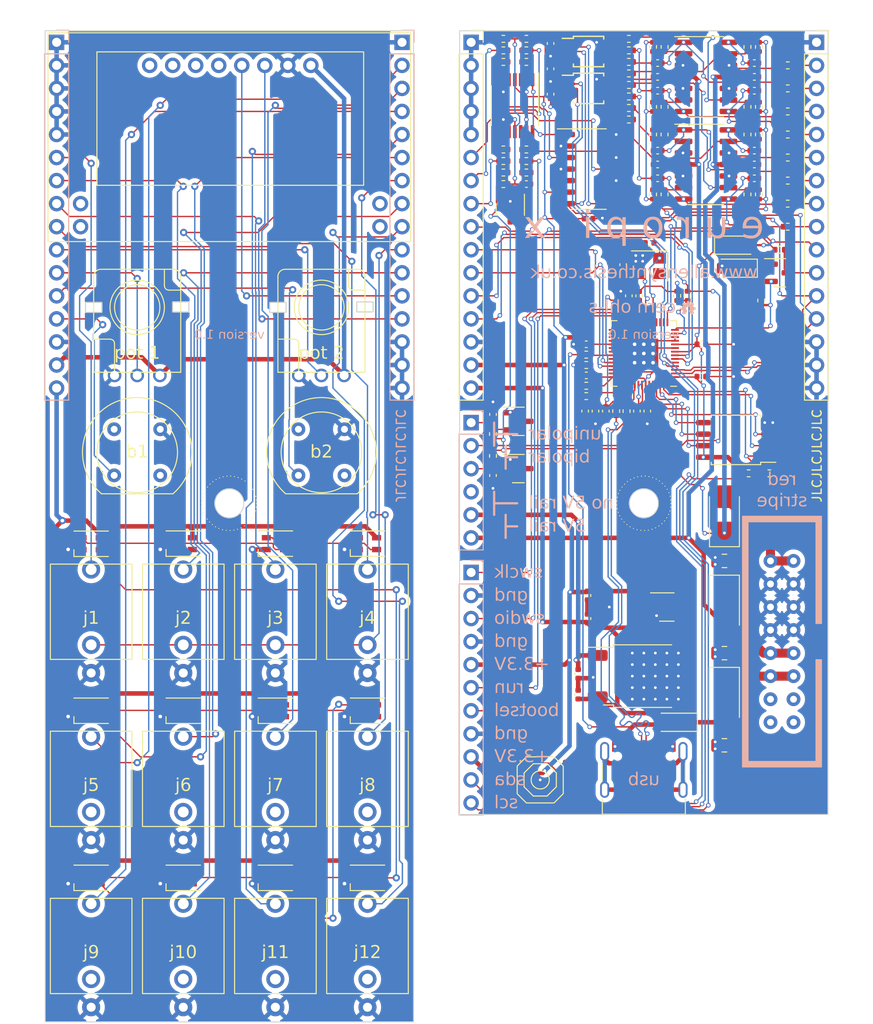
<source format=kicad_pcb>
(kicad_pcb (version 20221018) (generator pcbnew)
  (layers (0 "F.Cu" signal) (31 "B.Cu" signal) (34 "B.Paste" user) (35 "F.Paste" user) (36 "B.SilkS" user "B.Silkscreen") (37 "F.SilkS" user "F.Silkscreen") (38 "B.Mask" user) (39 "F.Mask" user) (44 "Edge.Cuts" user))
  (net 0 "")
  (net 1 "Earth")
  (net 2 "+5V")
  (net 3 "/XTAL_IN")
  (net 4 "/XTAL_OUT")
  (net 5 "+3.3V")
  (net 6 "Net-(U7D--)")
  (net 7 "Net-(U8D--)")
  (net 8 "/ADC_VDD")
  (net 9 "/-4.096VREF")
  (net 10 "Net-(U7A--)")
  (net 11 "Net-(U8A--)")
  (net 12 "/-2.048VREF")
  (net 13 "Net-(U7B--)")
  (net 14 "Net-(U8B--)")
  (net 15 "Net-(U7C--)")
  (net 16 "Net-(U8C--)")
  (net 17 "/NEOPIXEL_DATA_5V")
  (net 18 "/USB_DP")
  (net 20 "Net-(C19-Pad2)")
  (net 21 "Net-(C20-Pad2)")
  (net 23 "/DAC_1_RDY")
  (net 24 "/DAC_1_OUTA")
  (net 25 "/DAC_1_OUTB")
  (net 26 "/DAC_1_OUTC")
  (net 27 "/DAC_1_OUTD")
  (net 29 "/DAC_2_RDY")
  (net 30 "/DAC_2_OUTA")
  (net 31 "/DAC_2_OUTB")
  (net 32 "/DAC_2_OUTC")
  (net 33 "/DAC_2_OUTD")
  (net 34 "/DAC_OFFSET")
  (net 35 "/OUTPUT_MODE")
  (net 36 "-12V")
  (net 37 "+12V")
  (net 38 "/USB_DN")
  (net 39 "Net-(C11-Pad2)")
  (net 40 "/NEOPIXEL_DATA_3V3")
  (net 41 "/QSPI_CS")
  (net 42 "/SWCLK")
  (net 43 "Net-(LED1-DOUT)")
  (net 44 "/SWDIO")
  (net 45 "Net-(LED2-DOUT)")
  (net 46 "Net-(LED3-DOUT)")
  (net 47 "Net-(LED4-DOUT)")
  (net 48 "Net-(LED5-DOUT)")
  (net 49 "Net-(LED6-DOUT)")
  (net 50 "/-10VREF")
  (net 51 "/INPUT_DETECT")
  (net 52 "/I2C0_SCL")
  (net 53 "/I2C0_SDA")
  (net 54 "/I2C1_SCL")
  (net 55 "/I2C1_SDA")
  (net 56 "/CV_INPUT_1_FRONT")
  (net 57 "/CV_INPUT_2_FRONT")
  (net 58 "/CV_INPUT_3_FRONT")
  (net 59 "/CV_INPUT_4_FRONT")
  (net 60 "Net-(U9A-+)")
  (net 61 "/CV_INPUT_1")
  (net 62 "Net-(U9B-+)")
  (net 63 "/CV_INPUT_2")
  (net 64 "Net-(U9C-+)")
  (net 65 "/CV_INPUT_3")
  (net 66 "Net-(U9D-+)")
  (net 67 "/CV_INPUT_4")
  (net 68 "Net-(LED8-DOUT)")
  (net 69 "Net-(LED10-DIN)")
  (net 70 "Net-(LED10-DOUT)")
  (net 72 "/I2C0_SDA_FRONT")
  (net 73 "/I2C0_SCL_FRONT")
  (net 74 "/+5V_FRONT")
  (net 75 "/+3.3V_FRONT")
  (net 76 "/CV_OUTPUT_1_FRONT")
  (net 77 "/CV_OUTPUT_5_FRONT")
  (net 78 "/CV_OUTPUT_2_FRONT")
  (net 79 "/CV_OUTPUT_6_FRONT")
  (net 80 "/CV_OUTPUT_3_FRONT")
  (net 81 "/CV_OUTPUT_7_FRONT")
  (net 82 "/CV_OUTPUT_4_FRONT")
  (net 83 "/CV_OUTPUT_8_FRONT")
  (net 84 "/BUTTON_1_FRONT")
  (net 85 "/BUTTON_2_FRONT")
  (net 86 "/KNOB_1_FRONT")
  (net 87 "/KNOB_2_FRONT")
  (net 90 "/NEOPIXEL_DATA_FRONT")
  (net 91 "/GND_FRONT")
  (net 92 "/INPUT_DETECT_FRONT")
  (net 93 "/CV_OUTPUT_1")
  (net 94 "/CV_OUTPUT_2")
  (net 95 "/CV_OUTPUT_3")
  (net 96 "/CV_OUTPUT_4")
  (net 97 "/CV_OUTPUT_5")
  (net 98 "/CV_OUTPUT_6")
  (net 99 "/CV_OUTPUT_7")
  (net 100 "/CV_OUTPUT_8")
  (net 101 "/BUTTON_1")
  (net 102 "/BUTTON_2")
  (net 103 "/KNOB_1")
  (net 104 "/KNOB_2")
  (net 108 "+1V1")
  (net 109 "/QSPI_SD3")
  (net 110 "Net-(C12-Pad2)")
  (net 111 "/QSPI_SCLK")
  (net 112 "/QSPI_SD0")
  (net 113 "Net-(C29-Pad2)")
  (net 114 "/QSPI_SD2")
  (net 115 "Net-(C32-Pad2)")
  (net 116 "Net-(D1-A)")
  (net 117 "Net-(D2-K)")
  (net 122 "Net-(LED2-DIN)")
  (net 123 "Net-(LED11-DIN)")
  (net 124 "Net-(U4-USB_DP)")
  (net 125 "Net-(U4-USB_DM)")
  (net 126 "/QSPI_SD1")
  (net 138 "/+5V_EURO")
  (net 141 "/BOOTSEL")
  (net 142 "/RUN")
  (net 143 "/ADC_INPUT_1")
  (net 144 "/ADC_INPUT_3")
  (net 145 "/ADC_INPUT_4")
  (net 146 "/ADC_INPUT_2")
  (net 147 "Net-(C30-Pad2)")
  (net 148 "Net-(C33-Pad2)")
  (net 157 "/VBUS")
  (net 158 "/USB_DETECT")
  (net 160 "unconnected-(P1-SHIELD-PadS1)")
  (net 161 "/5VREG_INPUT")
  (net 162 "/ADC_ADVDD")
  (net 163 "/ADC_VREF")
  (net 164 "/USB_VDD")
  (footprint "Package_TO_SOT_SMD:TO-252-2" (layer "F.Cu") (at 66 71.114)
    (fp_text reference "U11" hide)
    (fp_text value "L7805")
  )
  (footprint "LED_SMD:LED_SK6805_PLCC4_2.4x2.7mm_P1.3mm" (layer "F.Cu") (at 5.08 93.345)
    (fp_text reference "LED2" hide)
    (fp_text value "SK6805")
  )
  (footprint "Resistor_SMD:R_0402_1005Metric" (layer "F.Cu") (at 64.389 4.699 180)
    (fp_text reference "R13" hide)
    (fp_text value "100K")
  )
  (footprint "Capacitor_SMD:C_0402_1005Metric" (layer "F.Cu") (at 49.403 49.007 -90)
    (fp_text reference "C3" hide)
    (fp_text value "1u")
  )
  (footprint "LED_SMD:LED_SK6805_PLCC4_2.4x2.7mm_P1.3mm" (layer "F.Cu") (at 5.08 74.93)
    (fp_text reference "LED1" hide)
    (fp_text value "SK6805")
  )
  (footprint "Diode_SMD:D_SMA" (layer "F.Cu") (at 74.93 53.34 90)
    (fp_text reference "D2" hide)
    (fp_text value "type=\"D\" model=\"DIODE\" lib=\"\"")
  )
  (footprint "Package_SO:SOIC-14_3.9x8.7mm_P1.27mm" (layer "F.Cu") (at 72.898 14.732)
    (fp_text reference "U8" hide)
    (fp_text value "TL074")
  )
  (footprint "Resistor_SMD:R_0402_1005Metric" (layer "F.Cu") (at 59.69 36.83)
    (fp_text reference "R59" hide)
    (fp_text value "10K")
  )
  (footprint "Eurorack:Thonkiconn Mono Jack" (layer "F.Cu") (at 35.56 101.6 90)
    (fp_text reference "J17" hide)
    (fp_text value "Thonkiconn_Mono_Jack")
  )
  (footprint "Diode_SMD:D_SOD-123" (layer "F.Cu") (at 76.2 23.622)
    (fp_text reference "D3" hide)
    (fp_text value "D")
  )
  (footprint "Resistor_SMD:R_0402_1005Metric" (layer "F.Cu") (at 62.992 41.91 90)
    (fp_text reference "R5" hide)
    (fp_text value "27R4")
  )
  (footprint "Resistor_SMD:R_0402_1005Metric" (layer "F.Cu") (at 78.74 1.778 90)
    (fp_text reference "R12" hide)
    (fp_text value "100K")
  )
  (footprint "Diode_SMD:D_SOD-123" (layer "F.Cu") (at 69.596 76.2 180)
    (fp_text reference "D6" hide)
    (fp_text value "D")
  )
  (footprint "Resistor_SMD:R_0402_1005Metric" (layer "F.Cu") (at 68.326 11.43 -90)
    (fp_text reference "R32" hide)
    (fp_text value "270K")
  )
  (footprint "Capacitor_SMD:C_0402_1005Metric" (layer "F.Cu") (at 61.849 41.91 -90)
    (fp_text reference "C13" hide)
    (fp_text value "2u2")
  )
  (footprint "Resistor_SMD:R_0402_1005Metric" (layer "F.Cu") (at 67.056 11.43 90)
    (fp_text reference "R29" hide)
    (fp_text value "100K")
  )
  (footprint "Resistor_SMD:R_0402_1005Metric" (layer "F.Cu") (at 67.056 8.382 -90)
    (fp_text reference "R41" hide)
    (fp_text value "100K")
  )
  (footprint "Package_SO:MSOP-10_3x3mm_P0.5mm" (layer "F.Cu") (at 59.944 6.35)
    (fp_text reference "DAC2" hide)
    (fp_text value "MCP4728")
  )
  (footprint "Resistor_SMD:R_0402_1005Metric" (layer "F.Cu") (at 59.69 35.687 180)
    (fp_text reference "R58" hide)
    (fp_text value "5K6")
  )
  (footprint "Resistor_SMD:R_0402_1005Metric" (layer "F.Cu") (at 79.883 48.768 180)
    (fp_text reference "R11" hide)
    (fp_text value "1K")
  )
  (footprint "Package_TO_SOT_SMD:SOT-23-3" (layer "F.Cu") (at 68.58 63.5)
    (fp_text reference "U5" hide)
    (fp_text value "~")
  )
  (footprint "Resistor_SMD:R_0402_1005Metric" (layer "F.Cu") (at 81.915 19.05 180)
    (fp_text reference "R48" hide)
    (fp_text value "1K")
  )
  (footprint "Capacitor_SMD:C_0402_1005Metric" (layer "F.Cu") (at 66.421 41.91 -90)
    (fp_text reference "C16" hide)
    (fp_text value "100n")
  )
  (footprint "Resistor_SMD:R_0402_1005Metric" (layer "F.Cu") (at 81.915 6.35 180)
    (fp_text reference "R33" hide)
    (fp_text value "1K")
  )
  (footprint "Eurorack:Thonkiconn Mono Jack" (layer "F.Cu") (at 25.4 101.6 90)
    (fp_text reference "J16" hide)
    (fp_text value "Thonkiconn_Mono_Jack")
  )
  (footprint "Package_SO:TSSOP-14_4.4x5mm_P0.65mm" (layer "F.Cu") (at 51.816 8.255 -90)
    (fp_text reference "U9" hide)
    (fp_text value "MCP6004")
  )
  (footprint "Resistor_SMD:R_0402_1005Metric" (layer "F.Cu") (at 69.723 29.21 -90)
    (fp_text reference "R9" hide)
    (fp_text value "10K")
  )
  (footprint "Connector_USB:USB_C_Receptacle_G-Switch_GT-USB-7010ASV" (layer "F.Cu") (at 66.04 82.55)
    (fp_text reference "P1" hide)
    (fp_text value "USB_C_Plug_USB2.0")
  )
  (footprint "Resistor_SMD:R_0402_1005Metric" (layer "F.Cu") (at 78.74 8.382 -90)
    (fp_text reference "R49" hide)
    (fp_text value "100K")
  )
  (footprint "Capacitor_SMD:C_0402_1005Metric" (layer "F.Cu") (at 78.232 14.732 180)
    (fp_text reference "C22" hide)
    (fp_text value "100n")
  )
  (footprint "Capacitor_SMD:C_0402_1005Metric" (layer "F.Cu") (at 55.753 6.985 -90)
    (fp_text reference "C27" hide)
    (fp_text value "100n")
  )
  (footprint "Eurorack:Thonkiconn Mono Jack" (layer "F.Cu") (at 25.4 83.185 90)
    (fp_text reference "J12" hide)
    (fp_text value "Thonkiconn_Mono_Jack")
  )
  (footprint "Resistor_SMD:R_0402_1005Metric" (layer "F.Cu") (at 77.47 11.43 -90)
    (fp_text reference "R17" hide)
    (fp_text value "270K")
  )
  (footprint "LED_SMD:LED_SK6805_PLCC4_2.4x2.7mm_P1.3mm" (layer "F.Cu") (at 25.4 56.515)
    (fp_text reference "LED10" hide)
    (fp_text value "SK6805")
  )
  (footprint "LED_SMD:LED_SK6805_PLCC4_2.4x2.7mm_P1.3mm" (layer "F.Cu") (at 15.24 74.93)
    (fp_text reference "LED3" hide)
    (fp_text value "SK6805")
  )
  (footprint "Resistor_SMD:R_0402_1005Metric" (layer "F.Cu") (at 64.389 8.509 180)
    (fp_text reference "R30" hide)
    (fp_text value "100K")
  )
  (footprint "Eurorack:Thonkiconn Mono Jack" (layer "F.Cu") (at 25.4 64.77 90)
    (fp_text reference "J4" hide)
    (fp_text value "Thonkiconn_Mono_Jack")
  )
  (footprint "Resistor_SMD:R_0402_1005Metric" (layer "F.Cu") (at 81.915 3.81 180)
    (fp_text reference "R18" hide)
    (fp_text value "1K")
  )
  (footprint "LED_SMD:LED_SK6805_PLCC4_2.4x2.7mm_P1.3mm" (layer "F.Cu") (at 5.08 56.53)
    (fp_text reference "LED9" hide)
    (fp_text value "SK6805")
  )
  (footprint "Capacitor_SMD:C_0402_1005Metric" (layer "F.Cu") (at 65.278 41.91 -90)
    (fp_text reference "C40" hide)
    (fp_text value "100n")
  )
  (footprint "Eurorack:Thonkiconn Mono Jack" (layer "F.Cu") (at 5.08 64.77 90)
    (fp_text reference "J3" hide)
    (fp_text value "Thonkiconn_Mono_Jack")
  )
  (footprint "Package_TO_SOT_SMD:SOT-23" (layer "F.Cu") (at 81.026 26.67)
    (fp_text reference "Q1" hide)
    (fp_text value "BSS138")
  )
  (footprint "Resistor_SMD:R_0402_1005Metric" (layer "F.Cu") (at 50.546 0.889 180)
    (fp_text reference "R37" hide)
    (fp_text value "100K")
  )
  (footprint "Capacitor_SMD:C_0402_1005Metric" (layer "F.Cu") (at 78.232 6.604 180)
    (fp_text reference "C32" hide)
    (fp_text value "100p")
  )
  (footprint "Resistor_SMD:R_0402_1005Metric" (layer "F.Cu") (at 50.546 2.159)
    (fp_text reference "R38" hide)
    (fp_text value "100K")
  )
  (footprint "Capacitor_SMD:C_0402_1005Metric" (layer "F.Cu") (at 58.801 73.152 90)
    (fp_text reference "C36" hide)
    (fp_text value "100n")
  )
  (footprint "Resistor_SMD:R_0402_1005Metric" (layer "F.Cu") (at 49.403 44.435 -90)
    (fp_text reference "R1" hide)
    (fp_text value "2K2")
  )
  (footprint "Resistor_SMD:R_0402_1005Metric" (layer "F.Cu") (at 53.086 13.081)
    (fp_text reference "R39" hide)
    (fp_text value "15K")
  )
  (footprint "Package_SO:SOIC-8_5.23x5.23mm_P1.27mm" (layer "F.Cu") (at 76.2 45.085 180)
    (fp_text reference "U6" hide)
    (fp_text value "~")
  )
  (footprint "Diode_SMD:D_SMA" (layer "F.Cu") (at 74.93 73.66 -90)
    (fp_text reference "D5" hide)
    (fp_text value "type=\"D\" model=\"DIODE\" lib=\"\"")
  )
  (footprint "Resistor_SMD:R_0402_1005Metric" (layer "F.Cu") (at 53.086 3.429)
    (fp_text reference "R25" hide)
    (fp_text value "15K")
  )
  (footprint "Resistor_SMD:R_0402_1005Metric" (layer "F.Cu") (at 67.056 18.034 -90)
    (fp_text reference "R43" hide)
    (fp_text value "100K")
  )
  (footprint "Capacitor_SMD:C_0402_1005Metric" (layer "F.Cu") (at 58.801 70.866 -90)
    (fp_text reference "C35" hide)
    (fp_text value "100n")
  )
  (footprint "Capacitor_SMD:C_0402_1005Metric" (layer "F.Cu") (at 78.232 5.08 180)
    (fp_text reference "C24" hide)
    (fp_text value "100n")
  )
  (footprint "Capacitor_SMD:C_0402_1005Metric" (layer "F.Cu") (at 78.232 13.208 180)
    (fp_text reference "C12" hide)
    (fp_text value "100p")
  )
  (footprint "Capacitor_SMD:C_0402_1005Metric" (layer "F.Cu") (at 67.564 16.256)
    (fp_text reference "C30" hide)
    (fp_text value "100p")
  )
  (footprint "LED_SMD:LED_SK6805_PLCC4_2.4x2.7mm_P1.3mm" (layer "F.Cu") (at 25.4 74.93)
    (fp_text reference "LED5" hide)
    (fp_text value "SK6805")
  )
  (footprint "Capacitor_SMD:C_0402_1005Metric" (layer "F.Cu") (at 64.389 29.21 90)
    (fp_text reference "C41" hide)
    (fp_text value "100n")
  )
  (footprint "Eurorack:TS-1187A-B-A-B" (layer "F.Cu") (at 54.61 82.55)
    (fp_text reference "SW3" hide)
    (fp_text value "~")
  )
  (footprint "Capacitor_SMD:C_0402_1005Metric" (layer "F.Cu") (at 67.564 14.732 180)
    (fp_text reference "C21" hide)
    (fp_text value "100n")
  )
  (footprint "Eurorack:Thonkiconn Mono Jack" (layer "F.Cu") (at 15.24 101.6 90)
    (fp_text reference "J15" hide)
    (fp_text value "Thonkiconn_Mono_Jack")
  )
  (footprint "Resistor_SMD:R_0402_1005Metric" (layer "F.Cu") (at 81.915 11.43 180)
    (fp_text reference "R56" hide)
    (fp_text value "1K")
  )
  (footprint "Resistor_SMD:R_0402_1005Metric" (layer "F.Cu") (at 77.47 8.382 90)
    (fp_text reference "R53" hide)
    (fp_text value "270K")
  )
  (footprint "Capacitor_SMD:C_0402_1005Metric" (layer "F.Cu") (at 59.826 64.77 90)
    (fp_text reference "C7" hide)
    (fp_text value "1u")
  )
  (footprint "Eurorack:Switch Tactile Momentary C&K" (layer "F.Cu") (at 7.62 48.990752)
    (fp_text reference "SW1" hide)
    (fp_text value "B1")
  )
  (footprint "Resistor_SMD:R_0402_1005Metric" (layer "F.Cu") (at 53.086 15.621 180)
    (fp_text reference "R35" hide)
    (fp_text value "100K")
  )
  (footprint "LED_SMD:LED_SK6805_PLCC4_2.4x2.7mm_P1.3mm" (layer "F.Cu") (at 35.56 93.345)
    (fp_text reference "LED8" hide)
    (fp_text value "SK6805")
  )
  (footprint "Capacitor_SMD:C_0402_1005Metric" (layer "F.Cu") (at 55.753 1.397 -90)
    (fp_text reference "C37" hide)
    (fp_text value "100n")
  )
  (footprint "Resistor_SMD:R_0402_1005Metric" (layer "F.Cu") (at 70.866 29.21 90)
    (fp_text reference "R8" hide)
    (fp_text value "10K")
  )
  (footprint "Capacitor_SMD:C_0402_1005Metric" (layer "F.Cu") (at 55.753 4.191 -90)
    (fp_text reference "C38" hide)
    (fp_text value "100n")
  )
  (footprint "LED_SMD:LED_SK6805_PLCC4_2.4x2.7mm_P1.3mm" (layer "F.Cu") (at 15.24 93.345)
    (fp_text reference "LED4" hide)
    (fp_text value "SK6805")
  )
  (footprint "Capacitor_SMD:C_0402_1005Metric" (layer "F.Cu") (at 72.39 38.1)
    (fp_text reference "C14" hide)
    (fp_text value "100n")
  )
  (footprint "Resistor_SMD:R_0402_1005Metric" (layer "F.Cu") (at 77.47 1.778 -90)
    (fp_text reference "R16" hide)
    (fp_text value "270K")
  )
  (footprint "Resistor_SMD:R_0402_1005Metric" (layer "F.Cu") (at 81.915 13.97 180)
    (fp_text reference "R19" hide)
    (fp_text value "1K")
  )
  (footprint "Resistor_SMD:R_0402_1005Metric" (layer "F.Cu") (at 64.389 9.779 180)
    (fp_text reference "R15" hide)
    (fp_text value "100K")
  )
  (footprint "Capacitor_SMD:C_0402_1005Metric" (layer "F.Cu") (at 59.69 34.544 180)
    (fp_text reference "C5" hide)
    (fp_text value "100n")
  )
  (footprint "Eurorack:Thonkiconn Mono Jack" (layer "F.Cu") (at 35.56 83.185 90)
    (fp_text reference "J13" hide)
    (fp_text value "Thonkiconn_Mono_Jack")
  )
  (footprint "Package_TO_SOT_SMD:SOT-23" (layer "F.Cu") (at 52.197 48.245)
    (fp_text reference "U2" hide)
    (fp_text value "LM4040DBZ-2.0")
  )
  (footprint "Resistor_SMD:R_0402_1005Metric" (layer "F.Cu") (at 59.69 39.116)
    (fp_text reference "R60" hide)
    (fp_text value "200R")
  )
  (footprint "Eurorack:Thonkiconn Mono Jack" (layer "F.Cu") (at 15.24 83.185 90)
    (fp_text reference "J7" hide)
    (fp_text value "Thonkiconn_Mono_Jack")
  )
  (footprint "Capacitor_SMD:C_0402_1005Metric" (layer "F.Cu") (at 49.403 42.276 90)
    (fp_text reference "C2" hide)
    (fp_text value "1u")
  )
  (footprint "Capacitor_SMD:C_0402_1005Metric" (layer "F.Cu") (at 67.564 5.08 180)
    (fp_text reference "C23" hide)
    (fp_text value "100n")
  )
  (footprint "Capacitor_SMD:C_0805_2012Metric" (layer "F.Cu") (at 74.93 68.58 180)
    (fp_text reference "C25" hide)
    (fp_text value "10u")
  )
  (footprint "Resistor_SMD:R_0402_1005Metric" (layer "F.Cu") (at 77.47 18.032 90)
    (fp_text reference "R54" hide)
    (fp_text value "270K")
  )
  (footprint "Package_TO_SOT_SMD:SOT-23" (layer "F.Cu") (at 51.308 19.685 -90)
    (fp_text reference "U3" hide)
    (fp_text value "LM4040DBZ-10")
  )
  (footprint "Resistor_SMD:R_0402_1005Metric" (layer "F.Cu") (at 53.086 0.889)
    (fp_text reference "R20" hide)
    (fp_text value "100K")
  )
  (footprint "Resistor_SMD:R_0402_1005Metric" (layer "F.Cu") (at 49.403 46.848 90)
    (fp_text reference "R2" hide)
    (fp_text value "2K2")
  )
  (footprint "Resistor_SMD:R_0402_1005Metric" (layer "F.Cu") (at 50.546 13.081 180)
    (fp_text reference "R26" hide)
    (fp_text value "15K")
  )
  (footprint "Capacitor_SMD:C_0402_1005Metric" (layer "F.Cu") (at 63.754 25.781 -90)
    (fp_text reference "C9" hide)
    (fp_text value "10p")
  )
  (footprint "Capacitor_SMD:C_0402_1005Metric" (layer "F.Cu") (at 66.675 23.368)
    (fp_text reference "C8" hide)
    (fp_text value "10p")
  )
  (footprint "Package_SO:SOIC-14_3.9x8.7mm_P1.27mm" (layer "F.Cu") (at 72.898 5.08)
    (fp_text reference "U7" hide)
    (fp_text value "TL074")
  )
  (footprint "Package_TO_SOT_SMD:SOT-23" (layer "F.Cu") (at 52.197 43.038)
    (fp_text reference "U12" hide)
    (fp_text value "LM4040DBZ-4.1")
  )
  (footprint "Resistor_SMD:R_0402_1005Metric" (layer "F.Cu") (at 64.389 7.239 180)
    (fp_text reference "R44" hide)
    (fp_text value "100K")
  )
  (footprint "Capacitor_SMD:C_0805_2012Metric" (layer "F.Cu") (at 74.93 78.74 180)
    (fp_text reference "C28" hide)
    (fp_text value "10u")
  )
  (footprint "LED_SMD:LED_SK6805_PLCC4_2.4x2.7mm_P1.3mm" (layer "F.Cu") (at 35.56 74.93)
    (fp_text reference "LED7" hide)
    (fp_text value "SK6805")
  )
  (footprint "Connector_PinSocket_2.54mm:PinSocket_1x16_P2.54mm_Vertical" (layer "F.Cu") (at 85.09 1.27)
    (fp_text reference "J8" hide)
    (fp_text value "Conn_01x16_Pin")
  )
  (footprint "Eurorack:Potentiometer 9mm Vertical Linear Centred" (layer "F.Cu") (at 30.48 30.48)
    (fp_text reference "P3" hide)
    (fp_text value "Potentiometer_9mm_Vertical_Linear")
    (fp_rect (start -5.7 0.55) (end -3.9 -0.55) (stroke (width 0.12)) (fill none) (layer "Edge.Cuts"))
    (fp_rect (start 3.9 0.5) (end 5.7 -0.6) (stroke (width 0.12)) (fill none) (layer "Edge.Cuts"))
  )
  (footprint "Resistor_SMD:R_0402_1005Metric" (layer "F.Cu") (at 77.597 48.768)
    (fp_text reference "R10" hide)
    (fp_text value "10K")
  )
  (footprint "Resistor_SMD:R_0402_1005Metric" (layer "F.Cu") (at 81.915 21.59 180)
    (fp_text reference "R57" hide)
    (fp_text value "1K")
  )
  (footprint "Diode_SMD:D_SMA" (layer "F.Cu") (at 74.93 63.5 -90)
    (fp_text reference "D1" hide)
    (fp_text value "type=\"D\" model=\"DIODE\" lib=\"\"")
  )
  (footprint "Package_SO:MSOP-10_3x3mm_P0.5mm" (layer "F.Cu") (at 59.944 2.286)
    (fp_text reference "DAC1" hide)
    (fp_text value "MCP4728")
  )
  (footprint "Eurorack:Potentiometer 9mm Vertical Linear Centred" (layer "F.Cu") (at 10.16 30.48)
    (fp_text reference "P2" hide)
    (fp_text value "Potentiometer_9mm_Vertical_Linear")
    (fp_rect (start -5.7 0.55) (end -3.9 -0.55) (stroke (width 0.12)) (fill none) (layer "Edge.Cuts"))
    (fp_rect (start 3.9 0.5) (end 5.7 -0.6) (stroke (width 0.12)) (fill none) (layer "Edge.Cuts"))
  )
  (footprint "Eurorack:Enoki OLED SSD1306 128x64" (layer "F.Cu") (at 11.536 3.81)
    (fp_text reference "OLED1" hide)
    (fp_text value "~")
  )
  (footprint "Resistor_SMD:R_0402_1005Metric" (layer "F.Cu") (at 81.915 8.89 180)
    (fp_text reference "R47" hide)
    (fp_text value "1K")
  )
  (footprint "Capacitor_SMD:C_0402_1005Metric" (layer "F.Cu") (at 59.563 41.91 -90)
    (fp_text reference "C17" hide)
    (fp_text value "2u2")
  )
  (footprint "Resistor_SMD:R_0402_1005Metric" (layer "F.Cu") (at 68.326 18.034 90)
    (fp_text reference "R46" hide)
    (fp_text value "270K")
  )
  (footprint "Eurorack:Thonkiconn Mono Jack" (layer "F.Cu") (at 5.08 83.185 90)
    (fp_text reference "J6" hide)
    (fp_text value "Thonkiconn_Mono_Jack")
  )
  (footprint "Capacitor_SMD:C_0402_1005Metric" (layer "F.Cu") (at 60.706 41.91 -90)
    (fp_text reference "C15" hide)
    (fp_text value "2u2")
  )
  (footprint "Resistor_SMD:R_0402_1005Metric" (layer "F.Cu") (at 64.135 41.91 90)
    (fp_text reference "R4" hide)
    (fp_text value "27R4")
  )
  (footprint "Resistor_SMD:R_0402_1005Metric" (layer "F.Cu") (at 50.546 3.429 180)
    (fp_text reference "R40" hide)
    (fp_text value "15K")
  )
  (footprint "LED_SMD:LED_SK6805_PLCC4_2.4x2.7mm_P1.3mm" (layer "F.Cu") (at 15.24 56.515)
    (fp_text reference "LED11" hide)
    (fp_text value "SK6805")
  )
  (footprint "Resistor_SMD:R_0402_1005Metric" (layer "F.Cu") (at 78.74 11.43 90)
    (fp_text reference "R14" hide)
    (fp_text value "100K")
  )
  (footprint "Resistor_SMD:R_0402_1005Metric" (layer "F.Cu") (at 64.389 3.429 180)
    (fp_text reference "R28" hide)
    (fp_text value "100K")
  )
  (footprint "Capacitor_SMD:C_0402_1005Metric" (layer "F.Cu") (at 67.564 3.556)
    (fp_text reference "C19" hide)
    (fp_text value "100p")
  )
  (footprint "Capacitor_SMD:C_0402_1005Metric" (layer "F.Cu") (at 65.532 29.21 90)
    (fp_text reference "C6" hide)
    (fp_text value "100n")
  )
  (footprint "Resistor_SMD:R_0402_1005Metric" (layer "F.Cu") (at 59.69 40.259)
    (fp_text reference "R24" hide)
    (fp_text value "1R")
  )
  (footprint "Resistor_SMD:R_0402_1005Metric" (layer "F.Cu") (at 53.086 2.159 180)
    (fp_text reference "R21" hide)
    (fp_text value "100K")
  )
  (footprint "Resistor_SMD:R_0402_1005Metric" (layer "F.Cu") (at 67.056 1.778 90)
    (fp_text reference "R27" hide)
    (fp_text value "100K")
  )
  (footprint "Eurorack:Thonkiconn Mono Jack" (layer "F.Cu") (at 35.56 64.77 90)
    (fp_text reference "J9" hide)
    (fp_text value "Thonkiconn_Mono_Jack")
  )
  (footprint "LED_SMD:LED_SK6805_PLCC4_2.4x2.7mm_P1.3mm" (layer "F.Cu") (at 25.4 93.345)
    (fp_text reference "LED6" hide)
    (fp_text value "SK6805")
  )
  (footprint "Resistor_SMD:R_0402_1005Metric" (layer "F.Cu") (at 50.546 15.621)
    (fp_text reference "R22" hide)
    (fp_text value "100K")
  )
  (footprint "Resistor_SMD:R_0402_1005Metric" (layer "F.Cu") (at 64.389 2.159 180)
    (fp_text reference "R42" hide)
    (fp_text value "100K")
  )
  (footprint "Capacitor_SMD:C_0402_1005Metric" (layer "F.Cu") (at 53.086 16.891)
    (fp_text reference "C4" hide)
    (fp_text value "1u")
  )
  (footprint "Resistor_SMD:R_0402_1005Metric" (layer "F.Cu") (at 78.74 18.034 -90)
    (fp_text reference "R51" hide)
    (fp_text value "100K")
  )
  (footprint "Resistor_SMD:R_0402_1005Metric" (layer "F.Cu") (at 68.326 8.382 90)
    (fp_text reference "R45" hide)
    (fp_text value "270K")
  )
  (footprint "Capacitor_SMD:C_0402_1005Metric" (layer "F.Cu") (at 72.39 34.544)
    (fp_text reference "C39" hide)
    (fp_text value "100n")
  )
  (footprint "Resistor_SMD:R_0402_1005Metric" (layer "F.Cu") (at 78.994 29.718 90)
    (fp_text reference "R6" hide)
    (fp_text value "10K")
  )
  (footprint "Eurorack:Thonkiconn Mono Jack" (layer "F.Cu") (at 5.08 101.6 90)
    (fp_text reference "J14" hide)
    (fp_text value "Thonkiconn_Mono_Jack")
  )
  (footprint "Resistor_SMD:R_0402_1005Metric" (layer "F.Cu") (at 81.915 16.51 180)
    (fp_text reference "R34" hide)
    (fp_text value "1K")
  )
  (footprint "Resistor_SMD:R_0402_1005Metric" (layer "F.Cu") (at 53.086 14.351 180)
    (fp_text reference "R36" hide)
    (fp_text value "100K")
  )
  (footprint "Eurorack:Switch Tactile Momentary C&K" (layer "F.Cu") (at 27.94 48.990752)
    (fp_text reference "SW2" hide)
    (fp_text value "B2")
  )
  (footprint "Package_SO:SOIC-14_3.9x8.7mm_P1.27mm" (layer "F.Cu") (at 59.944 15.24)
    (fp_text reference "U10" hide)
    (fp_text value "MCP3428")
  )
  (footprint "Resistor_SMD:R_0402_1005Metric" (layer "F.Cu") (at 50.546 16.891 180)
    (fp_text reference "R3" hide)
    (fp_text value "2K2")
  )
  (footprint "Resistor_SMD:R_0402_1005Metric" (layer "F.Cu") (at 68.326 1.778 -90)
    (fp_text reference "R31" hide)
    (fp_text value "270K")
  )
  (footprint "Capacitor_SMD:C_0402_1005Metric" (layer "F.Cu") (at 67.564 13.208)
    (fp_text reference "C20" hide)
    (fp_text value "100p")
  )
  (footprint "Capacitor_SMD:C_0402_1005Metric" (layer "F.Cu") (at 59.826 62.23 -90)
    (fp_text reference "C10" hide)
    (fp_text value "1u")
  )
  (footprint "Capacitor_SMD:C_0402_1005Metric" (layer "F.Cu") (at 78.232 3.556 180)
    (fp_text reference "C11" hide)
    (fp_text value "100p")
  )
  (footprint "Capacitor_SMD:C_0402_1005Metric" (layer "F.Cu") (at 59.69 37.973 180)
    (fp_text reference "C1" hide)
    (fp_text value "100n")
  )
  (footprint "Crystal:Crystal_SMD_3225-4Pin_3.2x2.5mm" (layer "F.Cu") (at 66.675 25.908 180)
    (fp_text reference "Y1" hide)
    (fp_text value "Crystal_GND2")
  )
  (footprint "Resistor_SMD:R_0402_1005Metric" (layer "F.Cu") (at 64.389 0.889 180)
    (fp_text reference "R50" hide)
    (fp_text value "100K")
  )
  (footprint "Capacitor_SMD:C_0402_1005Metric" (layer "F.Cu") (at 78.232 16.256 180)
    (fp_text reference "C33" hide)
    (fp_text value "100p")
  )
  (footprint "Capacitor_SMD:C_0402_1005Metric" (layer "F.Cu") (at 59.944 20.701)
    (fp_text reference "C31" hide)
    (fp_text value "100n")
  )
  (footprint "Capacitor_SMD:C_0402_1005Metric" (layer "F.Cu") (at 67.564 6.604)
    (fp_text reference "C29" hide)
    (fp_text value "100p")
  )
  (footprint "Capacitor_SMD:C_0805_2012Metric" (layer "F.Cu") (at 74.93 58.42)
    (fp_text reference "C26" hide)
    (fp_text value "10u")
  )
  (footprint "Resistor_SMD:R_0402_1005Metric" (layer "F.Cu") (at 50.546 14.351)
    (fp_text reference "R23" hide)
    (fp_text value "100K")
  )
  (footprint "Eurorack:Thonkiconn Mono Jack" (layer "F.Cu") (at 15.24 64.77 90)
    (fp_text reference "J10" hide)
    (fp_text value "Thonkiconn_Mono_Jack")
  )
  (footprint "Connector_PinSocket_2.54mm:PinSocket_1x16_P2.54mm_Vertical" (layer "F.Cu") (at 46.99 1.27)
    (fp_text reference "J5" hide)
    (fp_text value "Conn_01x16_Pin")
  )
  (footprint "Package_DFN_QFN:QFN-56-1EP_7x7mm_P0.4mm_EP3.2x3.2mm" (layer "F.Cu") (at 66.04 35.56 180)
    (fp_text reference "U4" hide)
    (fp_text value "RP2040")
  )
  (footprint "Resistor_SMD:R_0402_1005Metric" (layer "F.Cu") (at 64.389 5.969 180)
    (fp_text reference "R52" hide)
    (fp_text value "100K")
  )
  (footprint "LED_SMD:LED_SK6805_PLCC4_2.4x2.7mm_P1.3mm" (layer "F.Cu") (at 35.56 56.515)
    (fp_text reference "LED12" hide)
    (fp_text value "SK6805")
  )
  (footprint "Diode_SMD:D_SOD-123" (layer "F.Cu") (at 76.2 26.162 180)
    (fp_text reference "D4" hide)
    (fp_text value "D")
  )
  (footprint "Resistor_SMD:R_0402_1005Metric" (layer "F.Cu") (at 81.026 24.13 180)
    (fp_text reference "R7" hide)
    (fp_text value "10K")
  )
  (footprint "Connector_PinHeader_2.54mm:PinHeader_1x16_P2.54mm_Vertical" (layer "B.Cu") (at 39.37 1.27 180)
    (fp_text reference "J2" hide)
    (fp_text value "Conn_01x16_Pin")
  )
  (footprint "Eurorack:Eurorack Power Header 16 Pin Unlabeled" (layer "B.Cu") (at 81.28 67.31 90)
    (fp_text reference "J11" hide)
    (fp_text value "Conn_02x08_Odd_Even")
  )
  (footprint "Connector_PinHeader_2.54mm:PinHeader_1x11_P2.54mm_Vertical" (layer "B.Cu") (at 46.99 59.69 180)
    (fp_text reference "J22" hide)
    (fp_text value "Conn_01x11_Pin")
  )
  (footprint "Connector_PinHeader_2.54mm:PinHeader_1x16_P2.54mm_Vertical" (layer "B.Cu") (at 1.27 1.27 180)
    (fp_text reference "J1" hide)
    (fp_text value "Conn_01x16_Pin")
  )
  (footprint "Connector_PinHeader_2.54mm:PinHeader_1x06_P2.54mm_Vertical" (layer "B.Cu") (at 46.99 43.18 180)
    (fp_text reference "J20" hide)
    (fp_text value "Conn_01x06_Pin")
  )
  (gr_line (start 50.8 45.72) (end 50.8 48.26) (stroke (width 0.25)) (layer "B.SilkS"))
  (gr_line (start 52.07 54.61) (end 50.8 54.61) (stroke (width 0.25)) (layer "B.SilkS"))
  (gr_line (start 52.07 52.07) (end 49.53 52.07) (stroke (width 0.25)) (layer "B.SilkS"))
  (gr_poly (pts (xy 70.415549 31.271239) (xy 70.252551 31.111804) (xy 70.3686 30.929977) (xy 70.304937 30.772561) (xy 70.091155 30.724171) (xy 70.087331 30.507252) (xy 70.310034 30.457092) (xy 70.379742 30.296143) (xy 70.257593 30.107402) (xy 70.421534 29.952717) (xy 70.604096 30.075981) (xy 70.758834 30.01409) (xy 70.80859 29.788288) (xy 71.030427 29.793167) (xy 71.073733 30.012894) (xy 71.227343 30.076087) (xy 71.419342 29.951181) (xy 71.575856 30.111234) (xy 71.456551 30.287648) (xy 71.517405 30.449044) (xy 71.740577 30.504424) (xy 71.736973 30.724321) (xy 71.527162 30.7677) (xy 71.460519 30.927939) (xy 71.57429 31.107855) (xy 71.420493 31.272252) (xy 71.24458 31.158803) (xy 71.161023 31.200191) (xy 71.009688 30.829539) (xy 71.071855 30.784053) (xy 71.115237 30.728344) (xy 71.140016 30.66062) (xy 71.142419 30.586461) (xy 71.123927 30.521088) (xy 71.088117 30.465186) (xy 71.023818 30.413352) (xy 70.960508 30.390225) (xy 70.89648 30.386288) (xy 70.845751 30.395903) (xy 70.785511 30.42489) (xy 70.740191 30.465186) (xy 70.709231 30.511029) (xy 70.687635 30.575041) (xy 70.685184 30.638467) (xy 70.698216 30.695706) (xy 70.724396 30.746418) (xy 70.756453 30.784053) (xy 70.7898 30.8102) (xy 70.822368 30.835452) (xy 70.672718 31.199653) (xy 70.578939 31.159733)) (stroke (width 0.02)) (fill solid) (layer "B.SilkS"))
  (gr_line (start 50.8 53.34) (end 50.8 55.88) (stroke (width 0.25)) (layer "B.SilkS"))
  (gr_line (start 52.07 44.45) (end 49.53 44.45) (stroke (width 0.25)) (layer "B.SilkS"))
  (gr_line (start 49.53 50.8) (end 49.53 53.34) (stroke (width 0.25)) (layer "B.SilkS"))
  (gr_line (start 52.07 46.99) (end 50.8 46.99) (stroke (width 0.25)) (layer "B.SilkS"))
  (gr_line (start 49.53 43.18) (end 49.53 45.72) (stroke (width 0.25)) (layer "B.SilkS"))
  (gr_circle (center 66.04 52.07) (end 69.04 52.07) (stroke (width 0.1) (type dot)) (fill none) (layer "F.SilkS"))
  (gr_circle (center 20.32 52.07) (end 23.32 52.07) (stroke (width 0.1) (type dot)) (fill none) (layer "F.SilkS"))
  (gr_line (start 0 109.22) (end 0 0) (stroke (width 0.1)) (layer "Edge.Cuts"))
  (gr_circle (center 66.04 52.07) (end 67.64 52.07) (stroke (width 0.1)) (fill none) (layer "Edge.Cuts"))
  (gr_rect (start 45.72 0) (end 86.36 86.36) (stroke (width 0.1)) (fill none) (layer "Edge.Cuts"))
  (gr_circle (center 20.32 52.07) (end 21.92 52.07) (stroke (width 0.1)) (fill none) (layer "Edge.Cuts"))
  (gr_line (start 0 0) (end 40.64 0) (stroke (width 0.1)) (layer "Edge.Cuts"))
  (gr_line (start 40.64 109.22) (end 0 109.22) (stroke (width 0.1)) (layer "Edge.Cuts"))
  (gr_line (start 40.64 0) (end 40.64 109.22) (stroke (width 0.1)) (layer "Edge.Cuts"))
  (gr_text "run" (at 49.53 72.39) (layer "B.SilkS") (effects (font (size 1.4 1.4)) (justify right mirror)))
  (gr_text "JLCJLCJLCJLC" (at 38.608 52.07 -90) (layer "B.SilkS") (effects (font (size 1 1)) (justify left bottom mirror)))
  (gr_text "version 1.0" (at 20.32 33.528) (layer "B.SilkS") (effects (font (size 1 1) (thickness 0.25)) (justify mirror)))
  (gr_text "sda" (at 49.53 82.55) (layer "B.SilkS") (effects (font (size 1.4 1.4)) (justify right mirror)))
  (gr_text "www.allensynthesis.co.uk" (at 66.04 26.67) (layer "B.SilkS") (effects (font (size 1.4 1.4) (thickness 0.25)) (justify mirror)))
  (gr_text "5V rail" (at 53.34 54.61) (layer "B.SilkS") (effects (font (size 1.4 1.4)) (justify right mirror)))
  (gr_text "no 5V rail" (at 53.34 52.07) (layer "B.SilkS") (effects (font (size 1.4 1.4)) (justify right mirror)))
  (gr_text "bootsel" (at 49.53 74.93) (layer "B.SilkS") (effects (font (size 1.4 1.4)) (justify right mirror)))
  (gr_text "bipolar" (at 53.34 46.99) (layer "B.SilkS") (effects (font (size 1.4 1.4)) (justify right mirror)))
  (gr_text "scl" (at 49.53 85.09) (layer "B.SilkS") (effects (font (size 1.4 1.4)) (justify right mirror)))
  (gr_text "version 1.0" (at 66.04 33.528) (layer "B.SilkS") (effects (font (size 1 1) (thickness 0.25)) (justify mirror)))
  (gr_text "unipolar" (at 53.34 44.45) (layer "B.SilkS") (effects (font (size 1.4 1.4)) (justify right mirror)))
  (gr_text "red\nstripe" (at 81.28 50.6476) (layer "B.SilkS") (effects (font (size 1.4 1.4) (thickness 0.25)) (justify mirror)))
  (gr_text "swdio" (at 49.53 64.77) (layer "B.SilkS") (effects (font (size 1.4 1.4)) (justify right mirror)))
  (gr_text "swclk" (at 49.53 59.69) (layer "B.SilkS") (effects (font (size 1.4 1.4)) (justify right mirror)))
  (gr_text "e u r o p i   x" (at 66.04 21.59) (layer "B.SilkS") (effects (font (size 3 3) (thickness 0.25)) (justify mirror)))
  (gr_text "gnd" (at 49.53 67.31) (layer "B.SilkS") (effects (font (size 1.4 1.4)) (justify right mirror)))
  (gr_text "usb" (at 66.04 82.55) (layer "B.SilkS") (effects (font (size 1.4 1.4) (thickness 0.25)) (justify mirror)))
  (gr_text "gnd" (at 49.53 62.23) (layer "B.SilkS") (effects (font (size 1.4 1.4)) (justify right mirror)))
  (gr_text "cern ohl-s" (at 64.77 30.48) (layer "B.SilkS") (effects (font (size 1.4 1.4) (thickness 0.25)) (justify mirror)))
  (gr_text "+3.3V" (at 49.53 80.01) (layer "B.SilkS") (effects (font (size 1.4 1.4)) (justify right mirror)))
  (gr_text "gnd" (at 49.53 77.47) (layer "B.SilkS") (effects (font (size 1.4 1.4)) (justify right mirror)))
  (gr_text "+3.3V" (at 49.53 69.85) (layer "B.SilkS") (effects (font (size 1.4 1.4)) (justify right mirror)))
  (gr_text "JLCJLCJLCJLC" (at 85.725 52.07 90) (layer "F.SilkS") (effects (font (size 1 1)) (justify left bottom)))
  (gr_text "j2" (at 15.24 64.77) (layer "F.SilkS") (effects (font (size 1.4 1.4) (thickness 0.25))))
  (gr_text "j3" (at 25.4 64.77) (layer "F.SilkS") (effects (font (size 1.4 1.4) (thickness 0.25))))
  (gr_text "b2" (at 30.48 46.450752) (layer "F.SilkS") (effects (font (size 1.4 1.4) (thickness 0.25))))
  (gr_text "j9" (at 5.08 101.6) (layer "F.SilkS") (effects (font (size 1.4 1.4) (thickness 0.25))))
  (gr_text "j5" (at 5.08 83.185) (layer "F.SilkS") (effects (font (size 1.4 1.4) (thickness 0.25))))
  (gr_text "pot 1" (at 10.16 35.56) (layer "F.SilkS") (effects (font (size 1.4 1.4) (thickness 0.25))))
  (gr_text "b1" (at 10.16 46.450752) (layer "F.SilkS") (effects (font (size 1.4 1.4) (thickness 0.25))))
  (gr_text "j1" (at 5.08 64.77) (layer "F.SilkS") (effects (font (size 1.4 1.4) (thickness 0.25))))
  (gr_text "j11" (at 25.4 101.6) (layer "F.SilkS") (effects (font (size 1.4 1.4) (thickness 0.25))))
  (gr_text "j12" (at 35.56 101.6) (layer "F.SilkS") (effects (font (size 1.4 1.4) (thickness 0.25))))
  (gr_text "j10" (at 15.24 101.6) (layer "F.SilkS") (effects (font (size 1.4 1.4) (thickness 0.25))))
  (gr_text "j6" (at 15.24 83.185) (layer "F.SilkS") (effects (font (size 1.4 1.4) (thickness 0.25))))
  (gr_text "j7" (at 25.4 83.185) (layer "F.SilkS") (effects (font (size 1.4 1.4) (thickness 0.25))))
  (gr_text "j8" (at 35.56 83.185) (layer "F.SilkS") (effects (font (size 1.4 1.4) (thickness 0.25))))
  (gr_text "j4" (at 35.56 64.77) (layer "F.SilkS") (effects (font (size 1.4 1.4) (thickness 0.25))))
  (gr_text "pot 2" (at 30.48 35.56) (layer "F.SilkS") (effects (font (size 1.4 1.4) (thickness 0.25))))
  (segment (start 59.18 36.83) (end 58.293 36.83) (width 0.15) (layer "F.Cu") (net 1))
  (segment (start 65.575 23.988) (end 65.575 25.058) (width 0.15) (layer "F.Cu") (net 1))
  (segment (start 63.754 25.301) (end 63.997 25.058) (width 0.15) (layer "F.Cu") (net 1))
  (segment (start 49.403 49.487) (end 49.403 50.419) (width 0.15) (layer "F.Cu") (net 1))
  (segment (start 67.04 34.56) (end 66.04 35.56) (width 0.15) (layer "F.Cu") (net 1))
  (segment (start 78.712 5.08) (end 77.773 4.141) (width 0.15) (layer "F.Cu") (net 1))
  (segment (start 52.258 18.7475) (end 51.3565 18.7475) (width 0.15) (layer "F.Cu") (net 1))
  (segment (start 60.849 5.35) (end 60.833 5.334) (width 0.15) (layer "F.Cu") (net 1))
  (segment (start 67.04 32.1225) (end 67.04 34.56) (width 0.15) (layer "F.Cu") (net 1))
  (segment (start 68.58 28.725) (end 69.698 28.725) (width 0.15) (layer "F.Cu") (net 1))
  (segment (start 50.516 5.3925) (end 50.516 6.701) (width 0.15) (layer "F.Cu") (net 1))
  (segment (start 63.997 25.058) (end 64.858 25.058) (width 0.15) (layer "F.Cu") (net 1))
  (segment (start 55.753 1.877) (end 55.753 2.794) (width 0.15) (layer "F.Cu") (net 1))
  (segment (start 77.773 4.141) (end 75.704 4.141) (width 0.15) (layer "F.Cu") (net 1))
  (segment (start 59.563 42.39) (end 60.706 42.39) (width 0.15) (layer "F.Cu") (net 1))
  (segment (start 49.403 41.796) (end 49.403 40.894) (width 0.15) (layer "F.Cu") (net 1))
  (segment (start 53.116 11.1175) (end 53.116 9.809) (width 0.15) (layer "F.Cu") (net 1))
  (segment (start 69.723 28.7) (end 69.723 27.813) (width 0.15) (layer "F.Cu") (net 1))
  (segment (start 62.144 5.35) (end 60.849 5.35) (width 0.15) (layer "F.Cu") (net 1))
  (segment (start 61.4075 20.701) (end 61.468 20.6405) (width 0.15) (layer "F.Cu") (net 1))
  (segment (start 66.195 23.368) (end 65.575 23.988) (width 0.15) (layer "F.Cu") (net 1))
  (segment (start 67.084 5.08) (end 66.814 5.35) (width 0.15) (layer "F.Cu") (net 1))
  (segment (start 72.87 34.544) (end 75.946 34.544) (width 0.15) (layer "F.Cu") (net 1))
  (segment (start 50.516 6.701) (end 50.546 6.731) (width 0.15) (layer "F.Cu") (net 1))
  (segment (start 62.144 1.286) (end 60.849 1.286) (width 0.15) (layer "F.Cu") (net 1))
  (segment (start 60.706 42.39) (end 60.706 43.307) (width 0.15) (layer "F.Cu") (net 1))
  (segment (start 50.516 11.1175) (end 50.516 9.809) (width 0.15) (layer "F.Cu") (net 1))
  (segment (start 55.753 7.465) (end 55.753 8.382) (width 0.15) (layer "F.Cu") (net 1))
  (segment (start 61.44 62.71) (end 62.23 63.5) (width 0.5) (layer "F.Cu") (net 1))
  (segment (start 68.58 28.725) (end 68.01 28.155) (width 0.15) (layer "F.Cu") (net 1))
  (segment (start 69.4775 34.96) (end 66.64 34.96) (width 0.15) (layer "F.Cu") (net 1))
  (segment (start 52.258 18.7475) (end 52.258 18.199) (width 0.15) (layer "F.Cu") (net 1))
  (segment (start 52.76 84.4) (end 54.61 82.55) (width 0.15) (layer "F.Cu") (net 1))
  (segment (start 69.738 15.317) (end 70.423 16.002) (width 0.15) (layer "F.Cu") (net 1))
  (segment (start 78.712 14.732) (end 77.773 13.793) (width 0.15) (layer "F.Cu") (net 1))
  (segment (start 68.01 28.155) (end 66.107 28.155) (width 0.15) (layer "F.Cu") (net 1))
  (segment (start 60.849 1.286) (end 60.833 1.27) (width 0.15) (layer "F.Cu") (net 1))
  (segment (start 51.61 84.4) (end 52.76 84.4) (width 0.15) (layer "F.Cu") (net 1))
  (segment (start 66.814 5.35) (end 62.144 5.35) (width 0.15) (layer "F.Cu") (net 1))
  (segment (start 59.826 62.71) (end 59.826 64.29) (width 0.5) (layer "F.Cu") (net 1))
  (segment (start 69.698 28.725) (end 69.723 28.7) (width 0.15) (layer "F.Cu") (net 1))
  (segment (start 66.421 42.39) (end 66.421 43.307) (width 0.15) (layer "F.Cu") (net 1))
  (segment (start 67.084 14.732) (end 67.669 15.317) (width 0.15) (layer "F.Cu") (net 1))
  (segment (start 64.389 28.73) (end 65.532 28.73) (width 0.15) (layer "F.Cu") (net 1))
  (segment (start 59.21 34.544) (end 58.293 34.544) (width 0.15) (layer "F.Cu") (net 1))
  (segment (start 51.816 11.1175) (end 51.816 9.779) (width 0.15) (layer "F.Cu") (net 1))
  (segment (start 60.353 71.346) (end 60.452 71.247) (width 0.5) (layer "F.Cu") (net 1))
  (segment (start 50.516 9.809) (end 50.546 9.779) (width 0.15) (layer "F.Cu") (net 1))
  (segment (start 59.18 37.943) (end 59.21 37.973) (width 0.15) (layer "F.Cu") (net 1))
  (segment (start 51.3565 18.7475) (end 51.308 18.796) (width 0.15) (layer "F.Cu") (net 1))
  (segment (start 65.278 42.39) (end 66.421 42.39) (width 0.15) (layer "F.Cu") (net 1))
  (segment (start 69.4775 34.16) (end 67.44 34.16) (width 0.15) (layer "F.Cu") (net 1))
  (segment (start 77.773 13.793) (end 75.704 13.793) (width 0.15) (layer "F.Cu") (net 1))
  (segment (start 64.858 25.058) (end 65.151 24.765) (width 0.15) (layer "F.Cu") (net 1))
  (segment (start 66.107 28.155) (end 65.532 28.73) (width 0.15) (layer "F.Cu") (net 1))
  (segment (start 72.87 38.1) (end 75.946 38.1) (width 0.15) (layer "F.Cu") (net 1))
  (segment (start 58.801 71.346) (end 58.801 72.672) (width 0.5) (layer "F.Cu") (net 1))
  (segment (start 58.801 71.346) (end 60.353 71.346) (width 0.5) (layer "F.Cu") (net 1))
  (segment (start 62.419 17.78) (end 62.419 16.51) (width 0.15) (layer "F.Cu") (net 1))
  (segment (start 75.704 4.141) (end 75.373 3.81) (width 0.15) (layer "F.Cu") (net 1))
  (segment (start 63.528 28.73) (end 63.5 28.702) (width 0.15) (layer "F.Cu") (net 1))
  (segment (start 67.44 34.16) (end 66.04 35.56) (width 0.15) (layer "F.Cu") (net 1))
  (segment (start 65.151 24.765) (end 65.444 25.058) (width 0.15) (layer "F.Cu") (net 1))
  (segment (start 57.469 16.51) (end 57.469 15.24) (width 0.15) (layer "F.Cu") (net 1))
  (segment (start 66.64 34.96) (end 66.04 35.56) (width 0.15) (layer "F.Cu") (net 1))
  (segment (start 75.704 13.793) (end 75.373 13.462) (width 0.15) (layer "F.Cu") (net 1))
  (segment (start 53.116 6.701) (end 53.086 6.731) (width 0.15) (layer "F.Cu") (net 1))
  (segment (start 53.116 5.3925) (end 53.116 6.701) (width 0.15) (layer "F.Cu") (net 1))
  (segment (start 59.18 36.83) (end 59.18 37.943) (width 0.15) (layer "F.Cu") (net 1))
  (segment (start 55.753 4.671) (end 55.753 5.588) (width 0.15) (layer "F.Cu") (net 1))
  (segment (start 52.258 18.199) (end 53.566 16.891) (width 0.15) (layer "F.Cu") (net 1))
  (segment (start 65.444 25.058) (end 65.575 25.058) (width 0.15) (layer "F.Cu") (net 1))
  (segment (start 53.116 9.809) (end 53.086 9.779) (width 0.15) (layer "F.Cu") (net 1))
  (segment (start 69.4775 33.76) (end 69.4775 34.16) (width 0.15) (layer "F.Cu") (net 1))
  (segment (start 64.389 28.73) (end 63.528 28.73) (width 0.15) (layer "F.Cu") (net 1))
  (segment (start 59.826 62.71) (end 61.44 62.71) (width 0.5) (layer "F.Cu") (net 1))
  (segment (start 60.706 42.39) (end 61.849 42.39) (width 0.15) (layer "F.Cu") (net 1))
  (segment (start 60.424 20.701) (end 61.4075 20.701) (width 0.15) (layer "F.Cu") (net 1))
  (segment (start 67.669 15.317) (end 69.738 15.317) (width 0.15) (layer "F.Cu") (net 1))
  (via (at 70.358 3.81) (size 0.5) (drill 0.3) (layers "F.Cu" "B.Cu") (net 1))
  (via (at 67.4425 64.45) (size 0.5) (drill 0.3) (layers "F.Cu" "B.Cu") (net 1))
  (via (at 60.706 43.307) (size 0.5) (drill 0.3) (layers "F.Cu" "B.Cu") (net 1))
  (via (at 55.753 5.588) (size 0.5) (drill 0.3) (layers "F.Cu" "B.Cu") (net 1))
  (via (at 73.914 58.039) (size 0.5) (drill 0.3) (layers "F.Cu" "B.Cu") (net 1))
  (via (at 50.546 6.731) (size 0.5) (drill 0.3) (layers "F.Cu" "B.Cu") (net 1))
  (via (at 66.04 36.576) (size 0.8) (drill 0.4) (layers "F.Cu" "B.Cu") (net 1))
  (via (at 69.85 72.384) (size 0.5) (drill 0.3) (layers "F.Cu" "B.Cu") (net 1))
  (via (at 65.913 24.765) (size 0.5) (drill 0.3) (layers "F.Cu" "B.Cu") (net 1))
  (via (at 62.992 16.51) (size 0.5) (drill 0.3) (layers "F.Cu" "B.Cu") (net 1))
  (via (at 65.151 25.4) (size 0.5) (drill 0.3) (layers "F.Cu" "B.Cu") (net 1))
  (via (at 66.421 43.307) (size 0.5) (drill 0.3) (layers "F.Cu" "B.Cu") (net 1))
  (via (at 80.264 43.18) (size 0.5) (drill 0.3) (layers "F.Cu" "B.Cu") (net 1))
  (via (at 75.438 3.81) (size 0.5) (drill 0.3) (layers "F.Cu" "B.Cu") (net 1))
  (via (at 75.946 34.544) (size 0.5) (drill 0.3) (layers "F.Cu" "B.Cu") (net 1))
  (via (at 66.04 69.844) (size 0.5) (drill 0.3) (layers "F.Cu" "B.Cu") (net 1))
  (via (at 64.77 68.574) (size 0.5) (drill 0.3) (layers "F.Cu" "B.Cu") (net 1))
  (via (at 51.308 42.037) (size 0.5) (drill 0.3) (layers "F.Cu" "B.Cu") (net 1))
  (via (at 67.31 73.654) (size 0.5) (drill 0.3) (layers "F.Cu" "B.Cu") (net 1))
  (via (at 64.77 72.384) (size 0.5) (drill 0.3) (layers "F.Cu" "B.Cu") (net 1))
  (via (at 70.358 6.35) (size 0.5) (drill 0.3) (layers "F.Cu" "B.Cu") (net 1))
  (via (at 66.04 35.56) (size 0.8) (drill 0.4) (layers "F.Cu" "B.Cu") (net 1))
  (via (at 66.04 34.544) (size 0.8) (drill 0.4) (layers "F.Cu" "B.Cu") (net 1))
  (via (at 67.31 72.384) (size 0.5) (drill 0.3) (layers "F.Cu" "B.Cu") (net 1))
  (via (at 63.5 28.702) (size 0.5) (drill 0.3) (layers "F.Cu" "B.Cu") (net 1))
  (via (at 62.992 13.97) (size 0.5) (drill 0.3) (layers "F.Cu" "B.Cu") (net 1))
  (via (at 70.358 16.002) (size 0.5) (drill 0.3) (layers "F.Cu" "B.Cu") (net 1))
  (via (at 67.056 36.576) (size 0.8) (drill 0.4) (layers "F.Cu" "B.Cu") (net 1))
  (via (at 69.85 71.114) (size 0.5) (drill 0.3) (layers "F.Cu" "B.Cu") (net 1))
  (via (at 66.04 71.114) (size 0.5) (drill 0.3) (layers "F.Cu" "B.Cu") (net 1))
  (via (at 51.308 18.796) (size 0.5) (drill 0.3) (layers "F.Cu" "B.Cu") (net 1))
  (via (at 67.31 69.844) (size 0.5) (drill 0.3) (layers "F.Cu" "B.Cu") (net 1))
  (via (at 65.913 25.4) (size 0.5) (drill 0.3) (layers "F.Cu" "B.Cu") (net 1))
  (via (at 58.293 36.83) (size 0.5) (drill 0.3) (layers "F.Cu" "B.Cu") (net 1))
  (via (at 73.914 58.801) (size 0.5) (drill 0.3) (layers "F.Cu" "B.Cu") (net 1))
  (via (at 73.914 68.199) (size 0.5) (drill 0.3) (layers "F.Cu" "B.Cu") (net 1))
  (via (at 69.215 78.867) (size 0.5) (drill 0.3) (layers "F.Cu" "B.Cu") (net 1))
  (via (at 75.438 13.462) (size 0.5) (drill 0.3) (layers "F.Cu" "B.Cu") (net 1))
  (via (at 69.723 27.813) (size 0.5) (drill 0.3) (layers "F.Cu" "B.Cu") (net 1))
  (via (at 69.85 69.844) (size 0.5) (drill 0.3) (layers "F.Cu" "B.Cu") (net 1))
  (via (at 49.403 40.894) (size 0.5) (drill 0.3) (layers "F.Cu" "B.Cu") (net 1))
  (via (at 54.61 82.55) (size 0.5) (drill 0.3) (layers "F.Cu" "B.Cu") (net 1))
  (via (at 55.753 2.794) (size 0.5) (drill 0.3) (layers "F.Cu" "B.Cu") (net 1))
  (via (at 64.77 71.114) (size 0.5) (drill 0.3) (layers "F.Cu" "B.Cu") (net 1))
  (via (at 56.896 12.7) (size 0.5) (drill 0.3) (layers "F.Cu" "B.Cu") (net 1))
  (via (at 60.452 71.247) (size 0.5) (drill 0.3) (layers "F.Cu" "B.Cu") (net 1))
  (via (at 60.833 5.334) (size 0.5) (drill 0.3) (layers "F.Cu" "B.Cu") (net 1))
  (via (at 69.85 73.654) (size 0.5) (drill 0.3) (layers "F.Cu" "B.Cu") (net 1))
  (via (at 79.375 43.18) (size 0.5) (drill 0.3) (layers "F.Cu" "B.Cu") (net 1))
  (via (at 68.58 71.114) (size 0.5) (drill 0.3) (layers "F.Cu" "B.Cu") (net 1))
  (via (at 65.024 35.56) (size 0.8) (drill 0.4) (layers "F.Cu" "B.Cu") (net 1))
  (via (at 65.024 36.576) (size 0.8) (drill 0.4) (layers "F.Cu" "B.Cu") (net 1))
  (via (at 66.04 72.384) (size 0.5) (drill 0.3) (layers "F.Cu" "B.Cu") (net 1))
  (via (at 64.77 69.844) (size 0.5) (drill 0.3) (layers "F.Cu" "B.Cu") (net 1))
  (via (at 65.151 24.765) (size 0.5) (drill 0.3) (layers "F.Cu" "B.Cu") (net 1))
  (via (at 70.358 13.462) (size 0.5) (drill 0.3) (layers "F.Cu" "B.Cu") (net 1))
  (via (at 68.58 72.384) (size 0.5) (drill 0.3) (layers "F.Cu" "B.Cu") (net 1))
  (via (at 62.992 11.43) (size 0.5) (drill 0.3) (layers "F.Cu" "B.Cu") (net 1))
  (via (at 53.086 6.731) (size 0.5) (drill 0.3) (layers "F.Cu" "B.Cu") (net 1))
  (via (at 67.31 68.574) (size 0.5) (drill 0.3) (layers "F.Cu" "B.Cu") (net 1))
  (via (at 64.77 73.654) (size 0.5) (drill 0.3) (layers "F.Cu" "B.Cu") (net 1))
  (via (at 67.31 71.114) (size 0.5) (drill 0.3) (layers "F.Cu" "B.Cu") (net 1))
  (via (at 51.308 47.244) (size 0.5) (drill 0.3) (layers "F.Cu" "B.Cu") (net 1))
  (via (at 49.403 50.419) (size 0.5) (drill 0.3) (layers "F.Cu" "B.Cu") (net 1))
  (via (at 67.056 34.544) (size 0.8) (drill 0.4) (layers "F.Cu" "B.Cu") (net 1))
  (via (at 73.914 79.121) (size 0.5) (drill 0.3) (layers "F.Cu" "B.Cu") (net 1))
  (via (at 73.914 68.961) (size 0.5) (drill 0.3) (layers "F.Cu" "B.Cu") (net 1))
  (via (at 53.086 9.779) (size 0.5) (drill 0.3) (layers "F.Cu" "B.Cu") (net 1))
  (via (at 75.946 38.1) (size 0.5) (drill 0.3) (layers "F.Cu" "B.Cu") (net 1))
  (via (at 65.024 34.544) (size 0.8) (drill 0.4) (layers "F.Cu" "B.Cu") (net 1))
  (via (at 55.753 8.382) (size 0.5) (drill 0.3) (layers "F.Cu" "B.Cu") (net 1))
  (via (at 66.04 73.654) (size 0.5) (drill 0.3) (layers "F.Cu" "B.Cu") (net 1))
  (via (at 66.04 68.574) (size 0.5) (drill 0.3) (layers "F.Cu" "B.Cu") (net 1))
  (via (at 68.58 73.654) (size 0.5) (drill 0.3) (layers "F.Cu" "B.Cu") (net 1))
  (via (at 67.056 35.56) (size 0.8) (drill 0.4) (layers "F.Cu" "B.Cu") (net 1))
  (via (at 73.914 78.359) (size 0.5) (drill 0.3) (layers "F.Cu" "B.Cu") (net 1))
  (via (at 56.896 15.24) (size 0.5) (drill 0.3) (layers "F.Cu" "B.Cu") (net 1))
  (via (at 51.816 9.779) (size 0.5) (drill 0.3) (layers "F.Cu" "B.Cu") (net 1))
  (via (at 61.468 20.6405) (size 0.5) (drill 0.3) (layers "F.Cu" "B.Cu") (net 1))
  (via (at 60.833 1.27) (size 0.5) (drill 0.3) (layers "F.Cu" "B.Cu") (net 1))
  (via (at 50.546 9.779) (size 0.5) (drill 0.3) (layers "F.Cu" "B.Cu") (net 1))
  (via (at 58.293 34.544) (size 0.5) (drill 0.3) (layers "F.Cu" "B.Cu") (net 1))
  (via (at 68.58 68.574) (size 0.5) (drill 0.3) (layers "F.Cu" "B.Cu") (net 1))
  (via (at 74.676 25.908) (size 0.5) (drill 0.3) (layers "F.Cu" "B.Cu") (net 1))
  (via (at 62.23 63.5) (size 0.5) (drill 0.3) (layers "F.Cu" "B.Cu") (net 1))
  (via (at 62.865 78.867) (size 0.5) (drill 0.3) (layers "F.Cu" "B.Cu") (net 1))
  (via (at 69.85 68.574) (size 0.5) (drill 0.3) (layers "F.Cu" "B.Cu") (net 1))
  (via (at 75.438 6.35) (size 0.5) (drill 0.3) (layers "F.Cu" "B.Cu") (net 1))
  (via (at 75.438 16.002) (size 0.5) (drill 0.3) (layers "F.Cu" "B.Cu") (net 1))
  (via (at 68.58 69.844) (size 0.5) (drill 0.3) (layers "F.Cu" "B.Cu") (net 1))
  (segment (start 63.119 66.669) (end 62.23 65.78) (width 0.5) (layer "F.Cu") (net 2))
  (segment (start 74.39 76.2) (end 69.469 76.2) (width 0.5) (layer "F.Cu") (net 2))
  (segment (start 67.623528 65.78) (end 69.7175 63.686028) (width 0.5) (layer "F.Cu") (net 2))
  (segment (start 54.864 65.151) (end 59.727 65.151) (width 0.5) (layer "F.Cu") (net 2))
  (segment (start 74.93 75.66) (end 74.39 76.2) (width 0.5) (layer "F.Cu") (net 2))
  (segment (start 60.96 73.394) (end 61.861 74.295) (width 0.5) (layer "F.Cu") (net 2))
  (segment (start 78.469 22.083) (end 80.516 24.13) (width 0.15) (layer "F.Cu") (net 2))
  (segment (start 68.450594 75.15) (end 67.441406 75.15) (width 0.5) (layer "F.Cu") (net 2))
  (segment (start 75.88 78.74) (end 75.88 76.61) (width 1) (layer "F.Cu") (net 2))
  (segment (start 69.7175 63.686028) (end 69.7175 63.5) (width 0.5) (layer "F.Cu") (net 2))
  (segment (start 69.469 76.2) (end 68.846 75.577) (width 0.5) (layer "F.Cu") (net 2))
  (segment (start 67.441406 75.15) (end 67.407406 75.184) (width 0.5) (layer "F.Cu") (net 2))
  (segment (start 75.88 76.61) (end 74.93 75.66) (width 1) (layer "F.Cu") (net 2))
  (segment (start 55.784 22.083) (end 78.469 22.083) (width 0.15) (layer "F.Cu") (net 2))
  (segment (start 64.008 75.184) (end 63.119 74.295) (width 0.5) (layer "F.Cu") (net 2))
  (segment (start 46.99 39.37) (end 54.864 39.37) (width 0.5) (layer "F.Cu") (net 2))
  (segment (start 62.23 65.78) (end 60.356 65.78) (width 0.5) (layer "F.Cu") (net 2))
  (segment (start 67.407406 75.184) (end 64.008 75.184) (width 0.5) (layer "F.Cu") (net 2))
  (segment (start 68.846 75.545406) (end 68.450594 75.15) (width 0.5) (layer "F.Cu") (net 2))
  (segment (start 63.119 74.295) (end 63.119 66.669) (width 0.5) (layer "F.Cu") (net 2))
  (segment (start 60.356 65.78) (end 59.826 65.25) (width 0.5) (layer "F.Cu") (net 2))
  (segment (start 60.722 73.632) (end 58.801 73.632) (width 0.5) (layer "F.Cu") (net 2))
  (segment (start 62.23 65.78) (end 67.623528 65.78) (width 0.5) (layer "F.Cu") (net 2))
  (segment (start 61.861 74.295) (end 63.119 74.295) (width 0.5) (layer "F.Cu") (net 2))
  (segment (start 59.727 65.151) (end 59.826 65.25) (width 0.5) (layer "F.Cu") (net 2))
  (segment (start 68.846 75.577) (end 68.846 75.545406) (width 0.5) (layer "F.Cu") (net 2))
  (segment (start 55.6095 21.9085) (end 55.784 22.083) (width 0.15) (layer "F.Cu") (net 2))
  (segment (start 60.96 73.394) (end 60.722 73.632) (width 0.5) (layer "F.Cu") (net 2))
  (via (at 54.864 39.37) (size 0.5) (drill 0.3) (layers "F.Cu" "B.Cu") (net 2))
  (via (at 54.864 65.151) (size 0.5) (drill 0.3) (layers "F.Cu" "B.Cu") (net 2))
  (via (at 55.6095 21.9085) (size 0.5) (drill 0.3) (layers "F.Cu" "B.Cu") (net 2))
  (segment (start 55.6095 21.9085) (end 54.864 22.654) (width 0.15) (layer "B.Cu") (net 2))
  (segment (start 54.864 39.37) (end 54.864 65.151) (width 0.5) (layer "B.Cu") (net 2))
  (segment (start 54.864 22.654) (end 54.864 39.37) (width 0.15) (layer "B.Cu") (net 2))
  (segment (start 67.064003 29.21) (end 67.064003 31.201378) (width 0.15) (layer "F.Cu") (net 3))
  (segment (start 67.064003 31.201378) (end 66.64 31.625381) (width 0.15) (layer "F.Cu") (net 3))
  (segment (start 67.775 23.988) (end 67.155 23.368) (width 0.15) (layer "F.Cu") (net 3))
  (segment (start 67.775 25.058) (end 67.775 23.988) (width 0.15) (layer "F.Cu") (net 3))
  (segment (start 66.64 31.625381) (end 66.64 32.1225) (width 0.15) (layer "F.Cu") (net 3))
  (via (at 67.775 25.058) (size 0.5) (drill 0.3) (layers "F.Cu" "B.Cu") (net 3))
  (via (at 67.064003 29.21) (size 0.5) (drill 0.3) (layers "F.Cu" "B.Cu") (net 3))
  (segment (start 66.7145 28.860497) (end 66.7145 26.1185) (width 0.15) (layer "B.Cu") (net 3))
  (segment (start 66.7145 26.1185) (end 67.775 25.058) (width 0.15) (layer "B.Cu") (net 3))
  (segment (start 67.064003 29.21) (end 66.7145 28.860497) (width 0.15) (layer "B.Cu") (net 3))
  (segment (start 66.24 32.1225) (end 66.24 29.715342) (width 0.15) (layer "F.Cu") (net 4))
  (segment (start 64.251 26.758) (end 63.754 26.261) (width 0.15) (layer "F.Cu") (net 4))
  (segment (start 66.24 29.715342) (end 66.436414 29.518928) (width 0.15) (layer "F.Cu") (net 4))
  (segment (start 66.167 27.35) (end 65.575 26.758) (width 0.15) (layer "F.Cu") (net 4))
  (segment (start 66.167 27.6305) (end 66.167 27.35) (width 0.15) (layer "F.Cu") (net 4))
  (segment (start 65.575 26.758) (end 64.251 26.758) (width 0.15) (layer "F.Cu") (net 4))
  (via (at 66.167 27.6305) (size 0.5) (drill 0.3) (layers "F.Cu" "B.Cu") (net 4))
  (via (at 66.436414 29.518928) (size 0.5) (drill 0.3) (layers "F.Cu" "B.Cu") (net 4))
  (segment (start 66.436414 29.518928) (end 66.167 29.249514) (width 0.15) (layer "B.Cu") (net 4))
  (segment (start 66.167 29.249514) (end 66.167 27.6305) (width 0.15) (layer "B.Cu") (net 4))
  (segment (start 57.744 1.286) (end 56.122 1.286) (width 0.15) (layer "F.Cu") (net 5))
  (segment (start 60.17 34.359614) (end 60.17 34.544) (width 0.5) (layer "F.Cu") (net 5))
  (segment (start 65.89 40.818) (end 65.278 41.43) (width 0.15) (layer "F.Cu") (net 5))
  (segment (start 63.499619 38.16) (end 63.099619 38.16) (width 0.15) (layer "F.Cu") (net 5))
  (segment (start 55.245 20.701) (end 55.118 20.574) (width 0.15) (layer "F.Cu") (net 5))
  (segment (start 56.908 5.35) (end 55.753 6.505) (width 0.15) (layer "F.Cu") (net 5))
  (segment (start 63.23 34.56) (end 62.6025 34.56) (width 0.15) (layer "F.Cu") (net 5))
  (segment (start 57.392 5.35) (end 55.753 3.711) (width 0.15) (layer "F.Cu") (net 5))
  (segment (start 72.6 46.99) (end 75.309 46.99) (width 0.5) (layer "F.Cu") (net 5))
  (segment (start 68.412381 37.592) (end 67.056 37.592) (width 0.15) (layer "F.Cu") (net 5))
  (segment (start 74.55 23.622) (end 74.55 24.340554) (width 0.15) (layer "F.Cu") (net 5))
  (segment (start 57.744 5.35) (end 57.392 5.35) (width 0.15) (layer "F.Cu") (net 5))
  (segment (start 55.0075 8.0945) (end 55.0075 7.2615) (width 0.15) (layer "F.Cu") (net 5))
  (segment (start 59.592386 33.782) (end 60.17 34.359614) (width 0.5) (layer "F.Cu") (net 5))
  (segment (start 54.864 81.788) (end 48.768 81.788) (width 0.5) (layer "F.Cu") (net 5))
  (segment (start 69.4775 38.16) (end 71.85 38.16) (width 0.15) (layer "F.Cu") (net 5))
  (segment (start 51.816 6.203463) (end 52.868537 7.256) (width 0.15) (layer "F.Cu") (net 5))
  (segment (start 60.17 34.544) (end 62.5865 34.544) (width 0.15) (layer "F.Cu") (net 5))
  (segment (start 60.357 38.16) (end 62.6025 38.16) (width 0.15) (layer "F.Cu") (net 5))
  (segment (start 61.6465 39.116) (end 62.6025 38.16) (width 0.15) (layer "F.Cu") (net 5))
  (segment (start 66.564688 38.083312) (end 67.056 37.592) (width 0.15) (layer "F.Cu") (net 5))
  (segment (start 65.84 32.619619) (end 65.185619 33.274) (width 0.15) (layer "F.Cu") (net 5))
  (segment (start 69.4775 34.56) (end 71.894 34.56) (width 0.15) (layer "F.Cu") (net 5))
  (segment (start 64.516 33.274) (end 63.23 34.56) (width 0.15) (layer "F.Cu") (net 5))
  (segment (start 63.754 37.592) (end 63.754 35.084) (width 0.15) (layer "F.Cu") (net 5))
  (segment (start 66.6425 61.75) (end 67.4425 62.55) (width 0.5) (layer "F.Cu") (net 5))
  (segment (start 60.96 40.386) (end 60.96 41.176) (width 0.15) (layer "F.Cu") (net 5))
  (segment (start 71.8985 34.5325) (end 71.91 34.544) (width 0.15) (layer "F.Cu") (net 5))
  (segment (start 46.99 36.83) (end 57.2435 36.83) (width 0.5) (layer "F.Cu") (net 5))
  (segment (start 71.8985 33.528) (end 71.8985 34.5325) (width 0.15) (layer "F.Cu") (net 5))
  (segment (start 61.468 39.878) (end 60.96 40.386) (width 0.15) (layer "F.Cu") (net 5))
  (segment (start 65.84 29.998) (end 65.532 29.69) (width 0.15) (layer "F.Cu") (net 5))
  (segment (start 63.84 38.9975) (end 63.84 39.805224) (width 0.15) (layer "F.Cu") (net 5))
  (segment (start 74.422 23.622) (end 72.136 25.908) (width 0.15) (layer "F.Cu") (net 5))
  (segment (start 56.122 1.286) (end 55.753 0.917) (width 0.15) (layer "F.Cu") (net 5))
  (segment (start 63.099619 38.16) (end 62.6025 38.16) (width 0.15) (layer "F.Cu") (net 5))
  (segment (start 74.55 24.340554) (end 77.387446 27.178) (width 0.15) (layer "F.Cu") (net 5))
  (segment (start 75.309 46.99) (end 77.087 48.768) (width 0.5) (layer "F.Cu") (net 5))
  (segment (start 57.744 5.35) (end 56.908 5.35) (width 0.15) (layer "F.Cu") (net 5))
  (segment (start 63.754 35.084) (end 63.23 34.56) (width 0.15) (layer "F.Cu") (net 5))
  (segment (start 63.754 37.592) (end 63.667619 37.592) (width 0.15) (layer "F.Cu") (net 5))
  (segment (start 71.91 38.382) (end 72.644 39.116) (width 0.15) (layer "F.Cu") (net 5))
  (segment (start 57.469 17.78) (end 55.118 17.78) (width 0.15) (layer "F.Cu") (net 5))
  (segment (start 52.868537 7.256) (end 55.002 7.256) (width 0.15) (layer "F.Cu") (net 5))
  (segment (start 57.404 33.782) (end 59.592386 33.782) (width 0.5) (layer "F.Cu") (net 5))
  (segment (start 55.168 3.126) (end 55.753 3.711) (width 0.15) (layer "F.Cu") (net 5))
  (segment (start 51.816 5.3925) (end 51.816 6.203463) (width 0.15) (layer "F.Cu") (net 5))
  (segment (start 68.980381 38.16) (end 68.412381 37.592) (width 0.15) (layer "F.Cu") (net 5))
  (segment (start 72.39 35.024) (end 71.91 34.544) (width 0.15) (layer "F.Cu") (net 5))
  (segment (start 55.0075 7.2615) (end 55.002 7.256) (width 0.15) (layer "F.Cu") (net 5))
  (segment (start 59.826 61.75) (end 66.6425 61.75) (width 0.5) (layer "F.Cu") (net 5))
  (segment (start 65.84 32.1225) (end 65.84 32.619619) (width 0.15) (layer "F.Cu") (net 5))
  (segment (start 78.994 27.178) (end 78.994 26.8145) (width 0.25) (layer "F.Cu") (net 5))
  (segment (start 65.4645 41.2435) (end 65.4645 40.326094) (width 0.15) (layer "F.Cu") (net 5))
  (segment (start 78.994 26.8145) (end 80.0885 25.72) (width 0.25) (layer "F.Cu") (net 5))
  (segment (start 63.84 39.805224) (end 63.767224 39.878) (width 0.15) (layer "F.Cu") (net 5))
  (segment (start 62.5865 34.544) (end 62.6025 34.56) (width 0.15) (layer "F.Cu") (net 5))
  (segment (start 71.094 35.36) (end 71.91 34.544) (width 0.15) (layer "F.Cu") (net 5))
  (segment (start 65.278 41.43) (end 65.4645 41.2435) (width 0.15) (layer "F.Cu") (net 5))
  (segment (start 67.056 37.592) (end 63.754 37.592) (width 0.15) (layer "F.Cu") (net 5))
  (segment (start 65.84 39.494619) (end 65.89 39.544619) (width 0.15) (layer "F.Cu") (net 5))
  (segment (start 63.84 38.500381) (end 63.499619 38.16) (width 0.15) (layer "F.Cu") (net 5))
  (segment (start 60.2 39.116) (end 61.6465 39.116) (width 0.15) (layer "F.Cu") (net 5))
  (segment (start 72.39 35.56) (end 72.39 35.024) (width 0.15) (layer "F.Cu") (net 5))
  (segment (start 65.185619 33.274) (end 64.516 33.274) (width 0.15) (layer "F.Cu") (net 5))
  (segment (start 65.84 32.1225) (end 65.84 29.998) (width 0.15) (layer "F.Cu") (net 5))
  (segment (start 71.85 38.16) (end 71.91 38.1) (width 0.15) (layer "F.Cu") (net 5))
  (segment (start 60.96 41.176) (end 60.706 41.43) (width 0.15) (layer "F.Cu") (net 5))
  (segment (start 46.99 69.85) (end 57.339497 69.85) (width 0.5) (layer "F.Cu") (net 5))
  (segment (start 71.894 34.56) (end 71.91 34.544) (width 0.15) (layer "F.Cu") (net 5))
  (segment (start 65.84 38.9975) (end 65.84 39.494619) (width 0.15) (layer "F.Cu") (net 5))
  (segment (start 63.767224 39.878) (end 61.468 39.878) (width 0.15) (layer "F.Cu") (net 5))
  (segment (start 59.464 20.701) (end 55.245 20.701) (width 0.15) (layer "F.Cu") (net 5))
  (segment (start 57.912 61.849) (end 59.727 61.849) (width 0.5) (layer "F.Cu") (net 5))
  (segment (start 69.4775 38.16) (end 68.980381 38.16) (width 0.15) (layer "F.Cu") (net 5))
  (segment (start 63.84 38.9975) (end 63.84 38.500381) (width 0.15) (layer "F.Cu") (net 5))
  (segment (start 60.17 37.973) (end 60.357 38.16) (width 0.15) (layer "F.Cu") (net 5))
  (segment (start 74.55 23.622) (end 74.422 23.622) (width 0.15) (layer "F.Cu") (net 5))
  (segment (start 55.118 81.534) (end 54.864 81.788) (width 0.5) (layer "F.Cu") (net 5))
  (segment (start 55.168 1.502) (end 55.168 3.126) (width 0.15) (layer "F.Cu") (net 5))
  (segment (start 71.91 38.1) (end 71.91 38.382) (width 0.15) (layer "F.Cu") (net 5))
  (segment (start 48.768 81.788) (end 46.99 80.01) (width 0.5) (layer "F.Cu") (net 5))
  (segment (start 59.727 61.849) (end 59.826 61.75) (width 0.5) (layer "F.Cu") (net 5))
  (segment (start 77.387446 27.178) (end 78.994 27.178) (width 0.15) (layer "F.Cu") (net 5))
  (segment (start 57.339497 69.85) (end 57.847497 69.342) (width 0.5) (layer "F.Cu") (net 5))
  (segment (start 55.002 7.256) (end 55.753 6.505) (width 0.15) (layer "F.Cu") (net 5))
  (segment (start 63.667619 37.592) (end 63.099619 38.16) (width 0.15) (layer "F.Cu") (net 5))
  (segment (start 65.89 39.544619) (end 65.89 40.818) (width 0.15) (layer "F.Cu") (net 5))
  (segment (start 78.994 29.208) (end 78.994 27.178) (width 0.25) (layer "F.Cu") (net 5))
  (segment (start 55.753 0.917) (end 55.168 1.502) (width 0.15) (layer "F.Cu") (net 5))
  (segment (start 69.4775 35.36) (end 71.094 35.36) (width 0.15) (layer "F.Cu") (net 5))
  (via (at 65.4645 40.326094) (size 0.5) (drill 0.3) (layers "F.Cu" "B.Cu") (net 5))
  (via (at 55.0075 8.0945) (size 0.5) (drill 0.3) (layers "F.Cu" "B.Cu") (net 5))
  (via (at 55.118 17.78) (size 0.5) (drill 0.3) (layers "F.Cu" "B.Cu") (net 5))
  (via (at 66.564688 38.083312) (size 0.5) (drill 0.3) (layers "F.Cu" "B.Cu") (net 5))
  (via (at 72.644 39.116) (size 0.5) (drill 0.3) (layers "F.Cu" "B.Cu") (net 5))
  (via (at 72.136 25.908) (size 0.5) (drill 0.3) (layers "F.Cu" "B.Cu") (net 5))
  (via (at 57.2435 36.83) (size 0.5) (drill 0.3) (layers "F.Cu" "B.Cu") (net 5))
  (via (at 57.847497 69.342) (size 0.5) (drill 0.3) (layers "F.Cu" "B.Cu") (net 5))
  (via (at 71.8985 33.528) (size 0.5) (drill 0.3) (layers "F.Cu" "B.Cu") (net 5))
  (via (at 57.404 33.782) (size 0.5) (drill 0.3) (layers "F.Cu" "B.Cu") (net 5))
  (via (at 55.118 20.574) (size 0.5) (drill 0.3) (layers "F.Cu" "B.Cu") (net 5))
  (via (at 72.39 35.56) (size 0.5) (drill 0.3) (layers "F.Cu" "B.Cu") (net 5))
  (via (at 55.118 81.534) (size 0.5) (drill 0.3) (layers "F.Cu" "B.Cu") (net 5))
  (via (at 57.912 61.849) (size 0.5) (drill 0.3) (layers "F.Cu" "B.Cu") (net 5))
  (via (at 72.6 46.99) (size 0.5) (drill 0.3) (layers "F.Cu" "B.Cu") (net 5))
  (segment (start 57.847497 61.913503) (end 57.912 61.849) (width 0.5) (layer "B.Cu") (net 5))
  (segment (start 55.0075 9.2875) (end 55.0075 8.0945) (width 0.15) (layer "B.Cu") (net 5))
  (segment (start 72.644 39.116) (end 72.661 39.133) (width 0.15) (layer "B.Cu") (net 5))
  (segment (start 55.135 11.647463) (end 55.135 9.415) (width 0.15) (layer "B.Cu") (net 5))
  (segment (start 58.101 54.864) (end 58.101 61.66) (width 0.5) (layer "B.Cu") (net 5))
  (segment (start 72.644 39.116) (end 72.39 38.862) (width 0.15) (layer "B.Cu") (net 5))
  (segment (start 72.136 25.908) (end 72.136 33.2905) (width 0.15) (layer "B.Cu") (net 5))
  (segment (start 57.847497 78.804503) (end 55.118 81.534) (width 0.5) (layer "B.Cu") (net 5))
  (segment (start 56.134 32.512) (end 57.404 33.782) (width 0.15) (layer "B.Cu") (net 5))
  (segment (start 57.2435 36.83) (end 57.2435 54.0065) (width 0.5) (layer "B.Cu") (net 5))
  (segment (start 57.2435 54.0065) (end 58.101 54.864) (width 0.5) (layer "B.Cu") (net 5))
  (segment (start 56.134 21.59) (end 56.134 32.512) (width 0.15) (layer "B.Cu") (net 5))
  (segment (start 72.661 46.929) (end 72.6 46.99) (width 0.15) (layer "B.Cu") (net 5))
  (segment (start 57.847497 69.342) (end 57.847497 61.913503) (width 0.5) (layer "B.Cu") (net 5))
  (segment (start 55.101 17.763) (end 55.101 11.681463) (width 0.15) (layer "B.Cu") (net 5))
  (segment (start 57.847497 69.342) (end 57.847497 78.804503) (width 0.5) (layer "B.Cu") (net 5))
  (segment (start 57.212 33.974) (end 57.404 33.782) (width 0.5) (layer "B.Cu") (net 5))
  (segment (start 55.118 20.574) (end 55.118 17.78) (width 0.15) (layer "B.Cu") (net 5))
  (segment (start 72.136 33.2905) (end 71.8985 33.528) (width 0.15) (layer "B.Cu") (net 5))
  (segment (start 55.118 17.78) (end 55.101 17.763) (width 0.15) (layer "B.Cu") (net 5))
  (segment (start 57.212 36.7985) (end 57.212 33.974) (width 0.5) (layer "B.Cu") (net 5))
  (segment (start 65.4645 40.326094) (end 65.4645 39.1835) (width 0.15) (layer "B.Cu") (net 5))
  (segment (start 57.2435 36.83) (end 57.212 36.7985) (width 0.5) (layer "B.Cu") (net 5))
  (segment (start 72.39 38.862) (end 72.39 35.56) (width 0.15) (layer "B.Cu") (net 5))
  (segment (start 55.101 11.681463) (end 55.135 11.647463) (width 0.15) (layer "B.Cu") (net 5))
  (segment (start 55.135 9.415) (end 55.0075 9.2875) (width 0.15) (layer "B.Cu") (net 5))
  (segment (start 72.661 39.133) (end 72.661 46.929) (width 0.15) (layer "B.Cu") (net 5))
  (segment (start 55.118 20.574) (end 56.134 21.59) (width 0.15) (layer "B.Cu") (net 5))
  (segment (start 65.4645 39.1835) (end 66.564688 38.083312) (width 0.15) (layer "B.Cu") (net 5))
  (segment (start 58.101 61.66) (end 57.912 61.849) (width 0.5) (layer "B.Cu") (net 5))
  (segment (start 78.74 2.288) (end 78.74 3.528) (width 0.15) (layer "F.Cu") (net 6))
  (segment (start 74.422 2.54) (end 75.373 2.54) (width 0.15) (layer "F.Cu") (net 6))
  (segment (start 77.47 2.288) (end 77.218 2.54) (width 0.15) (layer "F.Cu") (net 6))
  (segment (start 78.74 3.528) (end 78.712 3.556) (width 0.15) (layer "F.Cu") (net 6))
  (segment (start 64.899 4.699) (end 65.103 4.495) (width 0.15) (layer "F.Cu") (net 6))
  (segment (start 65.103 4.495) (end 72.467 4.495) (width 0.15) (layer "F.Cu") (net 6))
  (segment (start 77.47 2.288) (end 78.74 2.288) (width 0.15) (layer "F.Cu") (net 6))
  (segment (start 77.218 2.54) (end 75.373 2.54) (width 0.15) (layer "F.Cu") (net 6))
  (segment (start 72.467 4.495) (end 74.422 2.54) (width 0.15) (layer "F.Cu") (net 6))
  (segment (start 78.74 11.94) (end 78.74 13.18) (width 0.15) (layer "F.Cu") (net 7))
  (segment (start 77.47 11.94) (end 77.218 12.192) (width 0.15) (layer "F.Cu") (net 7))
  (segment (start 64.899 11.919899) (end 67.016101 14.037) (width 0.15) (layer "F.Cu") (net 7))
  (segment (start 77.47 11.94) (end 78.74 11.94) (width 0.15) (layer "F.Cu") (net 7))
  (segment (start 74.168 12.192) (end 75.373 12.192) (width 0.15) (layer "F.Cu") (net 7))
  (segment (start 78.74 13.18) (end 78.712 13.208) (width 0.15) (layer "F.Cu") (net 7))
  (segment (start 64.899 9.779) (end 64.899 11.919899) (width 0.15) (layer "F.Cu") (net 7))
  (segment (start 77.218 12.192) (end 75.373 12.192) (width 0.15) (layer "F.Cu") (net 7))
  (segment (start 67.016101 14.037) (end 72.323 14.037) (width 0.15) (layer "F.Cu") (net 7))
  (segment (start 72.323 14.037) (end 74.168 12.192) (width 0.15) (layer "F.Cu") (net 7))
  (segment (start 51.1965 43.925) (end 51.2595 43.988) (width 0.15) (layer "F.Cu") (net 9))
  (segment (start 49.403 43.925) (end 51.1965 43.925) (width 0.15) (layer "F.Cu") (net 9))
  (segment (start 49.403 42.756) (end 49.403 43.925) (width 0.15) (layer "F.Cu") (net 9))
  (segment (start 46.99 43.18) (end 48.979 43.18) (width 0.15) (layer "F.Cu") (net 9))
  (segment (start 48.979 43.18) (end 49.403 42.756) (width 0.15) (layer "F.Cu") (net 9))
  (segment (start 65.026 3.556) (end 64.899 3.429) (width 0.15) (layer "F.Cu") (net 10))
  (segment (start 67.084 3.556) (end 65.026 3.556) (width 0.15) (layer "F.Cu") (net 10))
  (segment (start 70.171 2.288) (end 70.423 2.54) (width 0.15) (layer "F.Cu") (net 10))
  (segment (start 67.056 2.288) (end 68.326 2.288) (width 0.15) (layer "F.Cu") (net 10))
  (segment (start 68.326 2.288) (end 70.171 2.288) (width 0.15) (layer "F.Cu") (net 10))
  (segment (start 67.084 3.556) (end 67.084 2.316) (width 0.15) (layer "F.Cu") (net 10))
  (segment (start 67.084 2.316) (end 67.056 2.288) (width 0.15) (layer "F.Cu") (net 10))
  (segment (start 68.326 11.94) (end 67.056 11.94) (width 0.15) (layer "F.Cu") (net 11))
  (segment (start 68.326 11.94) (end 70.171 11.94) (width 0.15) (layer "F.Cu") (net 11))
  (segment (start 70.171 11.94) (end 70.423 12.192) (width 0.15) (layer "F.Cu") (net 11))
  (segment (start 65.544828 9.154828) (end 65.544828 10.428828) (width 0.15) (layer "F.Cu") (net 11))
  (segment (start 67.056 13.18) (end 67.084 13.208) (width 0.15) (layer "F.Cu") (net 11))
  (segment (start 67.056 11.94) (end 67.056 13.18) (width 0.15) (layer "F.Cu") (net 11))
  (segment (start 64.899 8.509) (end 65.544828 9.154828) (width 0.15) (layer "F.Cu") (net 11))
  (segment (start 65.544828 10.428828) (end 67.056 11.94) (width 0.15) (layer "F.Cu") (net 11))
  (segment (start 49.136 48.26) (end 49.403 48.527) (width 0.15) (layer "F.Cu") (net 12))
  (segment (start 49.403 47.358) (end 49.403 48.527) (width 0.15) (layer "F.Cu") (net 12))
  (segment (start 50.5915 48.527) (end 49.403 48.527) (width 0.15) (layer "F.Cu") (net 12))
  (segment (start 51.2595 49.195) (end 50.5915 48.527) (width 0.15) (layer "F.Cu") (net 12))
  (segment (start 46.99 48.26) (end 49.136 48.26) (width 0.15) (layer "F.Cu") (net 12))
  (segment (start 68.326 7.872) (end 70.171 7.872) (width 0.15) (layer "F.Cu") (net 13))
  (segment (start 65.532 6.604) (end 67.084 6.604) (width 0.15) (layer "F.Cu") (net 13))
  (segment (start 67.056 6.632) (end 67.084 6.604) (width 0.15) (layer "F.Cu") (net 13))
  (segment (start 70.171 7.872) (end 70.423 7.62) (width 0.15) (layer "F.Cu") (net 13))
  (segment (start 65.532 2.159) (end 64.899 2.159) (width 0.15) (layer "F.Cu") (net 13))
  (segment (start 68.326 7.872) (end 67.056 7.872) (width 0.15) (layer "F.Cu") (net 13))
  (segment (start 67.056 7.872) (end 67.056 6.632) (width 0.15) (layer "F.Cu") (net 13))
  (via (at 65.532 2.159) (size 0.5) (drill 0.3) (layers "F.Cu" "B.Cu") (net 13))
  (via (at 65.532 6.604) (size 0.5) (drill 0.3) (layers "F.Cu" "B.Cu") (net 13))
  (segment (start 65.532 6.604) (end 65.532 2.159) (width 0.15) (layer "B.Cu") (net 13))
  (segment (start 65.532 16.256) (end 67.084 16.256) (width 0.15) (layer "F.Cu") (net 14))
  (segment (start 67.084 17.496) (end 67.056 17.524) (width 0.15) (layer "F.Cu") (net 14))
  (segment (start 67.084 16.256) (end 67.084 17.496) (width 0.15) (layer "F.Cu") (net 14))
  (segment (start 67.056 17.524) (end 68.326 17.524) (width 0.15) (layer "F.Cu") (net 14))
  (segment (start 65.532 7.303503) (end 65.467497 7.239) (width 0.15) (layer "F.Cu") (net 14))
  (segment (start 65.467497 7.239) (end 64.899 7.239) (width 0.15) (layer "F.Cu") (net 14))
  (segment (start 68.326 17.524) (end 70.171 17.524) (width 0.15) (layer "F.Cu") (net 14))
  (segment (start 70.171 17.524) (end 70.423 17.272) (width 0.15) (layer "F.Cu") (net 14))
  (via (at 65.532 16.256) (size 0.5) (drill 0.3) (layers "F.Cu" "B.Cu") (net 14))
  (via (at 65.532 7.303503) (size 0.5) (drill 0.3) (layers "F.Cu" "B.Cu") (net 14))
  (segment (start 65.532 16.256) (end 65.532 7.303503) (width 0.15) (layer "B.Cu") (net 14))
  (segment (start 65.093 0.695) (end 73.593 0.695) (width 0.15) (layer "F.Cu") (net 15))
  (segment (start 78.712 6.604) (end 78.712 7.844) (width 0.15) (layer "F.Cu") (net 15))
  (segment (start 73.593 0.695) (end 73.66 0.762) (width 0.15) (layer "F.Cu") (net 15))
  (segment (start 75.625 7.872) (end 75.373 7.62) (width 0.15) (layer "F.Cu") (net 15))
  (segment (start 64.899 0.889) (end 65.093 0.695) (width 0.15) (layer "F.Cu") (net 15))
  (segment (start 78.712 7.844) (end 78.74 7.872) (width 0.15) (layer "F.Cu") (net 15))
  (segment (start 78.74 7.872) (end 77.47 7.872) (width 0.15) (layer "F.Cu") (net 15))
  (segment (start 72.9605 7.62) (end 75.373 7.62) (width 0.15) (layer "F.Cu") (net 15))
  (segment (start 77.47 7.872) (end 75.625 7.872) (width 0.15) (layer "F.Cu") (net 15))
  (via (at 72.9605 7.62) (size 0.5) (drill 0.3) (layers "F.Cu" "B.Cu") (net 15))
  (via (at 73.66 0.762) (size 0.5) (drill 0.3) (layers "F.Cu" "B.Cu") (net 15))
  (segment (start 73.135 1.287) (end 73.66 0.762) (width 0.15) (layer "B.Cu") (net 15))
  (segment (start 73.135 7.4455) (end 73.135 1.287) (width 0.15) (layer "B.Cu") (net 15))
  (segment (start 72.9605 7.62) (end 73.135 7.4455) (width 0.15) (layer "B.Cu") (net 15))
  (segment (start 75.623 17.522) (end 75.373 17.272) (width 0.15) (layer "F.Cu") (net 16))
  (segment (start 78.74 16.284) (end 78.712 16.256) (width 0.15) (layer "F.Cu") (net 16))
  (segment (start 72.6105 6.858) (end 71.5275 5.775) (width 0.15) (layer "F.Cu") (net 16))
  (segment (start 71.5275 5.775) (end 65.093 5.775) (width 0.15) (layer "F.Cu") (net 16))
  (segment (start 78.74 17.524) (end 78.74 16.284) (width 0.15) (layer "F.Cu") (net 16))
  (segment (start 77.47 17.522) (end 75.623 17.522) (width 0.15) (layer "F.Cu") (net 16))
  (segment (start 73.406 17.272) (end 75.373 17.272) (width 0.15) (layer "F.Cu") (net 16))
  (segment (start 65.093 5.775) (end 64.899 5.969) (width 0.15) (layer "F.Cu") (net 16))
  (segment (start 77.47 17.522) (end 78.738 17.522) (width 0.15) (layer "F.Cu") (net 16))
  (segment (start 78.738 17.522) (end 78.74 17.524) (width 0.15) (layer "F.Cu") (net 16))
  (via (at 73.406 17.272) (size 0.5) (drill 0.3) (layers "F.Cu" "B.Cu") (net 16))
  (via (at 72.6105 6.858) (size 0.5) (drill 0.3) (layers "F.Cu" "B.Cu") (net 16))
  (segment (start 72.644 16.51) (end 73.406 17.272) (width 0.15) (layer "B.Cu") (net 16))
  (segment (start 72.4355 7.033) (end 72.4355 11.139463) (width 0.15) (layer "B.Cu") (net 16))
  (segment (start 72.644 14.510564) (end 72.644 16.51) (width 0.15) (layer "B.Cu") (net 16))
  (segment (start 73.039 11.742963) (end 73.039 14.115564) (width 0.15) (layer "B.Cu") (net 16))
  (segment (start 73.039 14.115564) (end 72.644 14.510564) (width 0.15) (layer "B.Cu") (net 16))
  (segment (start 72.6105 6.858) (end 72.4355 7.033) (width 0.15) (layer "B.Cu") (net 16))
  (segment (start 72.4355 11.139463) (end 73.039 11.742963) (width 0.15) (layer "B.Cu") (net 16))
  (segment (start 81.536 26.2425) (end 81.9635 26.67) (width 0.15) (layer "F.Cu") (net 17))
  (segment (start 81.536 24.13) (end 81.536 26.2425) (width 0.15) (layer "F.Cu") (net 17))
  (segment (start 81.9635 26.67) (end 85.09 26.67) (width 0.15) (layer "F.Cu") (net 17))
  (segment (start 65.79 78.825) (end 65.79 77.601) (width 0.15) (layer "F.Cu") (net 18))
  (segment (start 64.135 42.906463) (end 64.135 42.42) (width 0.15) (layer "F.Cu") (net 18))
  (segment (start 62.0865 43.959856) (end 63.081607 43.959856) (width 0.15) (layer "F.Cu") (net 18))
  (segment (start 63.081607 43.959856) (end 64.135 42.906463) (width 0.15) (layer "F.Cu") (net 18))
  (segment (start 65.79 77.601) (end 65.659 77.47) (width 0.15) (layer "F.Cu") (net 18))
  (via (at 62.0865 43.959856) (size 0.5) (drill 0.3) (layers "F.Cu" "B.Cu") (net 18))
  (via (at 65.659 77.47) (size 0.5) (drill 0.3) (layers "F.Cu" "B.Cu") (net 18))
  (segment (start 63.79447 75.775734) (end 63.511627 76.058576) (width 0.15) (layer "B.Cu") (net 18))
  (segment (start 63.246 65.151) (end 61.341 67.056) (width 0.15) (layer "B.Cu") (net 18))
  (segment (start 63.246 61.327975) (end 63.246 65.151) (width 0.15) (layer "B.Cu") (net 18))
  (segment (start 63.935892 76.482842) (end 64.218734 76.199999) (width 0.15) (layer "B.Cu") (net 18))
  (segment (start 61.341 72.898) (end 63.79447 75.35147) (width 0.15) (layer "B.Cu") (net 18))
  (segment (start 64.643 76.2) (end 65.659 77.216) (width 0.15) (layer "B.Cu") (net 18))
  (segment (start 61.341 67.056) (end 61.341 72.898) (width 0.15) (layer "B.Cu") (net 18))
  (segment (start 63.511627 76.058576) (end 63.511627 76.058577) (width 0.15) (layer "B.Cu") (net 18))
  (segment (start 64.218734 76.199999) (end 64.218735 76.199999) (width 0.15) (layer "B.Cu") (net 18))
  (segment (start 65.659 77.216) (end 65.659 77.47) (width 0.15) (layer "B.Cu") (net 18))
  (segment (start 62.103 60.184975) (end 63.246 61.327975) (width 0.15) (layer "B.Cu") (net 18))
  (segment (start 62.103 43.976356) (end 62.103 60.184975) (width 0.15) (layer "B.Cu") (net 18))
  (segment (start 62.0865 43.959856) (end 62.103 43.976356) (width 0.15) (layer "B.Cu") (net 18))
  (arc (start 63.511627 76.058577) (mid 63.423758 76.270709) (end 63.511628 76.482842) (width 0.15) (layer "B.Cu") (net 18))
  (arc (start 63.79447 75.35147) (mid 63.882338 75.563602) (end 63.79447 75.775734) (width 0.15) (layer "B.Cu") (net 18))
  (arc (start 63.511628 76.482842) (mid 63.72376 76.57071) (end 63.935892 76.482842) (width 0.15) (layer "B.Cu") (net 18))
  (arc (start 64.218735 76.199999) (mid 64.430867 76.11213) (end 64.643 76.2) (width 0.15) (layer "B.Cu") (net 18))
  (segment (start 73.276012 5.665) (end 80.72 5.665) (width 0.15) (layer "F.Cu") (net 20))
  (segment (start 68.326 1.268) (end 70.421 1.268) (width 0.15) (layer "F.Cu") (net 20))
  (segment (start 68.044 3.556) (end 68.834 3.556) (width 0.15) (layer "F.Cu") (net 20))
  (segment (start 70.421 1.268) (end 70.423 1.27) (width 0.15) (layer "F.Cu") (net 20))
  (segment (start 72.6105 4.999488) (end 73.276012 5.665) (width 0.15) (layer "F.Cu") (net 20))
  (segment (start 80.72 5.665) (end 81.405 6.35) (width 0.15) (layer "F.Cu") (net 20))
  (via (at 70.423 1.27) (size 0.5) (drill 0.3) (layers "F.Cu" "B.Cu") (net 20))
  (via (at 72.6105 4.999488) (size 0.5) (drill 0.3) (layers "F.Cu" "B.Cu") (net 20))
  (via (at 68.834 3.556) (size 0.5) (drill 0.3) (layers "F.Cu" "B.Cu") (net 20))
  (segment (start 68.834 3.556) (end 68.834 2.859) (width 0.15) (layer "B.Cu") (net 20))
  (segment (start 72.6105 3.4575) (end 70.423 1.27) (width 0.15) (layer "B.Cu") (net 20))
  (segment (start 68.834 2.859) (end 70.423 1.27) (width 0.15) (layer "B.Cu") (net 20))
  (segment (start 72.6105 4.999488) (end 72.6105 3.4575) (width 0.15) (layer "B.Cu") (net 20))
  (segment (start 76.267 15.307) (end 76.454 15.494) (width 0.15) (layer "F.Cu") (net 21))
  (segment (start 73.2145 11.176) (end 72.9605 10.922) (width 0.15) (layer "F.Cu") (net 21))
  (segment (start 70.421 10.92) (end 70.423 10.922) (width 0.15) (layer "F.Cu") (net 21))
  (segment (start 76.454 15.494) (end 80.389 15.494) (width 0.15) (layer "F.Cu") (net 21))
  (segment (start 68.326 10.92) (end 70.421 10.92) (width 0.15) (layer "F.Cu") (net 21))
  (segment (start 73.1855 15.307) (end 76.267 15.307) (width 0.15) (layer "F.Cu") (net 21))
  (segment (start 72.9605 10.922) (end 70.423 10.922) (width 0.15) (layer "F.Cu") (net 21))
  (segment (start 80.389 15.494) (end 81.405 16.51) (width 0.15) (layer "F.Cu") (net 21))
  (segment (start 68.044 13.208) (end 68.834 13.208) (width 0.15) (layer "F.Cu") (net 21))
  (via (at 73.2145 11.176) (size 0.5) (drill 0.3) (layers "F.Cu" "B.Cu") (net 21))
  (via (at 68.834 13.208) (size 0.5) (drill 0.3) (layers "F.Cu" "B.Cu") (net 21))
  (via (at 70.423 10.922) (size 0.5) (drill 0.3) (layers "F.Cu" "B.Cu") (net 21))
  (via (at 73.1855 15.307) (size 0.5) (drill 0.3) (layers "F.Cu" "B.Cu") (net 21))
  (segment (start 73.389 11.3505) (end 73.2145 11.176) (width 0.15) (layer "B.Cu") (net 21))
  (segment (start 73.389 14.260538) (end 73.389 11.3505) (width 0.15) (layer "B.Cu") (net 21))
  (segment (start 68.834 13.208) (end 70.423 11.619) (width 0.15) (layer "B.Cu") (net 21))
  (segment (start 73.1855 15.307) (end 73.135 15.2565) (width 0.15) (layer "B.Cu") (net 21))
  (segment (start 70.423 11.619) (end 70.423 10.922) (width 0.15) (layer "B.Cu") (net 21))
  (segment (start 73.135 15.2565) (end 73.135 14.514538) (width 0.15) (layer "B.Cu") (net 21))
  (segment (start 73.135 14.514538) (end 73.389 14.260538) (width 0.15) (layer "B.Cu") (net 21))
  (segment (start 62.466 3.286) (end 63.879 4.699) (width 0.15) (layer "F.Cu") (net 24))
  (segment (start 62.144 3.286) (end 62.466 3.286) (width 0.15) (layer "F.Cu") (net 24))
  (segment (start 63.236 2.786) (end 63.879 3.429) (width 0.15) (layer "F.Cu") (net 25))
  (segment (start 62.144 2.786) (end 63.236 2.786) (width 0.15) (layer "F.Cu") (net 25))
  (segment (start 62.144 2.286) (end 63.752 2.286) (width 0.15) (layer "F.Cu") (net 26))
  (segment (start 63.752 2.286) (end 63.879 2.159) (width 0.15) (layer "F.Cu") (net 26))
  (segment (start 63.044 1.786) (end 63.879 0.951) (width 0.15) (layer "F.Cu") (net 27))
  (segment (start 62.144 1.786) (end 63.044 1.786) (width 0.15) (layer "F.Cu") (net 27))
  (segment (start 63.879 0.951) (end 63.879 0.889) (width 0.15) (layer "F.Cu") (net 27))
  (segment (start 62.144 7.35) (end 62.144 8.044) (width 0.15) (layer "F.Cu") (net 30))
  (segment (start 62.144 8.044) (end 63.879 9.779) (width 0.15) (layer "F.Cu") (net 30))
  (segment (start 63.334 7.964) (end 63.879 8.509) (width 0.15) (layer "F.Cu") (net 31))
  (segment (start 63.044 6.85) (end 63.334 7.14) (width 0.15) (layer "F.Cu") (net 31))
  (segment (start 62.144 6.85) (end 63.044 6.85) (width 0.15) (layer "F.Cu") (net 31))
  (segment (start 63.334 7.14) (end 63.334 7.964) (width 0.15) (layer "F.Cu") (net 31))
  (segment (start 62.144 6.35) (end 63.044 6.35) (width 0.15) (layer "F.Cu") (net 32))
  (segment (start 63.879 7.185) (end 63.879 7.239) (width 0.15) (layer "F.Cu") (net 32))
  (segment (start 63.044 6.35) (end 63.879 7.185) (width 0.15) (layer "F.Cu") (net 32))
  (segment (start 62.144 5.85) (end 63.76 5.85) (width 0.15) (layer "F.Cu") (net 33))
  (segment (start 63.76 5.85) (end 63.879 5.969) (width 0.15) (layer "F.Cu") (net 33))
  (segment (start 74.1635 45.145) (end 74.2305 45.212) (width 0.15) (layer "F.Cu") (net 34))
  (segment (start 47.007 45.703) (end 70.233537 45.703) (width 0.15) (layer "F.Cu") (net 34))
  (segment (start 79.5 8.892) (end 79.502 8.89) (width 0.15) (layer "F.Cu") (net 34))
  (segment (start 78.74 8.892) (end 79.5 8.892) (width 0.15) (layer "F.Cu") (net 34))
  (segment (start 70.868 28.702) (end 70.866 28.7) (width 0.15) (layer "F.Cu") (net 34))
  (segment (start 70.866 28.0525) (end 70.4995 27.686) (width 0.15) (layer "F.Cu") (net 34))
  (segment (start 70.791537 45.145) (end 74.1635 45.145) (width 0.15) (layer "F.Cu") (net 34))
  (segment (start 79.502 19.6415) (end 68.1535 19.6415) (width 0.15) (layer "F.Cu") (net 34))
  (segment (start 66.296 1.268) (end 66.294 1.27) (width 0.15) (layer "F.Cu") (net 34))
  (segment (start 70.233537 45.703) (end 70.791537 45.145) (width 0.15) (layer "F.Cu") (net 34))
  (segment (start 67.056 1.268) (end 66.296 1.268) (width 0.15) (layer "F.Cu") (net 34))
  (segment (start 68.1555 19.6415) (end 68.1535 19.6415) (width 0.15) (layer "F.Cu") (net 34))
  (segment (start 78.74 18.544) (end 79.5 18.544) (width 0.15) (layer "F.Cu") (net 34))
  (segment (start 78.74 10.92) (end 79.5 10.92) (width 0.15) (layer "F.Cu") (net 34))
  (segment (start 68.1535 19.6415) (end 67.056 18.544) (width 0.15) (layer "F.Cu") (net 34))
  (segment (start 46.99 45.72) (end 47.007 45.703) (width 0.15) (layer "F.Cu") (net 34))
  (segment (start 70.866 28.7) (end 70.866 28.0525) (width 0.15) (layer "F.Cu") (net 34))
  (segment (start 79.5 1.268) (end 79.502 1.27) (width 0.15) (layer "F.Cu") (net 34))
  (segment (start 66.294 8.89) (end 67.054 8.89) (width 0.15) (layer "F.Cu") (net 34))
  (segment (start 79.5 18.544) (end 79.502 18.542) (width 0.15) (layer "F.Cu") (net 34))
  (segment (start 67.054 18.542) (end 67.056 18.544) (width 0.15) (layer "F.Cu") (net 34))
  (segment (start 79.5 10.92) (end 79.502 10.922) (width 0.15) (layer "F.Cu") (net 34))
  (segment (start 73.66 28.702) (end 70.868 28.702) (width 0.15) (layer "F.Cu") (net 34))
  (segment (start 68.58 20.066) (end 68.1555 19.6415) (width 0.15) (layer "F.Cu") (net 34))
  (segment (start 67.056 10.92) (end 67.056 8.892) (width 0.15) (layer "F.Cu") (net 34))
  (segment (start 67.054 8.89) (end 67.056 8.892) (width 0.15) (layer "F.Cu") (net 34))
  (segment (start 78.74 1.268) (end 79.5 1.268) (width 0.15) (layer "F.Cu") (net 34))
  (segment (start 66.294 18.542) (end 67.054 18.542) (width 0.15) (layer "F.Cu") (net 34))
  (via (at 79.502 1.27) (size 0.5) (drill 0.3) (layers "F.Cu" "B.Cu") (net 34))
  (via (at 66.294 18.542) (size 0.5) (drill 0.3) (layers "F.Cu" "B.Cu") (net 34))
  (via (at 79.502 10.922) (size 0.5) (drill 0.3) (layers "F.Cu" "B.Cu") (net 34))
  (via (at 79.502 18.542) (size 0.5) (drill 0.3) (layers "F.Cu" "B.Cu") (net 34))
  (via (at 74.2305 45.212) (size 0.5) (drill 0.3) (layers "F.Cu" "B.Cu") (net 34))
  (via (at 66.294 8.89) (size 0.5) (drill 0.3) (layers "F.Cu" "B.Cu") (net 34))
  (via (at 68.58 20.066) (size 0.5) (drill 0.3) (layers "F.Cu" "B.Cu") (net 34))
  (via (at 73.66 28.702) (size 0.5) (drill 0.3) (layers "F.Cu" "B.Cu") (net 34))
  (via (at 79.502 8.89) (size 0.5) (drill 0.3) (layers "F.Cu" "B.Cu") (net 34))
  (via (at 79.502 19.6415) (size 0.5) (drill 0.3) (layers "F.Cu" "B.Cu") (net 34))
  (via (at 66.294 1.27) (size 0.5) (drill 0.3) (layers "F.Cu" "B.Cu") (net 34))
  (via (at 70.4995 27.686) (size 0.5) (drill 0.3) (layers "F.Cu" "B.Cu") (net 34))
  (segment (start 69.452 21.868257) (end 69.596 21.724257) (width 0.15) (layer "B.Cu") (net 34))
  (segment (start 66.294 8.89) (end 66.294 18.542) (width 0.15) (layer "B.Cu") (net 34))
  (segment (start 73.914 28.702) (end 73.66 28.702) (width 0.15) (layer "B.Cu") (net 34))
  (segment (start 79.502 18.542) (end 79.502 19.6415) (width 0.15) (layer "B.Cu") (net 34))
  (segment (start 69.596 21.724257) (end 69.596 21.082) (width 0.15) (layer "B.Cu") (net 34))
  (segment (start 74.405 29.193) (end 73.914 28.702) (width 0.15) (layer "B.Cu") (net 34))
  (segment (start 79.502 8.89) (end 79.502 1.27) (width 0.15) (layer "B.Cu") (net 34))
  (segment (start 66.294 1.27) (end 66.294 8.89) (width 0.15) (layer "B.Cu") (net 34))
  (segment (start 69.452 26.6385) (end 69.452 21.868257) (width 0.15) (layer "B.Cu") (net 34))
  (segment (start 79.502 8.89) (end 79.502 10.922) (width 0.15) (layer "B.Cu") (net 34))
  (segment (start 70.4995 27.686) (end 69.452 26.6385) (width 0.15) (layer "B.Cu") (net 34))
  (segment (start 74.405 45.0375) (end 74.405 29.193) (width 0.15) (layer "B.Cu") (net 34))
  (segment (start 79.502 18.542) (end 79.502 10.922) (width 0.15) (layer "B.Cu") (net 34))
  (segment (start 69.596 21.082) (end 68.58 20.066) (width 0.15) (layer "B.Cu") (net 34))
  (segment (start 74.2305 45.212) (end 74.405 45.0375) (width 0.15) (layer "B.Cu") (net 34))
  (segment (start 70.866 29.972) (end 70.866 29.72) (width 0.15) (layer "F.Cu") (net 35))
  (segment (start 69.85 30.988) (end 70.866 29.972) (width 0.15) (layer "F.Cu") (net 35))
  (segment (start 70.4995 33.274) (end 70.4135 33.36) (width 0.15) (layer "F.Cu") (net 35))
  (segment (start 70.4135 33.36) (end 69.4775 33.36) (width 0.15) (layer "F.Cu") (net 35))
  (segment (start 69.723 29.72) (end 70.866 29.72) (width 0.15) (layer "F.Cu") (net 35))
  (via (at 70.4995 33.274) (size 0.5) (drill 0.3) (layers "F.Cu" "B.Cu") (net 35))
  (via (at 69.85 30.988) (size 0.5) (drill 0.3) (layers "F.Cu" "B.Cu") (net 35))
  (segment (start 69.85 30.988) (end 70.4995 31.6375) (width 0.15) (layer "B.Cu") (net 35))
  (segment (start 70.4995 31.6375) (end 70.4995 33.274) (width 0.15) (layer "B.Cu") (net 35))
  (segment (start 67.148026 46.053) (end 68.015013 46.919987) (width 0.15) (layer "F.Cu") (net 36))
  (segment (start 50.406 44.945) (end 50.546 45.085) (width 0.15) (layer "F.Cu") (net 36))
  (segment (start 75.373 5.08) (end 77.752 5.08) (width 0.15) (layer "F.Cu") (net 36))
  (segment (start 74.898 55.372) (end 74.93 55.34) (width 0.15) (layer "F.Cu") (net 36))
  (segment (start 54.356 46.053) (end 65.278 46.053) (width 0.15) (layer "F.Cu") (net 36))
  (segment (start 75.88 58.42) (end 75.88 56.29) (width 1) (layer "F.Cu") (net 36))
  (segment (start 50.036 16.891) (end 49.783 17.144) (width 0.15) (layer "F.Cu") (net 36))
  (segment (start 65.278 46.053) (end 67.148026 46.053) (width 0.15) (layer "F.Cu") (net 36))
  (segment (start 73.66 14.732) (end 75.373 14.732) (width 0.5) (layer "F.Cu") (net 36))
  (segment (start 72.105 50.007) (end 72.517 50.419) (width 0.15) (layer "F.Cu") (net 36))
  (segment (start 49.783 19.813) (end 49.149 20.447) (width 0.15) (layer "F.Cu") (net 36))
  (segment (start 49.513 46.228) (end 49.403 46.338) (width 0.15) (layer "F.Cu") (net 36))
  (segment (start 72.771 55.372) (end 74.898 55.372) (width 0.15) (layer "F.Cu") (net 36))
  (segment (start 75.88 56.29) (end 74.93 55.34) (width 1) (layer "F.Cu") (net 36))
  (segment (start 75.373 5.08) (end 73.66 5.08) (width 0.5) (layer "F.Cu") (net 36))
  (segment (start 50.546 46.228) (end 50.721 46.053) (width 0.15) (layer "F.Cu") (net 36))
  (segment (start 75.373 14.732) (end 77.752 14.732) (width 0.15) (layer "F.Cu") (net 36))
  (segment (start 50.546 46.228) (end 49.513 46.228) (width 0.15) (layer "F.Cu") (net 36))
  (segment (start 71.102025 50.007) (end 72.105 50.007) (width 0.15) (layer "F.Cu") (net 36))
  (segment (start 50.721 46.053) (end 54.356 46.053) (width 0.15) (layer "F.Cu") (net 36))
  (segment (start 68.015013 46.919987) (end 71.102025 50.007) (width 0.15) (layer "F.Cu") (net 36))
  (segment (start 49.783 17.144) (end 49.783 19.813) (width 0.15) (layer "F.Cu") (net 36))
  (segment (start 49.403 44.945) (end 50.406 44.945) (width 0.15) (layer "F.Cu") (net 36))
  (via (at 73.66 5.08) (size 0.5) (drill 0.3) (layers "F.Cu" "B.Cu") (net 36))
  (via (at 50.546 46.228) (size 0.5) (drill 0.3) (layers "F.Cu" "B.Cu") (net 36))
  (via (at 73.66 14.732) (size 0.5) (drill 0.3) (layers "F.Cu" "B.Cu") (net 36))
  (via (at 74.93 55.34) (size 0.5) (drill 0.3) (layers "F.Cu" "B.Cu") (net 36))
  (via (at 49.149 20.447) (size 0.5) (drill 0.3) (layers "F.Cu" "B.Cu") (net 36))
  (via (at 50.546 45.085) (size 0.5) (drill 0.3) (layers "F.Cu" "B.Cu") (net 36))
  (via (at 72.517 50.419) (size 0.5) (drill 0.3) (layers "F.Cu" "B.Cu") (net 36))
  (via (at 72.771 55.372) (size 0.5) (drill 0.3) (layers "F.Cu" "B.Cu") (net 36))
  (segment (start 72.87195 18.796) (end 72.8195 18.796) (width 0.5) (layer "B.Cu") (net 36))
  (segment (start 50.546 45.085) (end 50.546 46.228) (width 0.15) (layer "B.Cu") (net 36))
  (segment (start 74.106 17.56195) (end 72.87195 18.796) (width 0.5) (layer "B.Cu") (net 36))
  (segment (start 73.914 5.334) (end 73.914 14.478) (width 0.5) (layer "B.Cu") (net 36))
  (segment (start 73.536 25.328101) (end 73.536 26.67) (width 0.5) (layer "B.Cu") (net 36))
  (segment (start 72.8195 18.796) (end 72.8195 24.6116) (width 0.5) (layer "B.Cu") (net 36))
  (segment (start 73.914 14.478) (end 73.66 14.732) (width 0.5) (layer "B.Cu") (net 36))
  (segment (start 74.106 15.178) (end 74.106 17.56195) (width 0.5) (layer "B.Cu") (net 36))
  (segment (start 51.308 21.844) (end 51.308 41.294537) (width 0.15) (layer "B.Cu") (net 36))
  (segment (start 51.308 41.294537) (end 50.546 42.056537) (width 0.15) (layer "B.Cu") (net 36))
  (segment (start 73.66 14.732) (end 74.106 15.178) (width 0.5) (layer "B.Cu") (net 36))
  (segment (start 73.536 26.67) (end 74.93 28.064) (width 0.5) (layer "B.Cu") (net 36))
  (segment (start 72.517 55.118) (end 72.771 55.372) (width 0.15) (layer "B.Cu") (net 36))
  (segment (start 72.517 50.419) (end 72.517 55.118) (width 0.15) (layer "B.Cu") (net 36))
  (segment (start 73.66 5.08) (end 73.914 5.334) (width 0.5) (layer "B.Cu") (net 36))
  (segment (start 49.149 20.447) (end 49.911 20.447) (width 0.15) (layer "B.Cu") (net 36))
  (segment (start 49.911 20.447) (end 51.308 21.844) (width 0.15) (layer "B.Cu") (net 36))
  (segment (start 50.546 42.056537) (end 50.546 45.085) (width 0.15) (layer "B.Cu") (net 36))
  (segment (start 72.8195 24.6116) (end 73.536 25.328101) (width 0.5) (layer "B.Cu") (net 36))
  (segment (start 74.93 28.064) (end 74.93 55.34) (width 0.5) (layer "B.Cu") (net 36))
  (segment (start 70.423 5.08) (end 68.044 5.08) (width 0.15) (layer "F.Cu") (net 37))
  (segment (start 72.1195 14.732) (end 70.423 14.732) (width 0.5) (layer "F.Cu") (net 37))
  (segment (start 75.88 68.58) (end 75.88 66.45) (width 1) (layer "F.Cu") (net 37))
  (segment (start 70.993 55.88) (end 72.644 57.531) (width 0.5) (layer "F.Cu") (net 37))
  (segment (start 72.644 57.531) (end 72.644 63.214) (width 0.5) (layer "F.Cu") (net 37))
  (segment (start 75.88 66.45) (end 74.93 65.5) (width 1) (layer "F.Cu") (net 37))
  (segment (start 71.628 5.08) (end 72.136 5.588) (width 0.5) (layer "F.Cu") (net 37))
  (segment (start 70.423 14.732) (end 68.044 14.732) (width 0.15) (layer "F.Cu") (net 37))
  (segment (start 46.99 55.88) (end 70.993 55.88) (width 0.5) (layer "F.Cu") (net 37))
  (segment (start 72.644 63.214) (end 74.93 65.5) (width 0.5) (layer "F.Cu") (net 37))
  (segment (start 70.423 5.08) (end 71.628 5.08) (width 0.5) (layer "F.Cu") (net 37))
  (via (at 70.993 55.88) (size 0.5) (drill 0.3) (layers "F.Cu" "B.Cu") (net 37))
  (via (at 72.1195 14.732) (size 0.5) (drill 0.3) (layers "F.Cu" "B.Cu") (net 37))
  (via (at 72.136 5.588) (size 0.5) (drill 0.3) (layers "F.Cu" "B.Cu") (net 37))
  (segment (start 73.152 34.89895) (end 73.152 37.74505) (width 0.5) (layer "B.Cu") (net 37))
  (segment (start 73.152 37.74505) (end 73.087 37.81005) (width 0.5) (layer "B.Cu") (net 37))
  (segment (start 72.1195 14.732) (end 72.1195 24.90155) (width 0.5) (layer "B.Cu") (net 37))
  (segment (start 72.1195 24.90155) (end 72.836 25.61805) (width 0.5) (layer "B.Cu") (net 37))
  (segment (start 73.087 37.81005) (end 73.087 38.38995) (width 0.5) (layer "B.Cu") (net 37))
  (segment (start 72.836 34.58295) (end 73.152 34.89895) (width 0.5) (layer "B.Cu") (net 37))
  (segment (start 72.136 5.588) (end 71.9105 5.8135) (width 0.5) (layer "B.Cu") (net 37))
  (segment (start 73.087 38.38995) (end 73.66 38.96295) (width 0.5) (layer "B.Cu") (net 37))
  (segment (start 70.993 50.95305) (end 70.993 55.88) (width 0.5) (layer "B.Cu") (net 37))
  (segment (start 73.5305 48.41555) (end 70.993 50.95305) (width 0.5) (layer "B.Cu") (net 37))
  (segment (start 73.66 38.96295) (end 73.66 44.79255) (width 0.5) (layer "B.Cu") (net 37))
  (segment (start 72.836 25.61805) (end 72.836 34.58295) (width 0.5) (layer "B.Cu") (net 37))
  (segment (start 73.66 44.79255) (end 73.5305 44.92205) (width 0.5) (layer "B.Cu") (net 37))
  (segment (start 71.9105 5.8135) (end 71.9105 14.523) (width 0.5) (layer "B.Cu") (net 37))
  (segment (start 71.9105 14.523) (end 72.1195 14.732) (width 0.5) (layer "B.Cu") (net 37))
  (segment (start 73.5305 44.92205) (end 73.5305 48.41555) (width 0.5) (layer "B.Cu") (net 37))
  (segment (start 66.29 78.825) (end 66.29 77.601) (width 0.15) (layer "F.Cu") (net 38))
  (segment (start 66.29 77.601) (end 66.421 77.47) (width 0.15) (layer "F.Cu") (net 38))
  (segment (start 62.992 43.307) (end 62.992 42.42) (width 0.15) (layer "F.Cu") (net 38))
  (via (at 62.992 43.307) (size 0.5) (drill 0.3) (layers "F.Cu" "B.Cu") (net 38))
  (via (at 66.421 77.47) (size 0.5) (drill 0.3) (layers "F.Cu" "B.Cu") (net 38))
  (segment (start 65.78228 76.42004) (end 66.065122 76.137199) (width 0.15) (layer "B.Cu") (net 38))
  (segment (start 66.489385 76.561464) (end 66.489386 76.561463) (width 0.15) (layer "B.Cu") (net 38))
  (segment (start 65.358014 76.42004) (end 65.358015 76.420041) (width 0.15) (layer "B.Cu") (net 38))
  (segment (start 63.596 65.295974) (end 62.23 66.661974) (width 0.15) (layer "B.Cu") (net 38))
  (segment (start 62.453 44.335819) (end 62.453 60.04) (width 0.15) (layer "B.Cu") (net 38))
  (segment (start 62.992 43.796819) (end 62.453 44.335819) (width 0.15) (layer "B.Cu") (net 38))
  (segment (start 66.206542 77.268568) (end 66.407974 77.47) (width 0.15) (layer "B.Cu") (net 38))
  (segment (start 62.23 73.292026) (end 64.509487 75.571513) (width 0.15) (layer "B.Cu") (net 38))
  (segment (start 66.489386 76.561463) (end 66.206542 76.844304) (width 0.15) (layer "B.Cu") (net 38))
  (segment (start 66.407974 77.47) (end 66.421 77.47) (width 0.15) (layer "B.Cu") (net 38))
  (segment (start 62.23 66.661974) (end 62.23 73.292026) (width 0.15) (layer "B.Cu") (net 38))
  (segment (start 62.453 60.04) (end 63.596 61.183) (width 0.15) (layer "B.Cu") (net 38))
  (segment (start 64.933752 75.571512) (end 65.216594 75.288671) (width 0.15) (layer "B.Cu") (net 38))
  (segment (start 62.992 43.307) (end 62.992 43.796819) (width 0.15) (layer "B.Cu") (net 38))
  (segment (start 63.596 61.183) (end 63.596 65.295974) (width 0.15) (layer "B.Cu") (net 38))
  (segment (start 65.640857 75.712936) (end 65.358014 75.995776) (width 0.15) (layer "B.Cu") (net 38))
  (arc (start 66.065122 76.137199) (mid 66.277254 76.049331) (end 66.489386 76.137199) (width 0.15) (layer "B.Cu") (net 38))
  (arc (start 65.640858 75.288671) (mid 65.728725 75.500803) (end 65.640857 75.712936) (width 0.15) (layer "B.Cu") (net 38))
  (arc (start 64.509487 75.571513) (mid 64.721621 75.659382) (end 64.933752 75.571512) (width 0.15) (layer "B.Cu") (net 38))
  (arc (start 65.216594 75.288671) (mid 65.428726 75.200803) (end 65.640858 75.288671) (width 0.15) (layer "B.Cu") (net 38))
  (arc (start 65.358014 75.995776) (mid 65.270146 76.207908) (end 65.358014 76.42004) (width 0.15) (layer "B.Cu") (net 38))
  (arc (start 66.489386 76.137199) (mid 66.577253 76.349331) (end 66.489385 76.561464) (width 0.15) (layer "B.Cu") (net 38))
  (arc (start 65.358015 76.420041) (mid 65.570149 76.50791) (end 65.78228 76.42004) (width 0.15) (layer "B.Cu") (net 38))
  (arc (start 66.206542 76.844304) (mid 66.118674 77.056436) (end 66.206542 77.268568) (width 0.15) (layer "B.Cu") (net 38))
  (segment (start 81.074 4.141) (end 78.337 4.141) (width 0.15) (layer "F.Cu") (net 39))
  (segment (start 77.752 3.556) (end 76.962 3.556) (width 0.15) (layer "F.Cu") (net 39))
  (segment (start 81.405 3.81) (end 81.074 4.141) (width 0.15) (layer "F.Cu") (net 39))
  (segment (start 78.337 4.141) (end 77.752 3.556) (width 0.15) (layer "F.Cu") (net 39))
  (segment (start 75.375 1.268) (end 75.373 1.27) (width 0.15) (layer "F.Cu") (net 39))
  (segment (start 77.47 1.268) (end 75.375 1.268) (width 0.15) (layer "F.Cu") (net 39))
  (via (at 75.373 1.27) (size 0.5) (drill 0.3) (layers "F.Cu" "B.Cu") (net 39))
  (via (at 76.962 3.556) (size 0.5) (drill 0.3) (layers "F.Cu" "B.Cu") (net 39))
  (segment (start 76.962 2.859) (end 75.373 1.27) (width 0.15) (layer "B.Cu") (net 39))
  (segment (start 76.962 3.556) (end 76.962 2.859) (width 0.15) (layer "B.Cu") (net 39))
  (segment (start 78.994 30.228) (end 80.008 30.228) (width 0.25) (layer "F.Cu") (net 40))
  (segment (start 79.773 32.749) (end 80.01 32.512) (width 0.15) (layer "F.Cu") (net 40))
  (segment (start 69.4775 32.96) (end 69.6885 32.749) (width 0.15) (layer "F.Cu") (net 40))
  (segment (start 80.008 30.228) (end 80.01 30.226) (width 0.25) (layer "F.Cu") (net 40))
  (segment (start 69.6885 32.749) (end 79.773 32.749) (width 0.15) (layer "F.Cu") (net 40))
  (via (at 80.01 30.226) (size 0.5) (drill 0.3) (layers "F.Cu" "B.Cu") (net 40))
  (via (at 80.01 32.512) (size 0.5) (drill 0.3) (layers "F.Cu" "B.Cu") (net 40))
  (via (at 80.0885 27.62) (size 0.5) (drill 0.3) (layers "F.Cu" "B.Cu") (net 40))
  (segment (start 80.01 30.226) (end 80.01 27.6985) (width 0.15) (layer "B.Cu") (net 40))
  (segment (start 80.01 27.6985) (end 80.0885 27.62) (width 0.15) (layer "B.Cu") (net 40))
  (segment (start 80.01 32.512) (end 80.01 30.226) (width 0.15) (layer "B.Cu") (net 40))
  (segment (start 78.107 48.768) (end 78.107 47.627) (width 0.15) (layer "F.Cu") (net 41))
  (segment (start 68.64 39.049) (end 69.3395 39.7485) (width 0.15) (layer "F.Cu") (net 41))
  (segment (start 79.8 46.99) (end 80.393 47.583) (width 0.15) (layer "F.Cu") (net 41))
  (segment (start 70.612 39.7485) (end 77.076128 39.7485) (width 0.15) (layer "F.Cu") (net 41))
  (segment (start 78.107 47.627) (end 77.343 46.863) (width 0.15) (layer "F.Cu") (net 41))
  (segment (start 69.3395 39.7485) (end 70.612 39.7485) (width 0.15) (layer "F.Cu") (net 41))
  (segment (start 80.393 47.583) (end 80.393 48.768) (width 0.15) (layer "F.Cu") (net 41))
  (segment (start 79.673 46.863) (end 79.8 46.99) (width 0.15) (layer "F.Cu") (net 41))
  (segment (start 77.343 46.863) (end 79.673 46.863) (width 0.15) (layer "F.Cu") (net 41))
  (segment (start 68.64 38.9975) (end 68.64 39.049) (width 0.15) (layer "F.Cu") (net 41))
  (segment (start 77.076128 39.7485) (end 77.250628 39.574) (width 0.15) (layer "F.Cu") (net 41))
  (via (at 77.343 46.863) (size 0.5) (drill 0.3) (layers "F.Cu" "B.Cu") (net 41))
  (via (at 77.250628 39.574) (size 0.5) (drill 0.3) (layers "F.Cu" "B.Cu") (net 41))
  (segment (start 77.250628 46.770628) (end 77.343 46.863) (width 0.15) (layer "B.Cu") (net 41))
  (segment (start 77.250628 39.574) (end 77.250628 46.770628) (width 0.15) (layer "B.Cu") (net 41))
  (segment (start 65.04 31.435432) (end 64.314569 30.71) (width 0.15) (layer "F.Cu") (net 42))
  (segment (start 52.894497 31.70704) (end 52.894497 31.75) (width 0.15) (layer "F.Cu") (net 42))
  (segment (start 65.04 32.1225) (end 65.04 31.435432) (width 0.15) (layer "F.Cu") (net 42))
  (segment (start 64.314569 30.71) (end 62.23 30.71) (width 0.15) (layer "F.Cu") (net 42))
  (segment (start 53.465 59.69) (end 46.99 59.69) (width 0.15) (layer "F.Cu") (net 42))
  (segment (start 62.23 30.71) (end 53.891537 30.71) (width 0.15) (layer "F.Cu") (net 42))
  (segment (start 53.891537 30.71) (end 52.894497 31.70704) (width 0.15) (layer "F.Cu") (net 42))
  (via (at 52.894497 31.75) (size 0.5) (drill 0.3) (layers "F.Cu" "B.Cu") (net 42))
  (via (at 53.465 59.69) (size 0.5) (drill 0.3) (layers "F.Cu" "B.Cu") (net 42))
  (segment (start 52.894497 31.75) (end 52.894497 31.79296) (width 0.15) (layer "B.Cu") (net 42))
  (segment (start 53.6395 59.5155) (end 53.465 59.69) (width 0.15) (layer "B.Cu") (net 42))
  (segment (start 52.894497 31.79296) (end 53.6395 32.537963) (width 0.15) (layer "B.Cu") (net 42))
  (segment (start 53.6395 33.528) (end 53.6395 58.928) (width 0.15) (layer "B.Cu") (net 42))
  (segment (start 53.6395 58.928) (end 53.6395 59.5155) (width 0.15) (layer "B.Cu") (net 42))
  (segment (start 53.6395 32.537963) (end 53.6395 33.528) (width 0.15) (layer "B.Cu") (net 42))
  (segment (start 4.69 74.89) (end 14.9 74.89) (width 0.15) (layer "F.Cu") (net 43))
  (segment (start 15.015 75.34) (end 15.255 75.58) (width 0.15) (layer "F.Cu") (net 43))
  (segment (start 15.015 75.005) (end 15.015 75.34) (width 0.15) (layer "F.Cu") (net 43))
  (segment (start 15.255 75.58) (end 16.24 75.58) (width 0.15) (layer "F.Cu") (net 43))
  (segment (start 14.9 74.89) (end 15.015 75.005) (width 0.15) (layer "F.Cu") (net 43))
  (segment (start 4.08 74.28) (end 4.69 74.89) (width 0.15) (layer "F.Cu") (net 43))
  (segment (start 62.992 31.06) (end 61.976 31.06) (width 0.15) (layer "F.Cu") (net 44))
  (segment (start 61.976 31.06) (end 54.284 31.06) (width 0.15) (layer "F.Cu") (net 44))
  (segment (start 64.64 32.1225) (end 64.64 31.530406) (width 0.15) (layer "F.Cu") (net 44))
  (segment (start 64.169594 31.06) (end 62.992 31.06) (width 0.15) (layer "F.Cu") (net 44))
  (segment (start 54.284 31.06) (end 53.594 31.75) (width 0.15) (layer "F.Cu") (net 44))
  (segment (start 53.815 64.7313) (end 53.7763 64.77) (width 0.15) (layer "F.Cu") (net 44))
  (segment (start 64.64 31.530406) (end 64.169594 31.06) (width 0.15) (layer "F.Cu") (net 44))
  (segment (start 53.7763 64.77) (end 46.99 64.77) (width 0.15) (layer "F.Cu") (net 44))
  (via (at 53.815 64.7313) (size 0.5) (drill 0.3) (layers "F.Cu" "B.Cu") (net 44))
  (via (at 53.594 31.75) (size 0.5) (drill 0.3) (layers "F.Cu" "B.Cu") (net 44))
  (segment (start 53.9895 63.754) (end 53.9895 64.516) (width 0.15) (layer "B.Cu") (net 44))
  (segment (start 53.9895 32.1455) (end 53.9895 33.02) (width 0.15) (layer "B.Cu") (net 44))
  (segment (start 53.9895 64.5568) (end 53.815 64.7313) (width 0.15) (layer "B.Cu") (net 44))
  (segment (start 53.9895 64.516) (end 53.9895 64.5568) (width 0.15) (layer "B.Cu") (net 44))
  (segment (start 53.594 31.75) (end 53.9895 32.1455) (width 0.15) (layer "B.Cu") (net 44))
  (segment (start 53.9895 33.02) (end 53.9895 63.754) (width 0.15) (layer "B.Cu") (net 44))
  (segment (start 15.50125 93.995) (end 16.24 93.995) (width 0.15) (layer "F.Cu") (net 45))
  (segment (start 14.81125 93.305) (end 15.50125 93.995) (width 0.15) (layer "F.Cu") (net 45))
  (segment (start 4.69 93.305) (end 14.81125 93.305) (width 0.15) (layer "F.Cu") (net 45))
  (segment (start 4.08 92.695) (end 4.69 93.305) (width 0.15) (layer "F.Cu") (net 45))
  (segment (start 25.175 75.005) (end 25.175 75.355) (width 0.15) (layer "F.Cu") (net 46))
  (segment (start 14.89 74.28) (end 15.5 74.89) (width 0.15) (layer "F.Cu") (net 46))
  (segment (start 15.5 74.89) (end 25.06 74.89) (width 0.15) (layer "F.Cu") (net 46))
  (segment (start 25.06 74.89) (end 25.175 75.005) (width 0.15) (layer "F.Cu") (net 46))
  (segment (start 25.175 75.355) (end 25.4 75.58) (width 0.15) (layer "F.Cu") (net 46))
  (segment (start 14.24 74.28) (end 14.89 74.28) (width 0.15) (layer "F.Cu") (net 46))
  (segment (start 25.4 75.58) (end 26.4 75.58) (width 0.15) (layer "F.Cu") (net 46))
  (segment (start 25.725 93.995) (end 26.4 93.995) (width 0.15) (layer "F.Cu") (net 47))
  (segment (start 25.035 93.305) (end 25.725 93.995) (width 0.15) (layer "F.Cu") (net 47))
  (segment (start 15.5 93.305) (end 25.035 93.305) (width 0.15) (layer "F.Cu") (net 47))
  (segment (start 14.24 92.695) (end 14.89 92.695) (width 0.15) (layer "F.Cu") (net 47))
  (segment (start 14.89 92.695) (end 15.5 93.305) (width 0.15) (layer "F.Cu") (net 47))
  (segment (start 24.4 74.28) (end 25.05 74.28) (width 0.15) (layer "F.Cu") (net 48))
  (segment (start 25.05 74.28) (end 25.66 74.89) (width 0.15) (layer "F.Cu") (net 48))
  (segment (start 35.87 74.89) (end 36.56 75.58) (width 0.15) (layer "F.Cu") (net 48))
  (segment (start 25.66 74.89) (end 35.87 74.89) (width 0.15) (layer "F.Cu") (net 48))
  (segment (start 35.13125 93.305) (end 35.82125 93.995) (width 0.15) (layer "F.Cu") (net 49))
  (segment (start 35.82125 93.995) (end 36.56 93.995) (width 0.15) (layer "F.Cu") (net 49))
  (segment (start 25.05 92.695) (end 25.66 93.305) (width 0.15) (layer "F.Cu") (net 49))
  (segment (start 25.66 93.305) (end 35.13125 93.305) (width 0.15) (layer "F.Cu") (net 49))
  (segment (start 24.4 92.695) (end 25.05 92.695) (width 0.15) (layer "F.Cu") (net 49))
  (segment (start 50.358 18.7475) (end 50.358 17.589) (width 0.15) (layer "F.Cu") (net 50))
  (segment (start 50.036 15.871) (end 51.056 16.891) (width 0.15) (layer "F.Cu") (net 50))
  (segment (start 50.358 17.589) (end 51.056 16.891) (width 0.15) (layer "F.Cu") (net 50))
  (segment (start 51.816 0.889) (end 51.056 0.889) (width 0.15) (layer "F.Cu") (net 50))
  (segment (start 51.056 16.891) (end 51.816 16.891) (width 0.15) (layer "F.Cu") (net 50))
  (segment (start 50.036 15.621) (end 50.036 15.871) (width 0.15) (layer "F.Cu") (net 50))
  (segment (start 51.816 16.891) (end 52.606 16.891) (width 0.15) (layer "F.Cu") (net 50))
  (segment (start 52.606 16.891) (end 52.606 16.611) (width 0.15) (layer "F.Cu") (net 50))
  (segment (start 51.816 16.256) (end 51.816 16.891) (width 0.15) (layer "F.Cu") (net 50))
  (segment (start 52.576 0.889) (end 51.816 0.889) (width 0.15) (layer "F.Cu") (net 50))
  (segment (start 51.816 0.889) (end 51.816 1.524) (width 0.15) (layer "F.Cu") (net 50))
  (segment (start 52.606 16.611) (end 53.596 15.621) (width 0.15) (layer "F.Cu") (net 50))
  (via (at 51.816 16.256) (size 0.5) (drill 0.3) (layers "F.Cu" "B.Cu") (net 50))
  (via (at 51.816 1.524) (size 0.5) (drill 0.3) (layers "F.Cu" "B.Cu") (net 50))
  (segment (start 51.816 8.89) (end 52.324 9.398) (width 0.15) (layer "B.Cu") (net 50))
  (segment (start 51.816 1.524) (end 51.816 8.89) (width 0.15) (layer "B.Cu") (net 50))
  (segment (start 51.816 10.668) (end 51.816 16.256) (width 0.15) (layer "B.Cu") (net 50))
  (segment (start 52.324 9.398) (end 52.341 9.415) (width 0.15) (layer "B.Cu") (net 50))
  (segment (start 52.341 10.143) (end 51.816 10.668) (width 0.15) (layer "B.Cu") (net 50))
  (segment (start 52.341 9.415) (end 52.341 10.143) (width 0.15) (layer "B.Cu") (net 50))
  (segment (start 80.037583 23.156609) (end 80.284365 23.156609) (width 0.15) (layer "F.Cu") (net 51))
  (segment (start 77.85 23.622) (end 79.248 23.622) (width 0.25) (layer "F.Cu") (net 51))
  (segment (start 78.613974 21.733) (end 80.037583 23.156609) (width 0.15) (layer "F.Cu") (net 51))
  (segment (start 80.407756 23.28) (end 80.284365 23.156609) (width 0.15) (layer "F.Cu") (net 51))
  (segment (start 69.088 21.627206) (end 69.088 21.733) (width 0.15) (layer "F.Cu") (net 51))
  (segment (start 85.09 24.13) (end 84.24 23.28) (width 0.15) (layer "F.Cu") (net 51))
  (segment (start 69.019294 21.5585) (end 69.088 21.627206) (width 0.15) (layer "F.Cu") (net 51))
  (segment (start 77.85 26.162) (end 77.85 23.622) (width 0.25) (layer "F.Cu") (net 51))
  (segment (start 84.24 23.28) (end 80.407756 23.28) (width 0.15) (layer "F.Cu") (net 51))
  (segment (start 68.64 30.928) (end 68.64 32.1225) (width 0.15) (layer "F.Cu") (net 51))
  (segment (start 68.961 30.607) (end 68.64 30.928) (width 0.15) (layer "F.Cu") (net 51))
  (segment (start 69.088 21.733) (end 78.613974 21.733) (width 0.15) (layer "F.Cu") (net 51))
  (via (at 79.248 23.622) (size 0.5) (drill 0.3) (layers "F.Cu" "B.Cu") (net 51))
  (via (at 68.961 30.607) (size 0.5) (drill 0.3) (layers "F.Cu" "B.Cu") (net 51))
  (via (at 80.284365 23.156609) (size 0.5) (drill 0.3) (layers "F.Cu" "B.Cu") (net 51))
  (via (at 69.019294 21.5585) (size 0.5) (drill 0.3) (layers "F.Cu" "B.Cu") (net 51))
  (segment (start 79.818974 23.622) (end 80.284365 23.156609) (width 0.25) (layer "B.Cu") (net 51))
  (segment (start 68.961 30.607) (end 69.019294 30.548706) (width 0.15) (layer "B.Cu") (net 51))
  (segment (start 69.019294 30.548706) (end 69.019294 21.5585) (width 0.15) (layer "B.Cu") (net 51))
  (segment (start 79.248 23.622) (end 79.818974 23.622) (width 0.25) (layer "B.Cu") (net 51))
  (segment (start 69.342 19.9915) (end 78.232 19.9915) (width 0.15) (layer "F.Cu") (net 52))
  (segment (start 59.936 1.786) (end 59.944 1.778) (width 0.15) (layer "F.Cu") (net 52))
  (segment (start 78.449463 37.0845) (end 77.9795 37.0845) (width 0.15) (layer "F.Cu") (net 52))
  (segment (start 69.342 20.046463) (end 69.342 19.9915) (width 0.15) (layer "F.Cu") (net 52))
  (segment (start 57.744 1.786) (end 59.936 1.786) (width 0.15) (layer "F.Cu") (net 52))
  (segment (start 77.9785 37.0835) (end 71.534627 37.0835) (width 0.15) (layer "F.Cu") (net 52))
  (segment (start 62.419 19.05) (end 63.96 20.591) (width 0.15) (layer "F.Cu") (net 52))
  (segment (start 79.9305 36.9095) (end 78.624463 36.9095) (width 0.15) (layer "F.Cu") (net 52))
  (segment (start 78.232 19.9915) (end 78.5605 20.32) (width 0.15) (layer "F.Cu") (net 52))
  (segment (start 70.516537 37.36) (end 69.4775 37.36) (width 0.15) (layer "F.Cu") (net 52))
  (segment (start 70.566537 37.41) (end 70.516537 37.36) (width 0.15) (layer "F.Cu") (net 52))
  (segment (start 78.5605 20.32) (end 83.312 20.32) (width 0.15) (layer "F.Cu") (net 52))
  (segment (start 85.09 31.75) (end 79.9305 36.9095) (width 0.15) (layer "F.Cu") (net 52))
  (segment (start 71.208127 37.41) (end 70.566537 37.41) (width 0.15) (layer "F.Cu") (net 52))
  (segment (start 71.534627 37.0835) (end 71.208127 37.41) (width 0.15) (layer "F.Cu") (net 52))
  (segment (start 68.797463 20.591) (end 69.342 20.046463) (width 0.15) (layer "F.Cu") (net 52))
  (segment (start 78.624463 36.9095) (end 78.449463 37.0845) (width 0.15) (layer "F.Cu") (net 52))
  (segment (start 59.944 19.05) (end 62.419 19.05) (width 0.15) (layer "F.Cu") (net 52))
  (segment (start 77.9795 37.0845) (end 77.9785 37.0835) (width 0.15) (layer "F.Cu") (net 52))
  (segment (start 63.96 20.591) (end 68.797463 20.591) (width 0.15) (layer "F.Cu") (net 52))
  (via (at 59.944 1.778) (size 0.5) (drill 0.3) (layers "F.Cu" "B.Cu") (net 52))
  (via (at 83.312 20.32) (size 0.5) (drill 0.3) (layers "F.Cu" "B.Cu") (net 52))
  (via (at 59.944 19.05) (size 0.5) (drill 0.3) (layers "F.Cu" "B.Cu") (net 52))
  (segment (start 83.312 29.972) (end 85.09 31.75) (width 0.15) (layer "B.Cu") (net 52))
  (segment (start 59.944 1.778) (end 59.944 19.05) (width 0.15) (layer "B.Cu") (net 52))
  (segment (start 83.312 20.32) (end 83.312 29.972) (width 0.15) (layer "B.Cu") (net 52))
  (segment (start 81.026 28.956) (end 81.28 29.21) (width 0.15) (layer "F.Cu") (net 53))
  (segment (start 78.415525 20.67) (end 79.502 20.67) (width 0.15) (layer "F.Cu") (net 53))
  (segment (start 85.09 29.21) (end 83.566 30.734) (width 0.15) (layer "F.Cu") (net 53))
  (segment (start 59.182 19.05) (end 57.469 19.05) (width 0.15) (layer "F.Cu") (net 53))
  (segment (start 80.264 36.068) (end 79.7725 36.5595) (width 0.15) (layer "F.Cu") (net 53))
  (segment (start 63.815025 20.941) (end 68.942437 20.941) (width 0.15) (layer "F.Cu") (net 53))
  (segment (start 75.184 20.3415) (end 76.9405 20.3415) (width 0.15) (layer "F.Cu") (net 53))
  (segment (start 69.541937 20.3415) (end 75.184 20.3415) (width 0.15) (layer "F.Cu") (net 53))
  (segment (start 80.0895 20.67) (end 80.264 20.8445) (width 0.15) (layer "F.Cu") (net 53))
  (segment (start 81.28 29.21) (end 85.09 29.21) (width 0.15) (layer "F.Cu") (net 53))
  (segment (start 83.566 32.779026) (end 80.277026 36.068) (width 0.15) (layer "F.Cu") (net 53))
  (segment (start 76.9405 20.3415) (end 77.216 20.3415) (width 0.15) (layer "F.Cu") (net 53))
  (segment (start 77.47 37.6085) (end 77.295 37.4335) (width 0.15) (layer "F.Cu") (net 53))
  (segment (start 57.744 2.286) (end 59.301846 2.286) (width 0.15) (layer "F.Cu") (net 53))
  (segment (start 79.7725 36.5595) (end 78.232 36.5595) (width 0.15) (layer "F.Cu") (net 53))
  (segment (start 79.502 20.67) (end 80.0895 20.67) (width 0.15) (layer "F.Cu") (net 53))
  (segment (start 78.087026 20.3415) (end 78.415525 20.67) (width 0.15) (layer "F.Cu") (net 53))
  (segment (start 62.990026 20.116) (end 63.815025 20.941) (width 0.15) (layer "F.Cu") (net 53))
  (segment (start 71.353101 37.76) (end 69.4775 37.76) (width 0.15) (layer "F.Cu") (net 53))
  (segment (start 59.301846 2.286) (end 59.4195 2.403654) (width 0.15) (layer "F.Cu") (net 53))
  (segment (start 68.942437 20.941) (end 69.147463 20.735974) (width 0.15) (layer "F.Cu") (net 53))
  (segment (start 71.679601 37.4335) (end 71.353101 37.76) (width 0.15) (layer "F.Cu") (net 53))
  (segment (start 77.216 20.3415) (end 78.087026 20.3415) (width 0.15) (layer "F.Cu") (net 53))
  (segment (start 77.295 37.4335) (end 71.679601 37.4335) (width 0.15) (layer "F.Cu") (net 53))
  (segment (start 80.277026 36.068) (end 80.264 36.068) (width 0.15) (layer "F.Cu") (net 53))
  (segment (start 69.147463 20.735974) (end 69.541937 20.3415) (width 0.15) (layer "F.Cu") (net 53))
  (segment (start 57.469 19.05) (end 58.535 20.116) (width 0.15) (layer "F.Cu") (net 53))
  (segment (start 58.535 20.116) (end 62.990026 20.116) (width 0.15) (layer "F.Cu") (net 53))
  (segment (start 83.566 30.734) (end 83.566 32.779026) (width 0.15) (layer "F.Cu") (net 53))
  (via (at 59.182 19.05) (size 0.5) (drill 0.3) (layers "F.Cu" "B.Cu") (net 53))
  (via (at 78.232 36.5595) (size 0.5) (drill 0.3) (layers "F.Cu" "B.Cu") (net 53))
  (via (at 81.026 28.956) (size 0.5) (drill 0.3) (layers "F.Cu" "B.Cu") (net 53))
  (via (at 77.47 37.6085) (size 0.5) (drill 0.3) (layers "F.Cu" "B.Cu") (net 53))
  (via (at 59.4195 2.403654) (size 0.5) (drill 0.3) (layers "F.Cu" "B.Cu") (net 53))
  (via (at 80.264 20.8445) (size 0.5) (drill 0.3) (layers "F.Cu" "B.Cu") (net 53))
  (segment (start 59.594 18.034) (end 59.594 18.638) (width 0.15) (layer "B.Cu") (net 53))
  (segment (start 59.594 18.638) (end 59.182 19.05) (width 0.15) (layer "B.Cu") (net 53))
  (segment (start 78.232 36.5595) (end 78.232 36.8465) (width 0.15) (layer "B.Cu") (net 53))
  (segment (start 59.594 17.684) (end 59.594 18.034) (width 0.15) (layer "B.Cu") (net 53))
  (segment (start 59.594 9.398) (end 59.594 17.684) (width 0.15) (layer "B.Cu") (net 53))
  (segment (start 80.264 20.8445) (end 81.026 21.6065) (width 0.15) (layer "B.Cu") (net 53))
  (segment (start 78.232 36.8465) (end 77.47 37.6085) (width 0.15) (layer "B.Cu") (net 53))
  (segment (start 59.441154 2.382) (end 59.594 2.382) (width 0.15) (layer "B.Cu") (net 53))
  (segment (start 81.026 21.6065) (end 81.026 28.956) (width 0.15) (layer "B.Cu") (net 53))
  (segment (start 59.594 2.382) (end 59.594 9.398) (width 0.15) (layer "B.Cu") (net 53))
  (segment (start 59.4195 2.403654) (end 59.441154 2.382) (width 0.15) (layer "B.Cu") (net 53))
  (segment (start 72.644 85.852) (end 47.752 85.852) (width 0.15) (layer "F.Cu") (net 54))
  (segment (start 59.0615 5.85) (end 59.0695 5.842) (width 0.15) (layer "F.Cu") (net 54))
  (segment (start 57.744 5.85) (end 59.0615 5.85) (width 0.15) (layer "F.Cu") (net 54))
  (segment (start 73.152 85.344) (end 72.644 85.852) (width 0.15) (layer "F.Cu") (net 54))
  (segment (start 68.326 35.905619) (end 68.980381 36.56) (width 0.15) (layer "F.Cu") (net 54))
  (segment (start 68.980381 36.56) (end 69.4775 36.56) (width 0.15) (layer "F.Cu") (net 54))
  (segment (start 68.326 35.814) (end 68.326 35.905619) (width 0.15) (layer "F.Cu") (net 54))
  (segment (start 47.752 85.852) (end 46.99 85.09) (width 0.15) (layer "F.Cu") (net 54))
  (via (at 59.0695 5.842) (size 0.5) (drill 0.3) (layers "F.Cu" "B.Cu") (net 54))
  (via (at 73.152 85.344) (size 0.5) (drill 0.3) (layers "F.Cu" "B.Cu") (net 54))
  (via (at 68.326 35.814) (size 0.5) (drill 0.3) (layers "F.Cu" "B.Cu") (net 54))
  (segment (start 68.669294 24.473294) (end 68.669294 29.902243) (width 0.15) (layer "B.Cu") (net 54))
  (segment (start 71.978 39.466) (end 68.326 35.814) (width 0.15) (layer "B.Cu") (net 54))
  (segment (start 71.978 49.179999) (end 71.978 39.466) (width 0.15) (layer "B.Cu") (net 54))
  (segment (start 68.669294 29.902243) (end 68.309 30.262537) (width 0.15) (layer "B.Cu") (net 54))
  (segment (start 61.3405 21.950963) (end 66.146963 21.950963) (width 0.15) (layer "B.Cu") (net 54))
  (segment (start 70.358 55.987462) (end 70.358 50.8) (width 0.15) (layer "B.Cu") (net 54))
  (segment (start 59.244 11.768537) (end 58.53 12.482537) (width 0.15) (layer "B.Cu") (net 54))
  (segment (start 58.53 19.140463) (end 61.3405 21.950963) (width 0.15) (layer "B.Cu") (net 54))
  (segment (start 59.244 6.0165) (end 59.244 11.768537) (width 0.15) (layer "B.Cu") (net 54))
  (segment (start 70.358 50.8) (end 71.978 49.179999) (width 0.15) (layer "B.Cu") (net 54))
  (segment (start 68.309 30.262537) (end 68.309 35.797) (width 0.15) (layer "B.Cu") (net 54))
  (segment (start 73.152 58.781462) (end 70.358 55.987462) (width 0.15) (layer "B.Cu") (net 54))
  (segment (start 58.53 12.482537) (end 58.53 19.140463) (width 0.15) (layer "B.Cu") (net 54))
  (segment (start 59.0695 5.842) (end 59.244 6.0165) (width 0.15) (layer "B.Cu") (net 54))
  (segment (start 73.152 85.344) (end 73.152 58.781462) (width 0.15) (layer "B.Cu") (net 54))
  (segment (start 66.146963 21.950963) (end 68.669294 24.473294) (width 0.15) (layer "B.Cu") (net 54))
  (segment (start 68.309 35.797) (end 68.326 35.814) (width 0.15) (layer "B.Cu") (net 54))
  (segment (start 72.466469 85.20489) (end 72.169359 85.502) (width 0.15) (layer "F.Cu") (net 55))
  (segment (start 57.744 6.35) (end 58.644 6.35) (width 0.15) (layer "F.Cu") (net 55))
  (segment (start 72.169359 85.502) (end 49.942 85.502) (width 0.15) (layer "F.Cu") (net 55))
  (segment (start 49.942 85.502) (end 46.99 82.55) (width 0.15) (layer "F.Cu") (net 55))
  (segment (start 58.644 6.35) (end 58.7195 6.4255) (width 0.15) (layer "F.Cu") (net 55))
  (segment (start 68.638624 36.96) (end 69.4775 36.96) (width 0.15) (layer "F.Cu") (net 55))
  (segment (start 68.290312 36.611688) (end 68.638624 36.96) (width 0.15) (layer "F.Cu") (net 55))
  (segment (start 58.7195 6.4255) (end 58.7195 8.128) (width 0.15) (layer "F.Cu") (net 55))
  (via (at 72.466469 85.20489) (size 0.5) (drill 0.3) (layers "F.Cu" "B.Cu") (net 55))
  (via (at 68.290312 36.611688) (size 0.5) (drill 0.3) (layers "F.Cu" "B.Cu") (net 55))
  (via (at 58.7195 8.128) (size 0.5) (drill 0.3) (layers "F.Cu" "B.Cu") (net 55))
  (segment (start 58.7195 8.128) (end 58.7195 10.9675) (width 0.15) (layer "B.Cu") (net 55))
  (segment (start 66.001989 22.300963) (end 67.316513 23.615487) (width 0.15) (layer "B.Cu") (net 55))
  (segment (start 67.316513 23.615487) (end 67.433745 23.732719) (width 0.15) (layer "B.Cu") (net 55))
  (segment (start 68.319294 29.757269) (end 67.959 30.117562) (width 0.15) (layer "B.Cu") (net 55))
  (segment (start 58.894 11.623563) (end 58.18 12.337562) (width 0.15) (layer "B.Cu") (net 55))
  (segment (start 58.894 11.142) (end 58.894 11.623563) (width 0.15) (layer "B.Cu") (net 55))
  (segment (start 61.195525 22.300963) (end 66.001989 22.300963) (width 0.15) (layer "B.Cu") (net 55))
  (segment (start 58.18 12.337562) (end 58.18 19.285437) (width 0.15) (layer "B.Cu") (net 55))
  (segment (start 72.466469 85.20489) (end 72.466469 85.104469) (width 0.15) (layer "B.Cu") (net 55))
  (segment (start 67.801 36.122376) (end 68.290312 36.611688) (width 0.15) (layer "B.Cu") (net 55))
  (segment (start 70.008 50.655025) (end 71.628 49.035025) (width 0.15) (layer "B.Cu") (net 55))
  (segment (start 58.7195 10.9675) (end 58.894 11.142) (width 0.15) (layer "B.Cu") (net 55))
  (segment (start 72.466469 85.104469) (end 72.802 84.768938) (width 0.15) (layer "B.Cu") (net 55))
  (segment (start 72.802 84.768938) (end 72.802 58.926436) (width 0.15) (layer "B.Cu") (net 55))
  (segment (start 68.628714 36.611688) (end 68.290312 36.611688) (width 0.15) (layer "B.Cu") (net 55))
  (segment (start 67.801 35.596537) (end 67.801 36.122376) (width 0.15) (layer "B.Cu") (net 55))
  (segment (start 68.319294 24.618268) (end 68.319294 29.757269) (width 0.15) (layer "B.Cu") (net 55))
  (segment (start 71.628 39.610974) (end 68.628714 36.611688) (width 0.15) (layer "B.Cu") (net 55))
  (segment (start 67.959 30.117562) (end 67.959 35.438537) (width 0.15) (layer "B.Cu") (net 55))
  (segment (start 67.959 35.438537) (end 67.801 35.596537) (width 0.15) (layer "B.Cu") (net 55))
  (segment (start 71.628 49.035025) (end 71.628 39.610974) (width 0.15) (layer "B.Cu") (net 55))
  (segment (start 72.802 58.926436) (end 70.008 56.132436) (width 0.15) (layer "B.Cu") (net 55))
  (segment (start 70.008 56.132436) (end 70.008 50.655025) (width 0.15) (layer "B.Cu") (net 55))
  (segment (start 58.18 19.285437) (end 61.195525 22.300963) (width 0.15) (layer "B.Cu") (net 55))
  (segment (start 67.316513 23.615487) (end 68.319294 24.618268) (width 0.15) (layer "B.Cu") (net 55))
  (segment (start 4.445 13.97) (end 5.08 14.605) (width 0.15) (layer "F.Cu") (net 56))
  (segment (start 1.27 13.97) (end 4.445 13.97) (width 0.15) (layer "F.Cu") (net 56))
  (via (at 5.08 14.605) (size 0.8) (drill 0.4) (layers "F.Cu" "B.Cu") (net 56))
  (segment (start 5.08 34.29) (end 5.08 59.37) (width 0.15) (layer "B.Cu") (net 56))
  (segment (start 3.81 29.21) (end 3.81 33.02) (width 0.15) (layer "B.Cu") (net 56))
  (segment (start 5.08 27.94) (end 3.81 29.21) (width 0.15) (layer "B.Cu") (net 56))
  (segment (start 3.81 33.02) (end 5.08 34.29) (width 0.15) (layer "B.Cu") (net 56))
  (segment (start 5.08 14.605) (end 5.08 27.94) (width 0.15) (layer "B.Cu") (net 56))
  (segment (start 1.27 16.51) (end 14.605 16.51) (width 0.15) (layer "F.Cu") (net 57))
  (segment (start 14.605 16.51) (end 15.24 17.145) (width 0.15) (layer "F.Cu") (net 57))
  (via (at 15.24 17.145) (size 0.8) (drill 0.4) (layers "F.Cu" "B.Cu") (net 57))
  (segment (start 16.51 31.750001) (end 16.095 32.165001) (width 0.15) (layer "B.Cu") (net 57))
  (segment (start 14.605 17.78) (end 14.605 27.305) (width 0.15) (layer "B.Cu") (net 57))
  (segment (start 17.055013 57.554987) (end 15.24 59.37) (width 0.15) (layer "B.Cu") (net 57))
  (segment (start 15.24 17.145) (end 14.605 17.78) (width 0.15) (layer "B.Cu") (net 57))
  (segment (start 16.51 29.21) (end 16.51 31.750001) (width 0.15) (layer "B.Cu") (net 57))
  (segment (start 16.095 56.594974) (end 17.055013 57.554987) (width 0.15) (layer "B.Cu") (net 57))
  (segment (start 16.095 32.165001) (end 16.095 56.594974) (width 0.15) (layer "B.Cu") (net 57))
  (segment (start 14.605 27.305) (end 16.51 29.21) (width 0.15) (layer "B.Cu") (net 57))
  (segment (start 2.685 20.465) (end 23.0715 20.465) (width 0.15) (layer "F.Cu") (net 58))
  (segment (start 1.27 19.05) (end 2.685 20.465) (width 0.15) (layer "F.Cu") (net 58))
  (segment (start 23.0715 20.465) (end 23.5615 20.955) (width 0.15) (layer "F.Cu") (net 58))
  (via (at 23.5615 20.955) (size 0.8) (drill 0.4) (layers "F.Cu" "B.Cu") (net 58))
  (segment (start 23.25 56.585405) (end 25.4 58.735405) (width 0.15) (layer "B.Cu") (net 58))
  (segment (start 23.25 28.78543) (end 23.25 56.585405) (width 0.15) (layer "B.Cu") (net 58))
  (segment (start 23.5615 20.955) (end 23.21 21.3065) (width 0.15) (layer "B.Cu") (net 58))
  (segment (start 25.4 58.735405) (end 25.4 59.37) (width 0.15) (layer "B.Cu") (net 58))
  (segment (start 23.21 28.74543) (end 23.25 28.78543) (width 0.15) (layer "B.Cu") (net 58))
  (segment (start 23.21 21.3065) (end 23.21 28.74543) (width 0.15) (layer "B.Cu") (net 58))
  (segment (start 31.8845 23.455) (end 33.8295 25.4) (width 0.15) (layer "F.Cu") (net 59))
  (segment (start 3.46 23.78) (end 16.51 23.78) (width 0.15) (layer "F.Cu") (net 59))
  (segment (start 27.63 23.455) (end 31.8845 23.455) (width 0.15) (layer "F.Cu") (net 59))
  (segment (start 16.51 23.78) (end 27.305 23.78) (width 0.15) (layer "F.Cu") (net 59))
  (segment (start 27.305 23.78) (end 27.63 23.455) (width 0.15) (layer "F.Cu") (net 59))
  (segment (start 1.27 21.59) (end 3.46 23.78) (width 0.15) (layer "F.Cu") (net 59))
  (via (at 33.8295 25.4) (size 0.8) (drill 0.4) (layers "F.Cu" "B.Cu") (net 59))
  (segment (start 33.8295 37.379931) (end 35.56 39.110431) (width 0.15) (layer "B.Cu") (net 59))
  (segment (start 35.4855 53.619595) (end 35.56 53.694095) (width 0.15) (layer "B.Cu") (net 59))
  (segment (start 35.56 53.694095) (end 35.56 59.37) (width 0.15) (layer "B.Cu") (net 59))
  (segment (start 35.56 39.110431) (end 35.56 52.985905) (width 0.15) (layer "B.Cu") (net 59))
  (segment (start 35.4855 53.060405) (end 35.4855 53.619595) (width 0.15) (layer "B.Cu") (net 59))
  (segment (start 33.8295 25.4) (end 33.8295 37.379931) (width 0.15) (layer "B.Cu") (net 59))
  (segment (start 35.56 52.985905) (end 35.4855 53.060405) (width 0.15) (layer "B.Cu") (net 59))
  (segment (start 52.576 3.429) (end 52.576 2.159) (width 0.15) (layer "F.Cu") (net 60))
  (segment (start 53.596 0.889) (end 53.596 1.139) (width 0.15) (layer "F.Cu") (net 60))
  (segment (start 52.576 5.2825) (end 52.466 5.3925) (width 0.15) (layer "F.Cu") (net 60))
  (segment (start 53.596 1.139) (end 52.576 2.159) (width 0.15) (layer "F.Cu") (net 60))
  (segment (start 52.576 3.429) (end 52.576 5.2825) (width 0.15) (layer "F.Cu") (net 60))
  (segment (start 54.071 8.732) (end 50.209025 8.732) (width 0.15) (layer "F.Cu") (net 61))
  (segment (start 48.768 12.192) (end 46.99 13.97) (width 0.15) (layer "F.Cu") (net 61))
  (segment (start 50.209025 8.732) (end 48.768 10.173025) (width 0.15) (layer "F.Cu") (net 61))
  (segment (start 54.483 2.159) (end 53.596 2.159) (width 0.15) (layer "F.Cu") (net 61))
  (segment (start 48.768 10.173025) (end 48.768 12.192) (width 0.15) (layer "F.Cu") (net 61))
  (segment (start 54.483 9.144) (end 54.071 8.732) (width 0.15) (layer "F.Cu") (net 61))
  (via (at 54.483 2.159) (size 0.5) (drill 0.3) (layers "F.Cu" "B.Cu") (net 61))
  (via (at 54.483 9.144) (size 0.5) (drill 0.3) (layers "F.Cu" "B.Cu") (net 61))
  (segment (start 54.483 9.144) (end 54.483 2.159) (width 0.15) (layer "B.Cu") (net 61))
  (segment (start 51.056 3.429) (end 51.166 3.539) (width 0.15) (layer "F.Cu") (net 62))
  (segment (start 51.166 3.539) (end 51.166 5.3925) (width 0.15) (layer "F.Cu") (net 62))
  (segment (start 50.036 1.139) (end 51.056 2.159) (width 0.15) (layer "F.Cu") (net 62))
  (segment (start 51.056 2.159) (end 51.056 3.429) (width 0.15) (layer "F.Cu") (net 62))
  (segment (start 50.036 0.889) (end 50.036 1.139) (width 0.15) (layer "F.Cu") (net 62))
  (segment (start 47.752 15.748) (end 48.6245 15.748) (width 0.15) (layer "F.Cu") (net 63))
  (segment (start 49.022 2.159) (end 50.036 2.159) (width 0.15) (layer "F.Cu") (net 63))
  (segment (start 46.99 16.51) (end 47.752 15.748) (width 0.15) (layer "F.Cu") (net 63))
  (via (at 48.6245 15.748) (size 0.5) (drill 0.3) (layers "F.Cu" "B.Cu") (net 63))
  (via (at 49.022 2.159) (size 0.5) (drill 0.3) (layers "F.Cu" "B.Cu") (net 63))
  (segment (start 48.6245 2.5565) (end 49.022 2.159) (width 0.15) (layer "B.Cu") (net 63))
  (segment (start 48.6245 15.748) (end 48.6245 2.5565) (width 0.15) (layer "B.Cu") (net 63))
  (segment (start 51.056 14.351) (end 51.056 13.081) (width 0.15) (layer "F.Cu") (net 64))
  (segment (start 51.056 11.2275) (end 51.166 11.1175) (width 0.15) (layer "F.Cu") (net 64))
  (segment (start 51.056 13.081) (end 51.056 11.2275) (width 0.15) (layer "F.Cu") (net 64))
  (segment (start 51.056 15.621) (end 51.056 14.351) (width 0.15) (layer "F.Cu") (net 64))
  (segment (start 46.99 19.05) (end 49.149 19.05) (width 0.15) (layer "F.Cu") (net 65))
  (segment (start 49.149 14.351) (end 50.036 14.351) (width 0.15) (layer "F.Cu") (net 65))
  (via (at 49.149 19.05) (size 0.5) (drill 0.3) (layers "F.Cu" "B.Cu") (net 65))
  (via (at 49.149 14.351) (size 0.5) (drill 0.3) (layers "F.Cu" "B.Cu") (net 65))
  (segment (start 49.149 19.05) (end 49.149 14.351) (width 0.15) (layer "B.Cu") (net 65))
  (segment (start 52.576 15.621) (end 52.576 14.351) (width 0.15) (layer "F.Cu") (net 66))
  (segment (start 52.576 11.2275) (end 52.466 11.1175) (width 0.15) (layer "F.Cu") (net 66))
  (segment (start 52.576 14.351) (end 52.576 13.081) (width 0.15) (layer "F.Cu") (net 66))
  (segment (start 52.576 13.081) (end 52.576 11.2275) (width 0.15) (layer "F.Cu") (net 66))
  (segment (start 50.791963 21.635) (end 47.035 21.635) (width 0.15) (layer "F.Cu") (net 67))
  (segment (start 53.5465 22.083) (end 51.239963 22.083) (width 0.15) (layer "F.Cu") (net 67))
  (segment (start 53.721 21.9085) (end 53.5465 22.083) (width 0.15) (layer "F.Cu") (net 67))
  (segment (start 51.239963 22.083) (end 50.791963 21.635) (width 0.15) (layer "F.Cu") (net 67))
  (segment (start 54.483 14.351) (end 53.596 14.351) (width 0.15) (layer "F.Cu") (net 67))
  (segment (start 47.035 21.635) (end 46.99 21.59) (width 0.15) (layer "F.Cu") (net 67))
  (via (at 53.721 21.9085) (size 0.5) (drill 0.3) (layers "F.Cu" "B.Cu") (net 67))
  (via (at 54.483 14.351) (size 0.5) (drill 0.3) (layers "F.Cu" "B.Cu") (net 67))
  (segment (start 54.356 14.478) (end 54.483 14.351) (width 0.15) (layer "B.Cu") (net 67))
  (segment (start 53.721 21.9085) (end 54.356 21.2735) (width 0.15) (layer "B.Cu") (net 67))
  (segment (start 54.356 21.2735) (end 54.356 14.478) (width 0.15) (layer "B.Cu") (net 67))
  (segment (start 38.735 61.595) (end 8.89 61.595) (width 0.15) (layer "F.Cu") (net 68))
  (segment (start 8.89 61.595) (end 7.62 60.325) (width 0.15) (layer "F.Cu") (net 68))
  (segment (start 7.62 58.72) (end 6.08 57.18) (width 0.15) (layer "F.Cu") (net 68))
  (segment (start 7.62 60.325) (end 7.62 58.72) (width 0.15) (layer "F.Cu") (net 68))
  (segment (start 34.56 92.695) (end 35.21 92.695) (width 0.15) (layer "F.Cu") (net 68))
  (segment (start 35.86 93.345) (end 38.735 93.345) (width 0.15) (layer "F.Cu") (net 68))
  (segment (start 35.21 92.695) (end 35.86 93.345) (width 0.15) (layer "F.Cu") (net 68))
  (via (at 38.735 93.345) (size 0.8) (drill 0.4) (layers "F.Cu" "B.Cu") (net 68))
  (via (at 38.735 61.595) (size 0.8) (drill 0.4) (layers "F.Cu" "B.Cu") (net 68))
  (segment (start 38.735 93.345) (end 38.735 61.595) (width 0.15) (layer "B.Cu") (net 68))
  (segment (start 14.24 55.865) (end 14.89 55.865) (width 0.15) (layer "F.Cu") (net 69))
  (segment (start 14.89 55.865) (end 15.5 56.475) (width 0.15) (layer "F.Cu") (net 69))
  (segment (start 15.5 56.475) (end 25.06 56.475) (width 0.15) (layer "F.Cu") (net 69))
  (segment (start 25.175 56.925) (end 25.415 57.165) (width 0.15) (layer "F.Cu") (net 69))
  (segment (start 25.06 56.475) (end 25.175 56.59) (width 0.15) (layer "F.Cu") (net 69))
  (segment (start 25.415 57.165) (end 26.4 57.165) (width 0.15) (layer "F.Cu") (net 69))
  (segment (start 25.175 56.59) (end 25.175 56.925) (width 0.15) (layer "F.Cu") (net 69))
  (segment (start 35.195 56.475) (end 35.885 57.165) (width 0.15) (layer "F.Cu") (net 70))
  (segment (start 25.66 56.475) (end 35.195 56.475) (width 0.15) (layer "F.Cu") (net 70))
  (segment (start 25.05 55.865) (end 25.66 56.475) (width 0.15) (layer "F.Cu") (net 70))
  (segment (start 24.4 55.865) (end 25.05 55.865) (width 0.15) (layer "F.Cu") (net 70))
  (segment (start 35.885 57.165) (end 36.56 57.165) (width 0.15) (layer "F.Cu") (net 70))
  (segment (start 22.225 29.21) (end 39.37 29.21) (width 0.15) (layer "F.Cu") (net 72))
  (via (at 22.225 29.21) (size 0.8) (drill 0.4) (layers "F.Cu" "B.Cu") (net 72))
  (segment (start 21.696 3.81) (end 21.696 28.681) (width 0.15) (layer "B.Cu") (net 72))
  (segment (start 21.696 28.681) (end 22.225 29.21) (width 0.15) (layer "B.Cu") (net 72))
  (segment (start 23.9245 31.75) (end 39.37 31.75) (width 0.15) (layer "F.Cu") (net 73))
  (via (at 23.9245 31.75) (size 0.8) (drill 0.4) (layers "F.Cu" "B.Cu") (net 73))
  (segment (start 23.6 31.4255) (end 23.6 28.640455) (width 0.15) (layer "B.Cu") (net 73))
  (segment (start 23.56 28.600455) (end 23.56 21.911095) (width 0.15) (layer "B.Cu") (net 73))
  (segment (start 23.6 28.640455) (end 23.56 28.600455) (width 0.15) (layer "B.Cu") (net 73))
  (segment (start 24.236 21.235095) (end 24.236 3.81) (width 0.15) (layer "B.Cu") (net 73))
  (segment (start 23.56 21.911095) (end 24.236 21.235095) (width 0.15) (layer "B.Cu") (net 73))
  (segment (start 23.9245 31.75) (end 23.6 31.4255) (width 0.15) (layer "B.Cu") (net 73))
  (segment (start 26.4 91.805) (end 26.035 91.44) (width 0.5) (layer "F.Cu") (net 74))
  (segment (start 6.08 92.695) (end 6.08 92.345) (width 0.5) (layer "F.Cu") (net 74))
  (segment (start 26.4 55.865) (end 26.4 54.975) (width 0.5) (layer "F.Cu") (net 74))
  (segment (start 26.4 92.695) (end 26.4 91.805) (width 0.5) (layer "F.Cu") (net 74))
  (segment (start 26.4 54.975) (end 26.035 54.61) (width 0.5) (layer "F.Cu") (net 74))
  (segment (start 15.875 73.025) (end 26.035 73.025) (width 0.5) (layer "F.Cu") (net 74))
  (segment (start 16.24 92.695) (end 16.24 91.805) (width 0.5) (layer "F.Cu") (net 74))
  (segment (start 6.08 55.515) (end 6.985 54.61) (width 0.5) (layer "F.Cu") (net 74))
  (segment (start 15.875 54.61) (end 26.035 54.61) (width 0.5) (layer "F.Cu") (net 74))
  (segment (start 16.24 73.39) (end 15.875 73.025) (width 0.5) (layer "F.Cu") (net 74))
  (segment (start 6.08 73.93) (end 6.985 73.025) (width 0.5) (layer "F.Cu") (net 74))
  (segment (start 35.305 54.61) (end 36.56 55.865) (width 0.5) (layer "F.Cu") (net 74))
  (segment (start 16.24 55.865) (end 16.24 54.975) (width 0.5) (layer "F.Cu") (net 74))
  (segment (start 6.985 54.61) (end 15.875 54.61) (width 0.5) (layer "F.Cu") (net 74))
  (segment (start 1.905 53.975) (end 4.54 53.975) (width 0.5) (layer "F.Cu") (net 74))
  (segment (start 2.67 73.53) (end 2.41 73.53) (width 0.5) (layer "F.Cu") (net 74))
  (segment (start 15.875 91.44) (end 26.035 91.44) (width 0.5) (layer "F.Cu") (net 74))
  (segment (start 4.54 53.975) (end 6.08 55.515) (width 0.5) (layer "F.Cu") (net 74))
  (segment (start 6.08 55.88) (end 6.08 55.515) (width 0.5) (layer "F.Cu") (net 74))
  (segment (start 6.08 74.28) (end 5.33 73.53) (width 0.5) (layer "F.Cu") (net 74))
  (segment (start 6.985 73.025) (end 15.875 73.025) (width 0.5) (layer "F.Cu") (net 74))
  (segment (start 26.035 54.61) (end 35.305 54.61) (width 0.5) (layer "F.Cu") (net 74))
  (segment (start 1.27 54.61) (end 1.905 53.975) (width 0.5) (layer "F.Cu") (net 74))
  (segment (start 26.4 74.28) (end 26.4 73.39) (width 0.5) (layer "F.Cu") (net 74))
  (segment (start 6.08 74.28) (end 6.08 73.93) (width 0.5) (layer "F.Cu") (net 74))
  (segment (start 16.24 74.28) (end 16.24 73.39) (width 0.5) (layer "F.Cu") (net 74))
  (segment (start 6.985 91.44) (end 15.875 91.44) (width 0.5) (layer "F.Cu") (net 74))
  (segment (start 3.175 91.44) (end 6.985 91.44) (width 0.5) (layer "F.Cu") (net 74))
  (segment (start 26.035 91.44) (end 35.305 91.44) (width 0.5) (layer "F.Cu") (net 74))
  (segment (start 1.27 89.535) (end 3.175 91.44) (width 0.5) (layer "F.Cu") (net 74))
  (segment (start 26.4 73.39) (end 26.035 73.025) (width 0.5) (layer "F.Cu") (net 74))
  (segment (start 2.67 73.53) (end 1.27 74.93) (width 0.5) (layer "F.Cu") (net 74))
  (segment (start 5.33 73.53) (end 2.67 73.53) (width 0.5) (layer "F.Cu") (net 74))
  (segment (start 26.035 73.025) (end 35.305 73.025) (width 0.5) (layer "F.Cu") (net 74))
  (segment (start 6.08 92.345) (end 6.985 91.44) (width 0.5) (layer "F.Cu") (net 74))
  (segment (start 1.27 72.39) (end 1.27 54.61) (width 0.5) (layer "F.Cu") (net 74))
  (segment (start 35.305 91.44) (end 36.56 92.695) (width 0.5) (layer "F.Cu") (net 74))
  (segment (start 16.24 54.975) (end 15.875 54.61) (width 0.5) (layer "F.Cu") (net 74))
  (segment (start 35.305 73.025) (end 36.56 74.28) (width 0.5) (layer "F.Cu") (net 74))
  (segment (start 1.27 74.93) (end 1.27 89.535) (width 0.5) (layer "F.Cu") (net 74))
  (segment (start 2.41 73.53) (end 1.27 72.39) (width 0.5) (layer "F.Cu") (net 74))
  (segment (start 16.24 91.805) (end 15.875 91.44) (width 0.5) (layer "F.Cu") (net 74))
  (via (at 1.905 53.975) (size 0.8) (drill 0.4) (layers "F.Cu" "B.Cu") (net 74))
  (segment (start 1.27 39.37) (end 1.27 53.34) (width 0.5) (layer "B.Cu") (net 74))
  (segment (start 1.27 53.34) (end 1.905 53.975) (width 0.5) (layer "B.Cu") (net 74))
  (segment (start 1.27 36.83) (end 2.12 35.98) (width 0.5) (layer "F.Cu") (net 75))
  (segment (start 2.12 35.98) (end 10.66 35.98) (width 0.5) (layer "F.Cu") (net 75))
  (segment (start 12.66 37.98) (end 14.445 36.195) (width 0.5) (layer "F.Cu") (net 75))
  (segment (start 14.445 36.195) (end 31.195 36.195) (width 0.5) (layer "F.Cu") (net 75))
  (segment (start 10.66 35.98) (end 12.66 37.98) (width 0.5) (layer "F.Cu") (net 75))
  (segment (start 31.195 36.195) (end 32.98 37.98) (width 0.5) (layer "F.Cu") (net 75))
  (segment (start 29.316 3.81) (end 32.98 7.474) (width 0.5) (layer "B.Cu") (net 75))
  (segment (start 32.98 7.474) (end 32.98 37.98) (width 0.5) (layer "B.Cu") (net 75))
  (segment (start 10.16 80.645) (end 7.94 80.645) (width 0.15) (layer "F.Cu") (net 76))
  (segment (start 7.94 80.645) (end 5.08 77.785) (width 0.15) (layer "F.Cu") (net 76))
  (segment (start 28.5605 7.5405) (end 13.375 7.5405) (width 0.15) (layer "F.Cu") (net 76))
  (segment (start 34.99 8.19) (end 29.21 8.19) (width 0.15) (layer "F.Cu") (net 76))
  (segment (start 13.375 7.5405) (end 12.7 8.2155) (width 0.15) (layer "F.Cu") (net 76))
  (segment (start 39.37 3.81) (end 34.99 8.19) (width 0.15) (layer "F.Cu") (net 76))
  (segment (start 29.21 8.19) (end 28.5605 7.5405) (width 0.15) (layer "F.Cu") (net 76))
  (via (at 10.16 80.645) (size 0.8) (drill 0.4) (layers "F.Cu" "B.Cu") (net 76))
  (via (at 12.7 8.2155) (size 0.8) (drill 0.4) (layers "F.Cu" "B.Cu") (net 76))
  (segment (start 11.43 9.4855) (end 11.43 79.375) (width 0.15) (layer "B.Cu") (net 76))
  (segment (start 11.43 79.375) (end 10.16 80.645) (width 0.15) (layer "B.Cu") (net 76))
  (segment (start 12.7 8.2155) (end 11.43 9.4855) (width 0.15) (layer "B.Cu") (net 76))
  (segment (start 39.37 13.97) (end 19.685 13.97) (width 0.15) (layer "F.Cu") (net 77))
  (segment (start 18.8045 77.47) (end 18.4895 77.785) (width 0.15) (layer "F.Cu") (net 77))
  (segment (start 18.4895 77.785) (end 15.24 77.785) (width 0.15) (layer "F.Cu") (net 77))
  (segment (start 19.685 13.97) (end 16.51 17.145) (width 0.15) (layer "F.Cu") (net 77))
  (via (at 16.51 17.145) (size 0.8) (drill 0.4) (layers "F.Cu" "B.Cu") (net 77))
  (via (at 18.8045 77.47) (size 0.8) (drill 0.4) (layers "F.Cu" "B.Cu") (net 77))
  (segment (start 18.48 77.1455) (end 18.8045 77.47) (width 0.15) (layer "B.Cu") (net 77))
  (segment (start 17.145 56.160052) (end 18.48 57.495052) (width 0.15) (layer "B.Cu") (net 77))
  (segment (start 18.48 57.495052) (end 18.48 77.1455) (width 0.15) (layer "B.Cu") (net 77))
  (segment (start 16.51 22.960526) (end 17.56 24.010526) (width 0.15) (layer "B.Cu") (net 77))
  (segment (start 17.56 32.184923) (end 17.145 32.599923) (width 0.15) (layer "B.Cu") (net 77))
  (segment (start 16.51 17.145) (end 16.51 22.960526) (width 0.15) (layer "B.Cu") (net 77))
  (segment (start 17.56 24.010526) (end 17.56 32.184923) (width 0.15) (layer "B.Cu") (net 77))
  (segment (start 17.145 32.599923) (end 17.145 56.160052) (width 0.15) (layer "B.Cu") (net 77))
  (segment (start 37.18 8.54) (end 32.385 8.54) (width 0.15) (layer "F.Cu") (net 78))
  (segment (start 39.37 6.35) (end 37.18 8.54) (width 0.15) (layer "F.Cu") (net 78))
  (segment (start 25.4 8.54) (end 25.4 8.2155) (width 0.15) (layer "F.Cu") (net 78))
  (segment (start 32.385 8.54) (end 25.4 8.54) (width 0.15) (layer "F.Cu") (net 78))
  (via (at 25.4 8.2155) (size 0.8) (drill 0.4) (layers "F.Cu" "B.Cu") (net 78))
  (segment (start 23.95 30.820905) (end 24.5995 31.470405) (width 0.15) (layer "B.Cu") (net 78))
  (segment (start 23.91 22.056069) (end 23.91 28.45548) (width 0.15) (layer "B.Cu") (net 78))
  (segment (start 27.305 59.471877) (end 27.305 75.88) (width 0.15) (layer "B.Cu") (net 78))
  (segment (start 27.305 75.88) (end 25.4 77.785) (width 0.15) (layer "B.Cu") (net 78))
  (segment (start 24.586 21.380069) (end 23.91 22.056069) (width 0.15) (layer "B.Cu") (net 78))
  (segment (start 25.4 8.2155) (end 24.586 9.0295) (width 0.15) (layer "B.Cu") (net 78))
  (segment (start 23.91 28.45548) (end 23.95 28.49548) (width 0.15) (layer "B.Cu") (net 78))
  (segment (start 24.586 9.0295) (end 24.586 21.380069) (width 0.15) (layer "B.Cu") (net 78))
  (segment (start 24.5995 56.766377) (end 27.305 59.471877) (width 0.15) (layer "B.Cu") (net 78))
  (segment (start 24.5995 31.470405) (end 24.5995 56.766377) (width 0.15) (layer "B.Cu") (net 78))
  (segment (start 23.95 28.49548) (end 23.95 30.820905) (width 0.15) (layer "B.Cu") (net 78))
  (segment (start 36.83 16.51) (end 34.925 18.415) (width 0.15) (layer "F.Cu") (net 79))
  (segment (start 39.37 16.51) (end 36.83 16.51) (width 0.15) (layer "F.Cu") (net 79))
  (segment (start 36.1605 53.34) (end 37.5095 53.34) (width 0.15) (layer "F.Cu") (net 79))
  (via (at 37.5095 53.34) (size 0.8) (drill 0.4) (layers "F.Cu" "B.Cu") (net 79))
  (via (at 36.1605 53.34) (size 0.8) (drill 0.4) (layers "F.Cu" "B.Cu") (net 79))
  (via (at 34.925 18.415) (size 0.8) (drill 0.4) (layers "F.Cu" "B.Cu") (net 79))
  (segment (start 37.5095 53.34) (end 37.5095 75.8355) (width 0.15) (layer "B.Cu") (net 79))
  (segment (start 34.925 27.015) (end 36.485 28.575) (width 0.15) (layer "B.Cu") (net 79))
  (segment (start 37.5095 75.8355) (end 35.56 77.785) (width 0.15) (layer "B.Cu") (net 79))
  (segment (start 34.925 18.415) (end 34.925 27.015) (width 0.15) (layer "B.Cu") (net 79))
  (segment (start 36.485 28.575) (end 36.485 33.02) (width 0.15) (layer "B.Cu") (net 79))
  (segment (start 36.485 53.0155) (end 36.1605 53.34) (width 0.15) (layer "B.Cu") (net 79))
  (segment (start 36.485 44.45) (end 36.485 53.0155) (width 0.15) (layer "B.Cu") (net 79))
  (segment (start 36.485 33.02) (end 36.485 44.45) (width 0.15) (layer "B.Cu") (net 79))
  (segment (start 12.065 8.89) (end 9.525 11.43) (width 0.15) (layer "F.Cu") (net 80))
  (segment (start 39.37 8.89) (end 12.065 8.89) (width 0.15) (layer "F.Cu") (net 80))
  (via (at 9.525 11.43) (size 0.8) (drill 0.4) (layers "F.Cu" "B.Cu") (net 80))
  (segment (start 8.89 92.39) (end 5.08 96.2) (width 0.15) (layer "B.Cu") (net 80))
  (segment (start 8.89 12.065) (end 8.89 92.39) (width 0.15) (layer "B.Cu") (net 80))
  (segment (start 9.525 11.43) (end 8.89 12.065) (width 0.15) (layer "B.Cu") (net 80))
  (segment (start 37.955 20.465) (end 25.255 20.465) (width 0.15) (layer "F.Cu") (net 81))
  (segment (start 39.37 19.05) (end 37.955 20.465) (width 0.15) (layer "F.Cu") (net 81))
  (segment (start 23.495 22.225) (end 15.2795 22.225) (width 0.15) (layer "F.Cu") (net 81))
  (segment (start 25.255 20.465) (end 23.495 22.225) (width 0.15) (layer "F.Cu") (net 81))
  (via (at 15.2795 22.225) (size 0.8) (drill 0.4) (layers "F.Cu" "B.Cu") (net 81))
  (segment (start 16.795 32.454949) (end 16.795 56.305026) (width 0.15) (layer "B.Cu") (net 81))
  (segment (start 17.21 24.1555) (end 17.21 32.039949) (width 0.15) (layer "B.Cu") (net 81))
  (segment (start 18.13 57.640026) (end 18.13 93.31) (width 0.15) (layer "B.Cu") (net 81))
  (segment (start 15.2795 22.225) (end 17.21 24.1555) (width 0.15) (layer "B.Cu") (net 81))
  (segment (start 18.13 93.31) (end 15.24 96.2) (width 0.15) (layer "B.Cu") (net 81))
  (segment (start 17.21 32.039949) (end 16.795 32.454949) (width 0.15) (layer "B.Cu") (net 81))
  (segment (start 16.795 56.305026) (end 18.13 57.640026) (width 0.15) (layer "B.Cu") (net 81))
  (segment (start 33.655 13.62) (end 23.495 13.62) (width 0.15) (layer "F.Cu") (net 82))
  (segment (start 23.495 13.62) (end 23.1845 13.62) (width 0.15) (layer "F.Cu") (net 82))
  (segment (start 39.37 11.43) (end 37.18 13.62) (width 0.15) (layer "F.Cu") (net 82))
  (segment (start 23.1845 13.62) (end 22.86 13.2955) (width 0.15) (layer "F.Cu") (net 82))
  (segment (start 37.18 13.62) (end 33.655 13.62) (width 0.15) (layer "F.Cu") (net 82))
  (via (at 22.86 13.2955) (size 0.8) (drill 0.4) (layers "F.Cu" "B.Cu") (net 82))
  (segment (start 22.86 13.2955) (end 22.86 28.890405) (width 0.15) (layer "B.Cu") (net 82))
  (segment (start 22.185 94.575) (end 23.81 96.2) (width 0.15) (layer "B.Cu") (net 82))
  (segment (start 22.86 28.890405) (end 22.9 28.930405) (width 0.15) (layer "B.Cu") (net 82))
  (segment (start 22.9 51.862393) (end 22.185 52.577393) (width 0.15) (layer "B.Cu") (net 82))
  (segment (start 23.81 96.2) (end 25.4 96.2) (width 0.15) (layer "B.Cu") (net 82))
  (segment (start 22.9 28.930405) (end 22.9 51.862393) (width 0.15) (layer "B.Cu") (net 82))
  (segment (start 22.185 52.577393) (end 22.185 94.575) (width 0.15) (layer "B.Cu") (net 82))
  (segment (start 39.37 21.59) (end 38.245 22.715) (width 0.15) (layer "F.Cu") (net 83))
  (segment (start 38.245 22.715) (end 32.24 22.715) (width 0.15) (layer "F.Cu") (net 83))
  (segment (start 32.385 62.865) (end 39.4095 62.865) (width 0.15) (layer "F.Cu") (net 83))
  (segment (start 32.24 22.715) (end 31.75 22.225) (width 0.15) (layer "F.Cu") (net 83))
  (via (at 39.4095 62.865) (size 0.8) (drill 0.4) (layers "F.Cu" "B.Cu") (net 83))
  (via (at 32.385 62.865) (size 0.8) (drill 0.4) (layers "F.Cu" "B.Cu") (net 83))
  (via (at 31.75 22.225) (size 0.8) (drill 0.4) (layers "F.Cu" "B.Cu") (net 83))
  (segment (start 39.41 93.94) (end 37.15 96.2) (width 0.15) (layer "B.Cu") (net 83))
  (segment (start 39.085 63.1895) (end 39.085 91.44) (width 0.15) (layer "B.Cu") (net 83))
  (segment (start 35.21 52.84093) (end 31.75 56.30093) (width 0.15) (layer "B.Cu") (net 83))
  (segment (start 39.4095 62.865) (end 39.085 63.1895) (width 0.15) (layer "B.Cu") (net 83))
  (segment (start 39.085 91.44) (end 39.41 91.765) (width 0.15) (layer "B.Cu") (net 83))
  (segment (start 31.75 62.23) (end 32.385 62.865) (width 0.15) (layer "B.Cu") (net 83))
  (segment (start 32.455 22.93) (end 32.455 36.590215) (width 0.15) (layer "B.Cu") (net 83))
  (segment (start 35.21 42.83) (end 35.21 52.84093) (width 0.15) (layer "B.Cu") (net 83))
  (segment (start 31.75 22.225) (end 32.455 22.93) (width 0.15) (layer "B.Cu") (net 83))
  (segment (start 32.455 36.590215) (end 31.75 37.295215) (width 0.15) (layer "B.Cu") (net 83))
  (segment (start 37.15 96.2) (end 35.56 96.2) (width 0.15) (layer "B.Cu") (net 83))
  (segment (start 31.75 56.30093) (end 31.75 62.23) (width 0.15) (layer "B.Cu") (net 83))
  (segment (start 31.75 37.295215) (end 31.75 39.37) (width 0.15) (layer "B.Cu") (net 83))
  (segment (start 39.41 91.765) (end 39.41 93.94) (width 0.15) (layer "B.Cu") (net 83))
  (segment (start 31.75 39.37) (end 35.21 42.83) (width 0.15) (layer "B.Cu") (net 83))
  (segment (start 1.27 31.75) (end 5.715 31.75) (width 0.15) (layer "F.Cu") (net 84))
  (segment (start 5.715 31.75) (end 6.35 32.385) (width 0.15) (layer "F.Cu") (net 84))
  (via (at 6.35 32.385) (size 0.8) (drill 0.4) (layers "F.Cu" "B.Cu") (net 84))
  (segment (start 5.334 33.401) (end 5.334 34.049025) (width 0.15) (layer "B.Cu") (net 84))
  (segment (start 5.43 34.145025) (end 5.43 46.800752) (width 0.15) (layer "B.Cu") (net 84))
  (segment (start 6.35 32.385) (end 5.334 33.401) (width 0.15) (layer "B.Cu") (net 84))
  (segment (start 5.43 46.800752) (end 7.62 48.990752) (width 0.15) (layer "B.Cu") (net 84))
  (segment (start 5.334 34.049025) (end 5.43 34.145025) (width 0.15) (layer "B.Cu") (net 84))
  (segment (start 2.12 28.36) (end 27.1295 28.36) (width 0.15) (layer "F.Cu") (net 85))
  (segment (start 1.27 29.21) (end 2.12 28.36) (width 0.15) (layer "F.Cu") (net 85))
  (segment (start 27.1295 28.36) (end 27.305 28.5355) (width 0.15) (layer "F.Cu") (net 85))
  (via (at 27.305 28.5355) (size 0.8) (drill 0.4) (layers "F.Cu" "B.Cu") (net 85))
  (segment (start 26.955 42.83) (end 26.903 42.882) (width 0.15) (layer "B.Cu") (net 85))
  (segment (start 26.903 42.882) (end 26.903 47.953752) (width 0.15) (layer "B.Cu") (net 85))
  (segment (start 26.955 28.8855) (end 26.955 42.83) (width 0.15) (layer "B.Cu") (net 85))
  (segment (start 26.903 47.953752) (end 27.94 48.990752) (width 0.15) (layer "B.Cu") (net 85))
  (segment (start 27.305 28.5355) (end 26.955 28.8855) (width 0.15) (layer "B.Cu") (net 85))
  (segment (start 9.525 26.67) (end 10.16 27.305) (width 0.15) (layer "F.Cu") (net 86))
  (segment (start 1.27 26.67) (end 9.525 26.67) (width 0.15) (layer "F.Cu") (net 86))
  (via (at 10.16 27.305) (size 0.8) (drill 0.4) (layers "F.Cu" "B.Cu") (net 86))
  (segment (start 10.16 27.305) (end 10.16 37.98) (width 0.15) (layer "B.Cu") (net 86))
  (segment (start 28.6415 24.13) (end 1.27 24.13) (width 0.15) (layer "F.Cu") (net 87))
  (via (at 28.6415 24.13) (size 0.8) (drill 0.4) (layers "F.Cu" "B.Cu") (net 87))
  (segment (start 28.966 34.29) (end 28.966 24.374) (width 0.15) (layer "B.Cu") (net 87))
  (segment (start 28.966 24.13) (end 28.6415 24.13) (width 0.15) (layer "B.Cu") (net 87))
  (segment (start 28.966 24.374) (end 28.966 24.13) (width 0.15) (layer "B.Cu") (net 87))
  (segment (start 28.966 36.466) (end 28.966 34.29) (width 0.15) (layer "B.Cu") (net 87))
  (segment (start 30.48 37.98) (end 28.966 36.466) (width 0.15) (layer "B.Cu") (net 87))
  (segment (start 39.37 26.67) (end 15.2795 26.67) (width 0.15) (layer "F.Cu") (net 90))
  (segment (start 17.145 80.01) (end 10.51 80.01) (width 0.15) (layer "F.Cu") (net 90))
  (segment (start 10.51 80.01) (end 6.08 75.58) (width 0.15) (layer "F.Cu") (net 90))
  (via (at 15.2795 26.67) (size 0.8) (drill 0.4) (layers "F.Cu" "B.Cu") (net 90))
  (via (at 17.145 80.01) (size 0.8) (drill 0.4) (layers "F.Cu" "B.Cu") (net 90))
  (segment (start 17.78 79.375) (end 17.145 80.01) (width 0.15) (layer "B.Cu") (net 90))
  (segment (start 16.86 31.894975) (end 16.445 32.309975) (width 0.15) (layer "B.Cu") (net 90))
  (segment (start 16.445 56.45) (end 17.78 57.785) (width 0.15) (layer "B.Cu") (net 90))
  (segment (start 15.2795 26.67) (end 16.86 28.2505) (width 0.15) (layer "B.Cu") (net 90))
  (segment (start 17.78 57.785) (end 17.78 79.375) (width 0.15) (layer "B.Cu") (net 90))
  (segment (start 16.445 32.309975) (end 16.445 56.45) (width 0.15) (layer "B.Cu") (net 90))
  (segment (start 16.86 28.2505) (end 16.86 31.894975) (width 0.15) (layer "B.Cu") (net 90))
  (segment (start 4.08 57.18) (end 3.205 57.18) (width 0.5) (layer "F.Cu") (net 91))
  (segment (start 33.035 93.995) (end 33.02 93.98) (width 0.5) (layer "F.Cu") (net 91))
  (segment (start 2.555 75.58) (end 2.54 75.565) (width 0.5) (layer "F.Cu") (net 91))
  (segment (start 24.4 57.165) (end 22.875 57.165) (width 0.5) (layer "F.Cu") (net 91))
  (segment (start 22.875 57.165) (end 22.86 57.15) (width 0.5) (layer "F.Cu") (net 91))
  (segment (start 12.715 93.995) (end 12.7 93.98) (width 0.5) (layer "F.Cu") (net 91))
  (segment (start 3.205 57.18) (end 3.175 57.15) (width 0.5) (layer "F.Cu") (net 91))
  (segment (start 14.24 93.995) (end 12.715 93.995) (width 0.5) (layer "F.Cu") (net 91))
  (segment (start 4.08 75.58) (end 2.555 75.58) (width 0.5) (layer "F.Cu") (net 91))
  (segment (start 14.24 75.58) (end 12.715 75.58) (width 0.5) (layer "F.Cu") (net 91))
  (segment (start 24.4 93.995) (end 22.875 93.995) (width 0.5) (layer "F.Cu") (net 91))
  (segment (start 24.4 75.58) (end 22.875 75.58) (width 0.5) (layer "F.Cu") (net 91))
  (segment (start 4.08 93.995) (end 2.555 93.995) (width 0.5) (layer "F.Cu") (net 91))
  (segment (start 3.175 57.15) (end 2.54 57.15) (width 0.5) (layer "F.Cu") (net 91))
  (segment (start 14.24 57.165) (end 12.715 57.165) (width 0.5) (layer "F.Cu") (net 91))
  (segment (start 22.875 75.58) (end 22.86 75.565) (width 0.5) (layer "F.Cu") (net 91))
  (segment (start 34.56 93.995) (end 33.035 93.995) (width 0.5) (layer "F.Cu") (net 91))
  (segment (start 34.56 75.58) (end 33.035 75.58) (width 0.5) (layer "F.Cu") (net 91))
  (segment (start 33.035 75.58) (end 33.02 75.565) (width 0.5) (layer "F.Cu") (net 91))
  (segment (start 34.56 57.165) (end 33.035 57.165) (width 0.5) (layer "F.Cu") (net 91))
  (segment (start 12.715 57.165) (end 12.7 57.15) (width 0.5) (layer "F.Cu") (net 91))
  (segment (start 2.555 93.995) (end 2.54 93.98) (width 0.5) (layer "F.Cu") (net 91))
  (segment (start 22.875 93.995) (end 22.86 93.98) (width 0.5) (layer "F.Cu") (net 91))
  (segment (start 33.035 57.165) (end 33.02 57.15) (width 0.5) (layer "F.Cu") (net 91))
  (segment (start 12.715 75.58) (end 12.7 75.565) (width 0.5) (layer "F.Cu") (net 91))
  (via (at 22.86 93.98) (size 0.8) (drill 0.4) (layers "F.Cu" "B.Cu") (net 91))
  (via (at 2.54 93.98) (size 0.8) (drill 0.4) (layers "F.Cu" "B.Cu") (net 91))
  (via (at 33.02 75.565) (size 0.8) (drill 0.4) (layers "F.Cu" "B.Cu") (net 91))
  (via (at 2.54 75.565) (size 0.8) (drill 0.4) (layers "F.Cu" "B.Cu") (net 91))
  (via (at 33.02 93.98) (size 0.8) (drill 0.4) (layers "F.Cu" "B.Cu") (net 91))
  (via (at 12.7 57.15) (size 0.8) (drill 0.4) (layers "F.Cu" "B.Cu") (net 91))
  (via (at 22.86 75.565) (size 0.8) (drill 0.4) (layers "F.Cu" "B.Cu") (net 91))
  (via (at 12.7 93.98) (size 0.8) (drill 0.4) (layers "F.Cu" "B.Cu") (net 91))
  (via (at 2.54 57.15) (size 0.8) (drill 0.4) (layers "F.Cu" "B.Cu") (net 91))
  (via (at 12.7 75.565) (size 0.8) (drill 0.4) (layers "F.Cu" "B.Cu") (net 91))
  (via (at 33.02 57.15) (size 0.8) (drill 0.4) (layers "F.Cu" "B.Cu") (net 91))
  (via (at 22.86 57.15) (size 0.8) (drill 0.4) (layers "F.Cu" "B.Cu") (net 91))
  (segment (start 25.4 67.67) (end 35.56 67.67) (width 0.15) (layer "F.Cu") (net 92))
  (segment (start 37.465 24.13) (end 36.83 24.765) (width 0.15) (layer "F.Cu") (net 92))
  (segment (start 39.37 24.13) (end 37.465 24.13) (width 0.15) (layer "F.Cu") (net 92))
  (segment (start 15.24 67.67) (end 25.4 67.67) (width 0.15) (layer "F.Cu") (net 92))
  (segment (start 5.08 67.67) (end 15.24 67.67) (width 0.15) (layer "F.Cu") (net 92))
  (via (at 36.83 24.765) (size 0.8) (drill 0.4) (layers "F.Cu" "B.Cu") (net 92))
  (segment (start 36.835 24.77) (end 36.835 66.395) (width 0.15) (layer "B.Cu") (net 92))
  (segment (start 36.83 24.765) (end 36.835 24.77) (width 0.15) (layer "B.Cu") (net 92))
  (segment (start 36.835 66.395) (end 35.56 67.67) (width 0.15) (layer "B.Cu") (net 92))
  (segment (start 82.425 3.81) (end 85.09 3.81) (width 0.15) (layer "F.Cu") (net 93))
  (segment (start 82.425 6.35) (end 85.09 6.35) (width 0.15) (layer "F.Cu") (net 94))
  (segment (start 82.425 8.89) (end 85.09 8.89) (width 0.15) (layer "F.Cu") (net 95))
  (segment (start 82.425 11.43) (end 85.09 11.43) (width 0.15) (layer "F.Cu") (net 96))
  (segment (start 82.425 13.97) (end 85.09 13.97) (width 0.15) (layer "F.Cu") (net 97))
  (segment (start 82.425 16.51) (end 85.09 16.51) (width 0.15) (layer "F.Cu") (net 98))
  (segment (start 82.425 19.05) (end 85.09 19.05) (width 0.15) (layer "F.Cu") (net 99))
  (segment (start 82.425 21.59) (end 85.09 21.59) (width 0.15) (layer "F.Cu") (net 100))
  (segment (start 46.99 31.75) (end 49.784 31.75) (width 0.15) (layer "F.Cu") (net 101))
  (segment (start 70.866 36.703) (end 70.323 36.16) (width 0.15) (layer "F.Cu") (net 101))
  (segment (start 50.673 22.2585) (end 50.8475 22.433) (width 0.15) (layer "F.Cu") (net 101))
  (segment (start 70.323 36.16) (end 69.4775 36.16) (width 0.15) (layer "F.Cu") (net 101))
  (segment (start 49.784 31.75) (end 50.165 31.369) (width 0.15) (layer "F.Cu") (net 101))
  (segment (start 70.459674 23.616211) (end 70.626472 23.616211) (width 0.15) (layer "F.Cu") (net 101))
  (segment (start 69.276463 22.433) (end 70.459674 23.616211) (width 0.15) (layer "F.Cu") (net 101))
  (segment (start 50.8475 22.433) (end 69.276463 22.433) (width 0.15) (layer "F.Cu") (net 101))
  (via (at 70.626472 23.616211) (size 0.5) (drill 0.3) (layers "F.Cu" "B.Cu") (net 101))
  (via (at 70.866 36.703) (size 0.5) (drill 0.3) (layers "F.Cu" "B.Cu") (net 101))
  (via (at 50.165 31.369) (size 0.5) (drill 0.3) (layers "F.Cu" "B.Cu") (net 101))
  (via (at 50.673 22.2585) (size 0.5) (drill 0.3) (layers "F.Cu" "B.Cu") (net 101))
  (segment (start 71.374 36.195) (end 70.866 36.703) (width 0.15) (layer "B.Cu") (net 101))
  (segment (start 50.309 31.225) (end 50.165 31.369) (width 0.15) (layer "B.Cu") (net 101))
  (segment (start 70.626472 23.616211) (end 70.626472 23.636472) (width 0.15) (layer "B.Cu") (net 101))
  (segment (start 71.374 24.384) (end 71.374 36.195) (width 0.15) (layer "B.Cu") (net 101))
  (segment (start 50.309 22.6225) (end 50.309 31.225) (width 0.15) (layer "B.Cu") (net 101))
  (segment (start 50.673 22.2585) (end 50.309 22.6225) (width 0.15) (layer "B.Cu") (net 101))
  (segment (start 70.626472 23.636472) (end 71.374 24.384) (width 0.15) (layer "B.Cu") (net 101))
  (segment (start 70.725 35.76) (end 69.4775 35.76) (width 0.15) (layer "F.Cu") (net 102))
  (segment (start 46.99 29.21) (end 49.784 29.21) (width 0.15) (layer "F.Cu") (net 102))
  (segment (start 50.6065 22.783) (end 49.784 23.6055) (width 0.15) (layer "F.Cu") (net 102))
  (segment (start 69.977 23.876) (end 69.977 23.628511) (width 0.15) (layer "F.Cu") (net 102))
  (segment (start 69.131489 22.783) (end 50.6065 22.783) (width 0.15) (layer "F.Cu") (net 102))
  (segment (start 70.8495 35.8845) (end 70.725 35.76) (width 0.15) (layer "F.Cu") (net 102))
  (segment (start 69.977 23.628511) (end 69.131489 22.783) (width 0.15) (layer "F.Cu") (net 102))
  (via (at 70.8495 35.8845) (size 0.5) (drill 0.3) (layers "F.Cu" "B.Cu") (net 102))
  (via (at 49.784 29.21) (size 0.5) (drill 0.3) (layers "F.Cu" "B.Cu") (net 102))
  (via (at 69.977 23.876) (size 0.5) (drill 0.3) (layers "F.Cu" "B.Cu") (net 102))
  (via (at 49.784 23.6055) (size 0.5) (drill 0.3) (layers "F.Cu" "B.Cu") (net 102))
  (segment (start 71.024 35.71) (end 71.024 24.528974) (width 0.15) (layer "B.Cu") (net 102))
  (segment (start 70.636237 24.141211) (end 70.409009 24.141211) (width 0.15) (layer "B.Cu") (net 102))
  (segment (start 70.143798 23.876) (end 69.977 23.876) (width 0.15) (layer "B.Cu") (net 102))
  (segment (start 70.409009 24.141211) (end 70.143798 23.876) (width 0.15) (layer "B.Cu") (net 102))
  (segment (start 71.024 24.528974) (end 70.636237 24.141211) (width 0.15) (layer "B.Cu") (net 102))
  (segment (start 49.959 23.7805) (end 49.784 23.6055) (width 0.15) (layer "B.Cu") (net 102))
  (segment (start 70.8495 35.8845) (end 71.024 35.71) (width 0.15) (layer "B.Cu") (net 102))
  (segment (start 49.959 29.035) (end 49.959 23.7805) (width 0.15) (layer "B.Cu") (net 102))
  (segment (start 49.784 29.21) (end 49.959 29.035) (width 0.15) (layer "B.Cu") (net 102))
  (segment (start 60.341 26.67) (end 61.23 25.781) (width 0.15) (layer "F.Cu") (net 103))
  (segment (start 61.751445 36.56) (end 62.6025 36.56) (width 0.15) (layer "F.Cu") (net 103))
  (segment (start 61.51888 36.327435) (end 61.751445 36.56) (width 0.15) (layer "F.Cu") (net 103))
  (segment (start 46.99 26.67) (end 60.341 26.67) (width 0.15) (layer "F.Cu") (net 103))
  (via (at 61.51888 36.327435) (size 0.5) (drill 0.3) (layers "F.Cu" "B.Cu") (net 103))
  (via (at 61.23 25.781) (size 0.5) (drill 0.3) (layers "F.Cu" "B.Cu") (net 103))
  (segment (start 61.23 25.781) (end 61.51888 26.06988) (width 0.15) (layer "B.Cu") (net 103))
  (segment (start 61.51888 26.06988) (end 61.51888 36.327435) (width 0.15) (layer "B.Cu") (net 103))
  (segment (start 60.452 24.13) (end 60.706 24.384) (width 0.15) (layer "F.Cu") (net 104))
  (segment (start 61.214 36.957) (end 62.5995 36.957) (width 0.15) (layer "F.Cu") (net 104))
  (segment (start 62.5995 36.957) (end 62.6025 36.96) (width 0.15) (layer "F.Cu") (net 104))
  (segment (start 46.99 24.13) (end 60.452 24.13) (width 0.15) (layer "F.Cu") (net 104))
  (via (at 60.706 24.384) (size 0.5) (drill 0.3) (layers "F.Cu" "B.Cu") (net 104))
  (via (at 61.214 36.957) (size 0.5) (drill 0.3) (layers "F.Cu" "B.Cu") (net 104))
  (segment (start 61.16888 27.350843) (end 61.16888 35.934972) (width 0.15) (layer "B.Cu") (net 104))
  (segment (start 60.706 24.384) (end 60.7055 24.3845) (width 0.15) (layer "B.Cu") (net 104))
  (segment (start 60.7055 26.887463) (end 61.16888 27.350843) (width 0.15) (layer "B.Cu") (net 104))
  (segment (start 60.7055 24.3845) (end 60.7055 26.887463) (width 0.15) (layer "B.Cu") (net 104))
  (segment (start 61.16888 35.934972) (end 60.99388 36.109972) (width 0.15) (layer "B.Cu") (net 104))
  (segment (start 60.99388 36.109972) (end 60.99388 36.73688) (width 0.15) (layer "B.Cu") (net 104))
  (segment (start 60.99388 36.73688) (end 61.214 36.957) (width 0.15) (layer "B.Cu") (net 104))
  (segment (start 61.849 40.767) (end 61.976 40.64) (width 0.15) (layer "F.Cu") (net 108))
  (segment (start 65.44 30.741) (end 64.389 29.69) (width 0.15) (layer "F.Cu") (net 108))
  (segment (start 62.39638 29.69) (end 64.389 29.69) (width 0.15) (layer "F.Cu") (net 108))
  (segment (start 62.397 41.095172) (end 62.397 41.108) (width 0.15) (layer "F.Cu") (net 108))
  (segment (start 66.24 38.9975) (end 66.24 41.249) (width 0.15) (layer "F.Cu") (net 108))
  (segment (start 66.24 38.500381) (end 66.024619 38.285) (width 0.15) (layer "F.Cu") (net 108))
  (segment (start 62.04338 29.337) (end 62.39638 29.69) (width 0.15) (layer "F.Cu") (net 108))
  (segment (start 64.455381 38.285) (end 64.24 38.500381) (width 0.15) (layer "F.Cu") (net 108))
  (segment (start 62.075 41.43) (end 61.849 41.43) (width 0.15) (layer "F.Cu") (net 108))
  (segment (start 66.24 38.9975) (end 66.24 38.500381) (width 0.15) (layer "F.Cu") (net 108))
  (segment (start 64.24 39.900198) (end 63.285198 40.855) (width 0.15) (layer "F.Cu") (net 108))
  (segment (start 61.849 41.43) (end 61.849 40.767) (width 0.15) (layer "F.Cu") (net 108))
  (segment (start 66.24 41.249) (end 66.421 41.43) (width 0.15) (layer "F.Cu") (net 108))
  (segment (start 66.024619 38.285) (end 64.455381 38.285) (width 0.15) (layer "F.Cu") (net 108))
  (segment (start 62.637172 40.855) (end 62.397 41.095172) (width 0.15) (layer "F.Cu") (net 108))
  (segment (start 64.24 38.9975) (end 64.24 39.900198) (width 0.15) (layer "F.Cu") (net 108))
  (segment (start 64.24 38.500381) (end 64.24 38.9975) (width 0.15) (layer "F.Cu") (net 108))
  (segment (start 65.44 32.1225) (end 65.44 30.741) (width 0.15) (layer "F.Cu") (net 108))
  (segment (start 62.397 41.108) (end 62.075 41.43) (width 0.15) (layer "F.Cu") (net 108))
  (segment (start 63.285198 40.855) (end 62.637172 40.855) (width 0.15) (layer "F.Cu") (net 108))
  (via (at 62.04338 29.337) (size 0.5) (drill 0.3) (layers "F.Cu" "B.Cu") (net 108))
  (via (at 61.976 40.64) (size 0.5) (drill 0.3) (layers "F.Cu" "B.Cu") (net 108))
  (segment (start 61.86888 29.5115) (end 61.86888 35.56) (width 0.15) (layer "B.Cu") (net 108))
  (segment (start 62.04388 35.735) (end 62.04388 40.57212) (width 0.15) (layer "B.Cu") (net 108))
  (segment (start 61.86888 35.56) (end 62.04388 35.735) (width 0.15) (layer "B.Cu") (net 108))
  (segment (start 62.04388 40.57212) (end 61.976 40.64) (width 0.15) (layer "B.Cu") (net 108))
  (segment (start 62.04338 29.337) (end 61.86888 29.5115) (width 0.15) (layer "B.Cu") (net 108))
  (segment (start 66.64 40.478) (end 66.64 38.9975) (width 0.15) (layer "F.Cu") (net 109))
  (segment (start 67.818 41.656) (end 66.64 40.478) (width 0.15) (layer "F.Cu") (net 109))
  (segment (start 70.993 45.72) (end 72.6 45.72) (width 0.15) (layer "F.Cu") (net 109))
  (segment (start 70.866 41.656) (end 67.818 41.656) (width 0.15) (layer "F.Cu") (net 109))
  (via (at 70.866 41.656) (size 0.5) (drill 0.3) (layers "F.Cu" "B.Cu") (net 109))
  (via (at 70.993 45.72) (size 0.5) (drill 0.3) (layers "F.Cu" "B.Cu") (net 109))
  (segment (start 70.866 41.656) (end 70.866 45.593) (width 0.15) (layer "B.Cu") (net 109))
  (segment (start 70.866 45.593) (end 70.993 45.72) (width 0.15) (layer "B.Cu") (net 109))
  (segment (start 78.514 13.97) (end 77.752 13.208) (width 0.15) (layer "F.Cu") (net 110))
  (segment (start 81.405 13.97) (end 78.514 13.97) (width 0.15) (layer "F.Cu") (net 110))
  (segment (start 75.375 10.92) (end 75.373 10.922) (width 0.15) (layer "F.Cu") (net 110))
  (segment (start 77.752 13.208) (end 76.962 13.208) (width 0.15) (layer "F.Cu") (net 110))
  (segment (start 77.47 10.92) (end 75.375 10.92) (width 0.15) (layer "F.Cu") (net 110))
  (via (at 76.962 13.208) (size 0.5) (drill 0.3) (layers "F.Cu" "B.Cu") (net 110))
  (via (at 75.373 10.922) (size 0.5) (drill 0.3) (layers "F.Cu" "B.Cu") (net 110))
  (segment (start 75.373 11.619) (end 75.373 10.922) (width 0.15) (layer "B.Cu") (net 110))
  (segment (start 76.962 13.208) (end 75.373 11.619) (width 0.15) (layer "B.Cu") (net 110))
  (segment (start 67.04 40.383026) (end 67.04 38.9975) (width 0.15) (layer "F.Cu") (net 111))
  (segment (start 70.231 41.1315) (end 70.2145 41.148) (width 0.15) (layer "F.Cu") (net 111))
  (segment (start 70.2145 41.148) (end 67.804974 41.148) (width 0.15) (layer "F.Cu") (net 111))
  (segment (start 70.231 44.45) (end 72.6 44.45) (width 0.15) (layer "F.Cu") (net 111))
  (segment (start 67.804974 41.148) (end 67.04 40.383026) (width 0.15) (layer "F.Cu") (net 111))
  (via (at 70.231 44.45) (size 0.5) (drill 0.3) (layers "F.Cu" "B.Cu") (net 111))
  (via (at 70.231 41.1315) (size 0.5) (drill 0.3) (layers "F.Cu" "B.Cu") (net 111))
  (segment (start 70.231 41.1315) (end 70.231 44.45) (width 0.15) (layer "B.Cu") (net 111))
  (segment (start 69.596 40.6235) (end 67.775448 40.6235) (width 0.15) (layer "F.Cu") (net 112))
  (segment (start 67.775448 40.6235) (end 67.44 40.288052) (width 0.15) (layer "F.Cu") (net 112))
  (segment (start 67.44 40.288052) (end 67.44 38.9975) (width 0.15) (layer "F.Cu") (net 112))
  (segment (start 69.596 43.18) (end 72.6 43.18) (width 0.15) (layer "F.Cu") (net 112))
  (via (at 69.596 43.18) (size 0.5) (drill 0.3) (layers "F.Cu" "B.Cu") (net 112))
  (via (at 69.596 40.6235) (size 0.5) (drill 0.3) (layers "F.Cu" "B.Cu") (net 112))
  (segment (start 69.596 40.6235) (end 69.596 43.18) (width 0.15) (layer "B.Cu") (net 112))
  (segment (start 80.83 9.465) (end 70.998 9.465) (width 0.15) (layer "F.Cu") (net 113))
  (segment (start 68.326 8.892) (end 70.421 8.892) (width 0.15) (layer "F.Cu") (net 113))
  (segment (start 70.998 9.465) (end 70.423 8.89) (width 0.15) (layer "F.Cu") (net 113))
  (segment (start 68.044 6.604) (end 68.834 6.604) (width 0.15) (layer "F.Cu") (net 113))
  (segment (start 81.405 8.89) (end 80.83 9.465) (width 0.15) (layer "F.Cu") (net 113))
  (segment (start 70.421 8.892) (end 70.423 8.89) (width 0.15) (layer "F.Cu") (net 113))
  (via (at 68.834 6.604) (size 0.5) (drill 0.3) (layers "F.Cu" "B.Cu") (net 113))
  (via (at 70.423 8.89) (size 0.5) (drill 0.3) (layers "F.Cu" "B.Cu") (net 113))
  (segment (start 68.834 7.301) (end 70.423 8.89) (width 0.15) (layer "B.Cu") (net 113))
  (segment (start 68.834 6.604) (end 68.834 7.301) (width 0.15) (layer "B.Cu") (net 113))
  (segment (start 68.058602 40.099) (end 67.84 39.880398) (width 0.15) (layer "F.Cu") (net 114))
  (segment (start 67.84 39.880398) (end 67.84 38.9975) (width 0.15) (layer "F.Cu") (net 114))
  (segment (start 78.359 44.45) (end 79.8 44.45) (width 0.15) (layer "F.Cu") (net 114))
  (segment (start 69.0715 42.291) (end 78.359 42.291) (width 0.15) (layer "F.Cu") (net 114))
  (via (at 78.359 42.291) (size 0.5) (drill 0.3) (layers "F.Cu" "B.Cu") (net 114))
  (via (at 78.359 44.45) (size 0.5) (drill 0.3) (layers "F.Cu" "B.Cu") (net 114))
  (via (at 68.058602 40.099) (size 0.5) (drill 0.3) (layers "F.Cu" "B.Cu") (net 114))
  (via (at 69.0715 42.291) (size 0.5) (drill 0.3) (layers "F.Cu" "B.Cu") (net 114))
  (segment (start 68.058602 40.099) (end 69.246 41.286398) (width 0.15) (layer "B.Cu") (net 114))
  (segment (start 69.246 41.286398) (end 69.246 42.1165) (width 0.15) (layer "B.Cu") (net 114))
  (segment (start 69.246 42.1165) (end 69.0715 42.291) (width 0.15) (layer "B.Cu") (net 114))
  (segment (start 78.359 42.291) (end 78.359 44.45) (width 0.15) (layer "B.Cu") (net 114))
  (segment (start 77.752 6.604) (end 76.962 6.604) (width 0.15) (layer "F.Cu") (net 115))
  (segment (start 75.375 8.892) (end 75.373 8.89) (width 0.15) (layer "F.Cu") (net 115))
  (segment (start 81.405 11.43) (end 79.9645 9.9895) (width 0.15) (layer "F.Cu") (net 115))
  (segment (start 79.9645 9.9895) (end 75.438 9.9895) (width 0.15) (layer "F.Cu") (net 115))
  (segment (start 77.47 8.892) (end 75.375 8.892) (width 0.15) (layer "F.Cu") (net 115))
  (via (at 75.438 9.9895) (size 0.5) (drill 0.3) (layers "F.Cu" "B.Cu") (net 115))
  (via (at 76.962 6.604) (size 0.5) (drill 0.3) (layers "F.Cu" "B.Cu") (net 115))
  (via (at 75.373 8.89) (size 0.5) (drill 0.3) (layers "F.Cu" "B.Cu") (net 115))
  (segment (start 76.962 6.604) (end 76.962 7.301) (width 0.15) (layer "B.Cu") (net 115))
  (segment (start 76.962 7.301) (end 75.373 8.89) (width 0.15) (layer "B.Cu") (net 115))
  (segment (start 75.438 9.9895) (end 75.438 8.955) (width 0.15) (layer "B.Cu") (net 115))
  (segment (start 75.438 8.955) (end 75.373 8.89) (width 0.15) (layer "B.Cu") (net 115))
  (segment (start 80.01 68.58) (end 79.248 68.58) (width 1) (layer "F.Cu") (net 116))
  (segment (start 77.851 64.421) (end 74.93 61.5) (width 1) (layer "F.Cu") (net 116))
  (segment (start 82.55 68.58) (end 80.01 68.58) (width 1) (layer "F.Cu") (net 116))
  (segment (start 77.851 67.183) (end 77.851 64.421) (width 1) (layer "F.Cu") (net 116))
  (segment (start 79.248 68.58) (end 77.851 67.183) (width 1) (layer "F.Cu") (net 116))
  (segment (start 80.01 56.42) (end 74.93 51.34) (width 1) (layer "F.Cu") (net 117))
  (segment (start 80.01 58.42) (end 80.01 56.42) (width 1) (layer "F.Cu") (net 117))
  (segment (start 82.55 58.42) (end 80.01 58.42) (width 1) (layer "F.Cu") (net 117))
  (segment (start 31.75 97.79) (end 9.875 97.79) (width 0.15) (layer "F.Cu") (net 122))
  (segment (start 9.875 97.79) (end 6.08 93.995) (width 0.15) (layer "F.Cu") (net 122))
  (segment (start 32.4495 74.28) (end 32.385 74.2155) (width 0.15) (layer "F.Cu") (net 122))
  (segment (start 34.56 74.28) (end 32.4495 74.28) (width 0.15) (layer "F.Cu") (net 122))
  (via (at 32.385 74.2155) (size 0.8) (drill 0.4) (layers "F.Cu" "B.Cu") (net 122))
  (via (at 31.75 97.79) (size 0.8) (drill 0.4) (layers "F.Cu" "B.Cu") (net 122))
  (segment (start 32.385 74.2155) (end 31.75 74.8505) (width 0.15) (layer "B.Cu") (net 122))
  (segment (start 31.75 74.8505) (end 31.75 97.79) (width 0.15) (layer "B.Cu") (net 122))
  (segment (start 4.675 56.475) (end 14.9 56.475) (width 0.15) (layer "F.Cu") (net 123))
  (segment (start 14.9 56.475) (end 15.015 56.59) (width 0.15) (layer "F.Cu") (net 123))
  (segment (start 15.015 56.925) (end 15.255 57.165) (width 0.15) (layer "F.Cu") (net 123))
  (segment (start 15.015 56.59) (end 15.015 56.925) (width 0.15) (layer "F.Cu") (net 123))
  (segment (start 15.255 57.165) (end 16.24 57.165) (width 0.15) (layer "F.Cu") (net 123))
  (segment (start 4.08 55.88) (end 4.675 56.475) (width 0.15) (layer "F.Cu") (net 123))
  (segment (start 64.94 40.595) (end 64.135 41.4) (width 0.15) (layer "F.Cu") (net 124))
  (segment (start 65.04 38.9975) (end 65.04 39.589593) (width 0.15) (layer "F.Cu") (net 124))
  (segment (start 65.04 39.589593) (end 64.94 39.689593) (width 0.15) (layer "F.Cu") (net 124))
  (segment (start 64.94 39.689593) (end 64.94 40.595) (width 0.15) (layer "F.Cu") (net 124))
  (segment (start 64.59 39.544619) (end 64.59 40.045172) (width 0.15) (layer "F.Cu") (net 125))
  (segment (start 63.235172 41.4) (end 62.992 41.4) (width 0.15) (layer "F.Cu") (net 125))
  (segment (start 64.64 38.9975) (end 64.64 39.494619) (width 0.15) (layer "F.Cu") (net 125))
  (segment (start 64.59 40.045172) (end 63.235172 41.4) (width 0.15) (layer "F.Cu") (net 125))
  (segment (start 64.64 39.494619) (end 64.59 39.544619) (width 0.15) (layer "F.Cu") (net 125))
  (segment (start 68.24 38.9975) (end 68.24 39.537935) (width 0.15) (layer "F.Cu") (net 126))
  (segment (start 68.24 39.537935) (end 68.800565 40.0985) (width 0.15) (layer "F.Cu") (net 126))
  (segment (start 77.978 45.72) (end 79.8 45.72) (width 0.15) (layer "F.Cu") (net 126))
  (segment (start 77.6905 40.0985) (end 77.851 40.259) (width 0.15) (layer "F.Cu") (net 126))
  (segment (start 68.800565 40.0985) (end 77.6905 40.0985) (width 0.15) (layer "F.Cu") (net 126))
  (via (at 77.851 40.259) (size 0.5) (drill 0.3) (layers "F.Cu" "B.Cu") (net 126))
  (via (at 77.978 45.72) (size 0.5) (drill 0.3) (layers "F.Cu" "B.Cu") (net 126))
  (segment (start 77.851 40.259) (end 77.834 40.276) (width 0.15) (layer "B.Cu") (net 126))
  (segment (start 77.834 40.276) (end 77.834 45.576) (width 0.15) (layer "B.Cu") (net 126))
  (segment (start 77.834 45.576) (end 77.978 45.72) (width 0.15) (layer "B.Cu") (net 126))
  (segment (start 82.55 71.12) (end 80.01 71.12) (width 1) (layer "F.Cu") (net 138))
  (segment (start 80.01 71.12) (end 75.47 71.12) (width 1) (layer "F.Cu") (net 138))
  (segment (start 75.47 71.12) (end 74.93 71.66) (width 1) (layer "F.Cu") (net 138))
  (segment (start 56.835 84.837) (end 57.15 85.152) (width 0.15) (layer "F.Cu") (net 141))
  (segment (start 71.776896 85.152) (end 71.814566 85.11433) (width 0.15) (layer "F.Cu") (net 141))
  (segment (start 46.99 74.93) (end 50.038 74.93) (width 0.15) (layer "F.Cu") (net 141))
  (segment (start 56.835 81.981) (end 56.835 84.837) (width 0.15) (layer "F.Cu") (net 141))
  (segment (start 51.562 76.454) (end 51.562 80.652) (width 0.15) (layer "F.Cu") (net 141))
  (segment (start 55.554 80.7) (end 56.835 81.981) (width 0.15) (layer "F.Cu") (net 141))
  (segment (start 71.009634 48.911634) (end 71.461 49.363) (width 0.15) (layer "F.Cu") (net 141))
  (segment (start 50.038 74.93) (end 51.562 76.454) (width 0.15) (layer "F.Cu") (net 141))
  (segment (start 71.814566 85.11433) (end 71.814566 84.951264) (width 0.15) (layer "F.Cu") (net 141))
  (segment (start 78.778 49.363) (end 79.373 48.768) (width 0.15) (layer "F.Cu") (net 141))
  (segment (start 71.461 49.363) (end 78.778 49.363) (width 0.15) (layer "F.Cu") (net 141))
  (segment (start 57.15 85.152) (end 71.776896 85.152) (width 0.15) (layer "F.Cu") (net 141))
  (segment (start 51.562 80.652) (end 51.61 80.7) (width 0.15) (layer "F.Cu") (net 141))
  (segment (start 51.61 80.7) (end 55.554 80.7) (width 0.15) (layer "F.Cu") (net 141))
  (via (at 71.814566 84.951264) (size 0.5) (drill 0.3) (layers "F.Cu" "B.Cu") (net 141))
  (via (at 71.009634 48.911634) (size 0.5) (drill 0.3) (layers "F.Cu" "B.Cu") (net 141))
  (segment (start 72.452 84.31383) (end 72.452 81.788) (width 0.15) (layer "B.Cu") (net 141))
  (segment (start 70.866 49.276) (end 71.009634 49.132366) (width 0.15) (layer "B.Cu") (net 141))
  (segment (start 69.658 56.27741) (end 69.658 54.61) (width 0.15) (layer "B.Cu") (net 141))
  (segment (start 71.009634 49.132366) (end 71.009634 48.911634) (width 0.15) (layer "B.Cu") (net 141))
  (segment (start 69.658 54.61) (end 69.658 50.484) (width 0.15) (layer "B.Cu") (net 141))
  (segment (start 72.452 81.788) (end 72.452 59.07141) (width 0.15) (layer "B.Cu") (net 141))
  (segment (start 71.814566 84.951264) (end 72.452 84.31383) (width 0.15) (layer "B.Cu") (net 141))
  (segment (start 69.658 50.484) (end 70.866 49.276) (width 0.15) (layer "B.Cu") (net 141))
  (segment (start 72.452 59.07141) (end 69.658 56.27741) (width 0.15) (layer "B.Cu") (net 141))
  (segment (start 64.24 32.1225) (end 64.24 31.625381) (width 0.15) (layer "F.Cu") (net 142))
  (segment (start 64.24 31.625381) (end 64.024619 31.41) (width 0.15) (layer "F.Cu") (net 142))
  (segment (start 54.6795 31.41) (end 54.3395 31.75) (width 0.15) (layer "F.Cu") (net 142))
  (segment (start 54.102 72.39) (end 46.99 72.39) (width 0.15) (layer "F.Cu") (net 142))
  (segment (start 64.024619 31.41) (end 54.6795 31.41) (width 0.15) (layer "F.Cu") (net 142))
  (via (at 54.3395 31.75) (size 0.5) (drill 0.3) (layers "F.Cu" "B.Cu") (net 142))
  (via (at 54.102 72.39) (size 0.5) (drill 0.3) (layers "F.Cu" "B.Cu") (net 142))
  (segment (start 54.3395 31.75) (end 54.3395 72.1525) (width 0.15) (layer "B.Cu") (net 142))
  (segment (start 54.3395 72.1525) (end 54.102 72.39) (width 0.15) (layer "B.Cu") (net 142))
  (segment (start 53.596 5.2225) (end 53.766 5.3925) (width 0.15) (layer "F.Cu") (net 143))
  (segment (start 53.596 3.429) (end 53.596 5.2225) (width 0.15) (layer "F.Cu") (net 143))
  (segment (start 54.61 11.43) (end 57.469 11.43) (width 0.15) (layer "F.Cu") (net 143))
  (segment (start 53.766 5.3925) (end 53.766 6.6495) (width 0.15) (layer "F.Cu") (net 143))
  (segment (start 53.766 6.6495) (end 53.848 6.7315) (width 0.15) (layer "F.Cu") (net 143))
  (via (at 53.848 6.7315) (size 0.5) (drill 0.3) (layers "F.Cu" "B.Cu") (net 143))
  (via (at 54.61 11.43) (size 0.5) (drill 0.3) (layers "F.Cu" "B.Cu") (net 143))
  (segment (start 53.848 6.7315) (end 53.848 10.668) (width 0.15) (layer "B.Cu") (net 143))
  (segment (start 53.848 10.668) (end 54.61 11.43) (width 0.15) (layer "B.Cu") (net 143))
  (segment (start 49.866 9.57) (end 50.354 9.082) (width 0.15) (layer "F.Cu") (net 144))
  (segment (start 50.036 11.2875) (end 49.866 11.1175) (width 0.15) (layer "F.Cu") (net 144))
  (segment (start 50.354 9.082) (end 53.678537 9.082) (width 0.15) (layer "F.Cu") (net 144))
  (segment (start 49.866 11.1175) (end 49.866 9.57) (width 0.15) (layer "F.Cu") (net 144))
  (segment (start 60.4685 15.24) (end 62.419 15.24) (width 0.15) (layer "F.Cu") (net 144))
  (segment (start 53.678537 9.082) (end 54.502537 9.906) (width 0.15) (layer "F.Cu") (net 144))
  (segment (start 54.502537 9.906) (end 60.4685 9.906) (width 0.15) (layer "F.Cu") (net 144))
  (segment (start 50.036 13.081) (end 50.036 11.2875) (width 0.15) (layer "F.Cu") (net 144))
  (via (at 60.4685 9.906) (size 0.5) (drill 0.3) (layers "F.Cu" "B.Cu") (net 144))
  (via (at 60.4685 15.24) (size 0.5) (drill 0.3) (layers "F.Cu" "B.Cu") (net 144))
  (segment (start 60.294 15.0655) (end 60.4685 15.24) (width 0.15) (layer "B.Cu") (net 144))
  (segment (start 60.294 10.064) (end 60.294 14.732) (width 0.15) (layer "B.Cu") (net 144))
  (segment (start 60.452 9.906) (end 60.294 10.064) (width 0.15) (layer "B.Cu") (net 144))
  (segment (start 60.294 14.732) (end 60.294 15.0655) (width 0.15) (layer "B.Cu") (net 144))
  (segment (start 60.4685 9.906) (end 60.452 9.906) (width 0.15) (layer "B.Cu") (net 144))
  (segment (start 61.844 13.275) (end 62.419 12.7) (width 0.15) (layer "F.Cu") (net 145))
  (segment (start 53.766 12.911) (end 53.766 11.1175) (width 0.15) (layer "F.Cu") (net 145))
  (segment (start 53.596 13.081) (end 53.766 12.911) (width 0.15) (layer "F.Cu") (net 145))
  (segment (start 53.596 13.081) (end 53.79 13.275) (width 0.15) (layer "F.Cu") (net 145))
  (segment (start 53.79 13.275) (end 61.844 13.275) (width 0.15) (layer "F.Cu") (net 145))
  (segment (start 50.292 8.382) (end 54.552537 8.382) (width 0.15) (layer "F.Cu") (net 146))
  (segment (start 54.552537 8.382) (end 54.790037 8.6195) (width 0.15) (layer "F.Cu") (net 146))
  (segment (start 50.036 3.429) (end 50.036 5.2225) (width 0.15) (layer "F.Cu") (net 146))
  (segment (start 49.866 5.3925) (end 49.866 7.956) (width 0.15) (layer "F.Cu") (net 146))
  (segment (start 50.036 5.2225) (end 49.866 5.3925) (width 0.15) (layer "F.Cu") (net 146))
  (segment (start 54.790037 8.6195) (end 55.1015 8.6195) (width 0.15) (layer "F.Cu") (net 146))
  (segment (start 55.1015 8.6195) (end 55.626 9.144) (width 0.15) (layer "F.Cu") (net 146))
  (segment (start 55.626 13.97) (end 57.469 13.97) (width 0.15) (layer "F.Cu") (net 146))
  (segment (start 49.866 7.956) (end 50.292 8.382) (width 0.15) (layer "F.Cu") (net 146))
  (via (at 55.626 9.144) (size 0.5) (drill 0.3) (layers "F.Cu" "B.Cu") (net 146))
  (via (at 55.626 13.97) (size 0.5) (drill 0.3) (layers "F.Cu" "B.Cu") (net 146))
  (segment (start 55.626 9.144) (end 55.626 13.97) (width 0.15) (layer "B.Cu") (net 146))
  (segment (start 68.044 16.256) (end 68.834 16.256) (width 0.15) (layer "F.Cu") (net 147))
  (segment (start 81.338 19.117) (end 70.998 19.117) (width 0.15) (layer "F.Cu") (net 147))
  (segment (start 68.328 18.542) (end 68.326 18.544) (width 0.15) (layer "F.Cu") (net 147))
  (segment (start 70.998 19.117) (end 70.423 18.542) (width 0.15) (layer "F.Cu") (net 147))
  (segment (start 81.405 19.05) (end 81.338 19.117) (width 0.15) (layer "F.Cu") (net 147))
  (segment (start 70.423 18.542) (end 68.328 18.542) (width 0.15) (layer "F.Cu") (net 147))
  (via (at 68.834 16.256) (size 0.5) (drill 0.3) (layers "F.Cu" "B.Cu") (net 147))
  (via (at 70.423 18.542) (size 0.5) (drill 0.3) (layers "F.Cu" "B.Cu") (net 147))
  (segment (start 68.834 16.256) (end 68.834 16.953) (width 0.15) (layer "B.Cu") (net 147))
  (segment (start 68.834 16.953) (end 70.423 18.542) (width 0.15) (layer "B.Cu") (net 147))
  (segment (start 77.47 18.542) (end 75.373 18.542) (width 0.15) (layer "F.Cu") (net 148))
  (segment (start 75.184 21.082) (end 75.485 21.383) (width 0.15) (layer "F.Cu") (net 148))
  (segment (start 78.758948 21.383) (end 78.965948 21.59) (width 0.15) (layer "F.Cu") (net 148))
  (segment (start 78.965948 21.59) (end 81.405 21.59) (width 0.15) (layer "F.Cu") (net 148))
  (segment (start 75.485 21.383) (end 78.758948 21.383) (width 0.15) (layer "F.Cu") (net 148))
  (segment (start 77.752 16.256) (end 76.962 16.256) (width 0.15) (layer "F.Cu") (net 148))
  (via (at 75.373 18.542) (size 0.5) (drill 0.3) (layers "F.Cu" "B.Cu") (net 148))
  (via (at 75.184 21.082) (size 0.5) (drill 0.3) (layers "F.Cu" "B.Cu") (net 148))
  (via (at 76.962 16.256) (size 0.5) (drill 0.3) (layers "F.Cu" "B.Cu") (net 148))
  (segment (start 75.184 21.082) (end 75.184 18.731) (width 0.15) (layer "B.Cu") (net 148))
  (segment (start 75.184 18.731) (end 75.373 18.542) (width 0.15) (layer "B.Cu") (net 148))
  (segment (start 76.962 16.256) (end 76.962 16.953) (width 0.15) (layer "B.Cu") (net 148))
  (segment (start 76.962 16.953) (end 75.373 18.542) (width 0.15) (layer "B.Cu") (net 148))
  (segment (start 64.77 76.708) (end 63.64 77.838) (width 0.5) (layer "F.Cu") (net 157))
  (segment (start 68.44 78.825) (end 68.44 76.694) (width 0.5) (layer "F.Cu") (net 157))
  (segment (start 67.881 76.265) (end 67.692 76.454) (width 0.5) (layer "F.Cu") (net 157))
  (segment (start 68.011 76.265) (end 67.881 76.265) (width 0.5) (layer "F.Cu") (net 157))
  (segment (start 67.692 76.454) (end 65.024 76.454) (width 0.5) (layer "F.Cu") (net 157))
  (segment (start 60.071 76.708) (end 64.77 76.708) (width 0.15) (layer "F.Cu") (net 157))
  (segment (start 63.64 77.838) (end 63.64 78.825) (width 0.5) (layer "F.Cu") (net 157))
  (segment (start 59.18 35.687) (end 57.912 35.687) (width 0.15) (layer "F.Cu") (net 157))
  (segment (start 65.024 76.454) (end 64.77 76.708) (width 0.5) (layer "F.Cu") (net 157))
  (segment (start 68.44 76.694) (end 68.011 76.265) (width 0.5) (layer "F.Cu") (net 157))
  (via (at 57.912 35.687) (size 0.5) (drill 0.3) (layers "F.Cu" "B.Cu") (net 157))
  (via (at 60.071 76.708) (size 0.5) (drill 0.3) (layers "F.Cu" "B.Cu") (net 157))
  (segment (start 57.768 51.037) (end 58.928 52.197) (width 0.15) (layer "B.Cu") (net 157))
  (segment (start 59.326 75.963) (end 60.071 76.708) (width 0.15) (layer "B.Cu") (net 157))
  (segment (start 57.768 35.831) (end 57.768 51.037) (width 0.15) (layer "B.Cu") (net 157))
  (segment (start 59.326 57.785) (end 59.326 75.963) (width 0.15) (layer "B.Cu") (net 157))
  (segment (start 58.928 52.197) (end 59.326 52.595) (width 0.15) (layer "B.Cu") (net 157))
  (segment (start 59.326 52.595) (end 59.326 57.785) (width 0.15) (layer "B.Cu") (net 157))
  (segment (start 57.912 35.687) (end 57.768 35.831) (width 0.15) (layer "B.Cu") (net 157))
  (segment (start 60.273 35.76) (end 60.2 35.687) (width 0.15) (layer "F.Cu") (net 158))
  (segment (start 62.6025 35.76) (end 60.273 35.76) (width 0.15) (layer "F.Cu") (net 158))
  (segment (start 60.2 35.687) (end 60.2 36.83) (width 0.15) (layer "F.Cu") (net 158))
  (segment (start 70.36 79.425) (end 70.36 79.975) (width 0.5) (layer "F.Cu") (net 160))
  (segment (start 69.615 80.72) (end 62.178 80.72) (width 0.5) (layer "F.Cu") (net 160))
  (segment (start 62.178 80.72) (end 61.72 80.262) (width 0.5) (layer "F.Cu") (net 160))
  (segment (start 61.72 79.425) (end 61.72 79.756) (width 0.5) (layer "F.Cu") (net 160))
  (segment (start 61.72 83.625) (end 70.36 83.625) (width 0.5) (layer "F.Cu") (net 160))
  (segment (start 70.36 79.975) (end 69.615 80.72) (width 0.5) (layer "F.Cu") (net 160))
  (segment (start 61.72 80.262) (end 61.72 79.425) (width 0.5) (layer "F.Cu") (net 160))
  (segment (start 70.36 79.425) (end 70.36 83.625) (width 0.5) (layer "B.Cu") (net 160))
  (segment (start 61.72 83.625) (end 61.72 79.425) (width 0.5) (layer "B.Cu") (net 160))
  (segment (start 58.801 70.386) (end 58.801 69.596) (width 0.5) (layer "F.Cu") (net 161))
  (segment (start 58.039 53.34) (end 58.801 54.102) (width 0.5) (layer "F.Cu") (net 161))
  (segment (start 58.801 69.596) (end 58.547 69.342) (width 0.5) (layer "F.Cu") (net 161))
  (segment (start 60.96 68.834) (end 59.055 68.834) (width 0.5) (layer "F.Cu") (net 161))
  (segment (start 59.055 68.834) (end 58.547 69.342) (width 0.5) (layer "F.Cu") (net 161))
  (segment (start 46.99 53.34) (end 58.039 53.34) (width 0.5) (layer "F.Cu") (net 161))
  (via (at 58.547 69.342) (size 0.5) (drill 0.3) (layers "F.Cu" "B.Cu") (net 161))
  (via (at 58.801 54.102) (size 0.5) (drill 0.3) (layers "F.Cu" "B.Cu") (net 161))
  (segment (start 58.801 54.102) (end 58.801 69.088) (width 0.5) (layer "B.Cu") (net 161))
  (segment (start 58.801 69.088) (end 58.547 69.342) (width 0.5) (layer "B.Cu") (net 161))
  (segment (start 59.563 40.642) (end 59.18 40.259) (width 0.15) (layer "F.Cu") (net 162))
  (segment (start 59.563 41.43) (end 59.563 40.642) (width 0.15) (layer "F.Cu") (net 162))
  (segment (start 60.2 40.259) (end 60.2 40.136) (width 0.15) (layer "F.Cu") (net 163))
  (segment (start 60.2 40.136) (end 59.18 39.116) (width 0.15) (layer "F.Cu") (net 163))
  (zone (net 91) (net_name "/GND_FRONT") (layer "B.Cu") (connect_pads (clearance 0.5)) (min_thickness 0.25) (fill yes (thermal_gap 0.5) (thermal_bridge_width 0.5))
    (polygon (pts (xy 0 0) (xy 40.64 0) (xy 40.64 109.22) (xy 0 109.22)))
  )
  (zone (net 1) (net_name "Earth") (layer "B.Cu") (priority 1) (connect_pads (clearance 0.5)) (min_thickness 0.25) (fill yes (thermal_gap 0.5) (thermal_bridge_width 0.5))
    (polygon (pts (xy 45.72 0) (xy 86.36 0) (xy 86.36 86.36) (xy 45.72 86.36)))
  )
)
</source>
